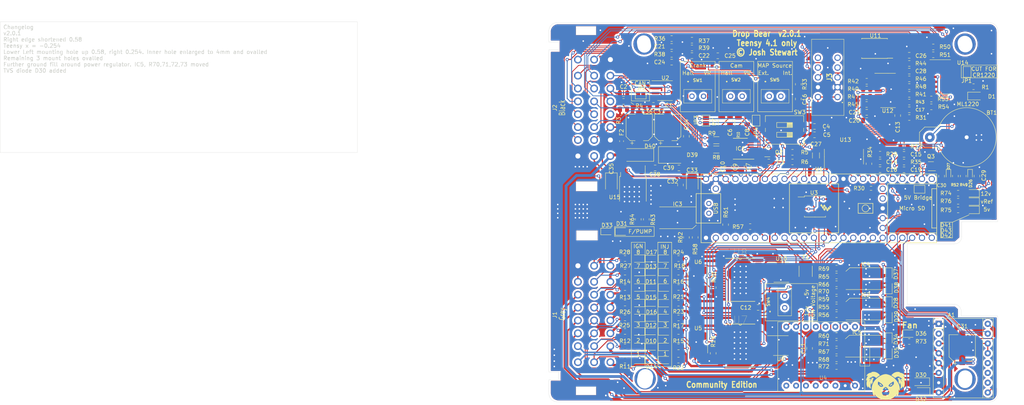
<source format=kicad_pcb>
(kicad_pcb (version 20221018) (generator pcbnew)
  (layers (0 "F.Cu" signal) (31 "B.Cu" signal) (34 "B.Paste" user) (35 "F.Paste" user) (36 "B.SilkS" user "B.Silkscreen") (37 "F.SilkS" user "F.Silkscreen") (38 "B.Mask" user) (39 "F.Mask" user) (44 "Edge.Cuts" user))
  (net 0 "")
  (net 1 "INJ2")
  (net 3 "INJ6")
  (net 4 "Net-(A1-VMOT)")
  (net 6 "INJ1")
  (net 8 "INJ5")
  (net 10 "INJ4")
  (net 11 "Net-(IC1-IN1+)")
  (net 12 "INJ8")
  (net 13 "INJ3")
  (net 14 "Net-(IC1-IN1-)")
  (net 15 "INJ7")
  (net 16 "Net-(IC1-IN2-)")
  (net 17 "Net-(IC1-IN2+)")
  (net 18 "12V-SW")
  (net 19 "OUTEN_1")
  (net 20 "GND")
  (net 21 "OUTEN_2")
  (net 22 "Net-(D1-K)")
  (net 23 "Net-(C4-Pad2)")
  (net 24 "Net-(C5-Pad1)")
  (net 25 "Net-(D2-A)")
  (net 26 "Net-(D23-A)")
  (net 27 "Net-(D3-A)")
  (net 28 "Net-(D24-A)")
  (net 29 "Net-(D4-A)")
  (net 30 "Net-(D25-A)")
  (net 31 "Net-(D5-A)")
  (net 32 "Net-(C14-Pad1)")
  (net 33 "Net-(D6-A)")
  (net 34 "Net-(SW5-NC_1)")
  (net 35 "Net-(D7-A)")
  (net 36 "Net-(D10-A)")
  (net 37 "Net-(D8-A)")
  (net 38 "Net-(D12-A)")
  (net 39 "Net-(D18-A)")
  (net 40 "Net-(D11-A)")
  (net 41 "Net-(D9-A)")
  (net 42 "Net-(D31-A)")
  (net 43 "Net-(D14-A)")
  (net 44 "Net-(D15-A)")
  (net 45 "Net-(D16-A)")
  (net 46 "Net-(D17-A)")
  (net 47 "Net-(D36-A)")
  (net 48 "Net-(D19-A)")
  (net 49 "Net-(D20-A)")
  (net 50 "Net-(SW5-NO_1)")
  (net 51 "IGN2")
  (net 52 "IGN_V+")
  (net 53 "IGN1")
  (net 57 "Net-(IC2-INPUT_1)")
  (net 58 "IGN6")
  (net 59 "IGN5")
  (net 60 "Net-(IC2-INPUT_2)")
  (net 61 "Net-(IC3-INPUT_1)")
  (net 62 "Net-(IC3-INPUT_2)")
  (net 63 "Net-(IC4-INPUT_1)")
  (net 64 "MC33810_1-CS")
  (net 65 "SCLK")
  (net 66 "MOSI")
  (net 67 "MISO")
  (net 68 "+3V3")
  (net 69 "Net-(IC4-INPUT_2)")
  (net 71 "Net-(D21-A)")
  (net 76 "Net-(D22-A)")
  (net 77 "Net-(D41-A)")
  (net 78 "Net-(D42-A)")
  (net 79 "Net-(D43-A)")
  (net 80 "Net-(SW4-NO_1)")
  (net 81 "Net-(JP1-A)")
  (net 82 "Net-(JP2-Pad2)")
  (net 83 "Net-(JP3-A)")
  (net 84 "Net-(JP4-B)")
  (net 85 "Net-(U2-STBY)")
  (net 86 "Net-(U12A-+)")
  (net 87 "Net-(U12C-+)")
  (net 88 "Net-(U12B-+)")
  (net 89 "Net-(U12D-+)")
  (net 90 "Net-(U14A-+)")
  (net 91 "Net-(U14B-+)")
  (net 104 "MC33810_2-CS")
  (net 106 "Net-(U5-IN_A)")
  (net 107 "IGN4")
  (net 108 "IGN3")
  (net 109 "Net-(U5-IN_B)")
  (net 111 "IGN8")
  (net 112 "IGN7")
  (net 114 "VDDA")
  (net 115 "O2_Sensor")
  (net 116 "Net-(U6-IN_A)")
  (net 117 "ADC-Clamp-10")
  (net 118 "ADC-Clamp-4")
  (net 119 "ADC-Clamp-5")
  (net 120 "TPS_Sensor")
  (net 121 "IAT_Sensor")
  (net 122 "CLT_Sensor")
  (net 123 "ADC-Clamp-3")
  (net 124 "ADC-Clamp-1")
  (net 125 "MCU-D34")
  (net 126 "ADC-Clamp-8")
  (net 127 "ADC-Clamp-9")
  (net 128 "ADC-Clamp-13")
  (net 129 "+5V")
  (net 130 "Net-(U6-IN_B)")
  (net 132 "ADC-Clamp-6")
  (net 133 "ADC-Clamp-7")
  (net 134 "ADC-Clamp-12")
  (net 135 "ADC-Clamp-14")
  (net 136 "MAP-5V")
  (net 137 "BARO-5V")
  (net 138 "IDLE-OUT")
  (net 139 "BOOST-OUT")
  (net 140 "FAN-OUT")
  (net 141 "FUELPUMP-OUT")
  (net 142 "CRANK-IN+")
  (net 143 "CRANK-IN-")
  (net 144 "CAM-IN+")
  (net 145 "CAM-IN-")
  (net 146 "MCU-D6")
  (net 147 "MCU-D0")
  (net 151 "MCU-D1")
  (net 152 "MCU-D35")
  (net 153 "MCU-A7")
  (net 154 "Net-(D13-A)")
  (net 155 "CAN_H")
  (net 156 "CAN_L")
  (net 161 "Net-(U7-GD3)")
  (net 162 "SPARE1-OUT")
  (net 163 "SPARE2-OUT")
  (net 164 "MAP_External")
  (net 165 "STEPPER-A1")
  (net 166 "MCU-D27")
  (net 167 "MCU-D26")
  (net 168 "MCU-D29")
  (net 169 "MCU-D28")
  (net 170 "MCU-D25")
  (net 171 "MCU-D24")
  (net 172 "MCU-D30")
  (net 173 "MCU-D31")
  (net 174 "MCU-D32")
  (net 176 "MCU-D8")
  (net 177 "MCU-D7")
  (net 180 "SPARE1_Sensor")
  (net 181 "O2-5V")
  (net 182 "TPS-5V")
  (net 183 "SPARE2_Sensor")
  (net 190 "Net-(U7-GD2)")
  (net 193 "MCU-D4")
  (net 194 "MCU-D3")
  (net 195 "MCU-A6")
  (net 196 "MCU-A4")
  (net 197 "MCU-A5")
  (net 203 "MCU-D5")
  (net 204 "VR1-IN+")
  (net 205 "VR2-IN+")
  (net 206 "MCU-A9")
  (net 207 "MCU-A8")
  (net 208 "SPARE1-Digital")
  (net 209 "SPARE2-Digital")
  (net 211 "Net-(U10-IN_B)")
  (net 217 "Net-(IC5-INPUT_1)")
  (net 218 "Net-(IC5-INPUT_2)")
  (net 219 "TACHO-OUT")
  (net 220 "12V-PROT")
  (net 222 "VBat")
  (net 225 "MCU-D33")
  (net 231 "MCU-A14")
  (net 234 "Net-(U10-IN_A)")
  (net 244 "Net-(U14C--)")
  (net 247 "Net-(U14D--)")
  (footprint "LED_SMD:LED_0805_2012Metric" (layer "F.Cu") (at 188.5 93.5)
    (fp_text reference "D7" hide)
    (fp_text value "LED")
  )
  (footprint "LED_SMD:LED_0805_2012Metric" (layer "F.Cu") (at 188.5 89.5)
    (fp_text reference "D9" hide)
    (fp_text value "LED")
  )
  (footprint "LED_SMD:LED_0805_2012Metric" (layer "F.Cu") (at 188.5 86)
    (fp_text reference "D21" hide)
    (fp_text value "LED")
  )
  (footprint "Package_SO:SOIC-8_3.9x4.9mm_P1.27mm" (layer "F.Cu") (at 197 91.5 -90)
    (fp_text reference "U6")
    (fp_text value "TC4424A")
  )
  (footprint "Package_SO:SOIC-8_3.9x4.9mm_P1.27mm" (layer "F.Cu") (at 218.632 89.535)
    (fp_text reference "U10")
    (fp_text value "TC4424A")
  )
  (footprint "Resistor_SMD:R_0805_2012Metric" (layer "F.Cu") (at 192 112.268)
    (fp_text reference "R22")
    (fp_text value "1k")
  )
  (footprint "Resistor_SMD:R_0805_2012Metric" (layer "F.Cu") (at 201 110.5 -90)
    (fp_text reference "R19")
    (fp_text value "10k")
  )
  (footprint "LED_SMD:LED_0805_2012Metric" (layer "F.Cu") (at 188.5 101.349)
    (fp_text reference "D20" hide)
    (fp_text value "LED")
  )
  (footprint "LED_SMD:LED_0805_2012Metric" (layer "F.Cu") (at 188.5 112.268)
    (fp_text reference "D19" hide)
    (fp_text value "LED")
  )
  (footprint "LED_SMD:LED_0805_2012Metric" (layer "F.Cu") (at 188.5 104.849)
    (fp_text reference "D8" hide)
    (fp_text value "LED")
  )
  (footprint "Package_SO:SOIC-8_3.9x4.9mm_P1.27mm" (layer "F.Cu") (at 197 108.5 -90)
    (fp_text reference "U5")
    (fp_text value "TC4424A")
  )
  (footprint "Package_SO:SOIC-8_3.9x4.9mm_P1.27mm" (layer "F.Cu") (at 218.5 108.5)
    (fp_text reference "U9")
    (fp_text value "TC4424A")
  )
  (footprint "IC_Automotive:SOIC32-P0.65-33N" (layer "F.Cu") (at 208 108.5)
    (fp_text reference "U7")
    (fp_text value "MC33810" hide)
  )
  (footprint "LED_SMD:LED_0805_2012Metric" (layer "F.Cu") (at 188.5 108.849)
    (fp_text reference "D6" hide)
    (fp_text value "LED")
  )
  (footprint "Resistor_SMD:R_0805_2012Metric" (layer "F.Cu") (at 201 93.5 -90)
    (fp_text reference "R20")
    (fp_text value "10k")
  )
  (footprint "LED_SMD:LED_0805_2012Metric" (layer "F.Cu") (at 188.5 97.536)
    (fp_text reference "D18" hide)
    (fp_text value "LED")
  )
  (footprint "Capacitor_SMD:C_0805_2012Metric" (layer "F.Cu") (at 248.729994 49 90)
    (fp_text reference "C13")
    (fp_text value "0.1uF")
  )
  (footprint "Capacitor_SMD:C_0805_2012Metric" (layer "F.Cu") (at 250.3655 59.023)
    (fp_text reference "C15")
    (fp_text value "270nF")
  )
  (footprint "Capacitor_SMD:C_0805_2012Metric" (layer "F.Cu") (at 251.729994 47.5)
    (fp_text reference "C17")
    (fp_text value "0.22uF")
  )
  (footprint "Capacitor_SMD:C_0805_2012Metric" (layer "F.Cu") (at 251.714 33.401)
    (fp_text reference "C26")
    (fp_text value "0.1uF")
  )
  (footprint "Capacitor_SMD:C_0805_2012Metric" (layer "F.Cu") (at 195.5 33.5)
    (fp_text reference "C22")
    (fp_text value "0.1uF")
  )
  (footprint "Capacitor_SMD:C_0805_2012Metric" (layer "F.Cu") (at 251.729994 37.5 180)
    (fp_text reference "C28")
    (fp_text value "0.22uF")
  )
  (footprint "Capacitor_SMD:C_0805_2012Metric" (layer "F.Cu") (at 202.184 33.528)
    (fp_text reference "C25")
    (fp_text value "0.22uF")
  )
  (footprint "Capacitor_SMD:C_0805_2012Metric" (layer "F.Cu") (at 240.726 48.155 180)
    (fp_text reference "C23")
    (fp_text value "1uF")
  )
  (footprint "Resistor_SMD:R_0805_2012Metric" (layer "F.Cu") (at 190.246 29.083)
    (fp_text reference "R36")
    (fp_text value "2.49k")
  )
  (footprint "Resistor_SMD:R_0805_2012Metric" (layer "F.Cu") (at 195.5 31.5 180)
    (fp_text reference "R39")
    (fp_text value "470R")
  )
  (footprint "Resistor_SMD:R_0805_2012Metric" (layer "F.Cu") (at 240.714 42.125 180)
    (fp_text reference "R40")
    (fp_text value "180k")
  )
  (footprint "Resistor_SMD:R_0805_2012Metric" (layer "F.Cu") (at 251.729994 43.5)
    (fp_text reference "R41")
    (fp_text value "180k")
  )
  (footprint "Resistor_SMD:R_0805_2012Metric" (layer "F.Cu") (at 240.6885 44.125)
    (fp_text reference "R47")
    (fp_text value "348k")
  )
  (footprint "Resistor_SMD:R_0805_2012Metric" (layer "F.Cu") (at 221.5 58.5)
    (fp_text reference "R5")
    (fp_text value "1k")
  )
  (footprint "Resistor_SMD:R_0805_2012Metric" (layer "F.Cu") (at 232.904 113.919)
    (fp_text reference "R72")
    (fp_text value "100k")
  )
  (footprint "Resistor_SMD:R_0805_2012Metric" (layer "F.Cu") (at 232.904 107.919 180)
    (fp_text reference "R71")
    (fp_text value "100k")
  )
  (footprint "Resistor_SMD:R_0805_2012Metric" (layer "F.Cu") (at 232.904 94.5)
    (fp_text reference "R70")
    (fp_text value "100k")
  )
  (footprint "Resistor_SMD:R_0805_2012Metric" (layer "F.Cu") (at 232.904 88.5)
    (fp_text reference "R69")
    (fp_text value "100k")
  )
  (footprint "Diode_SMD:D_SOD-323" (layer "F.Cu") (at 246.444 93.5 90)
    (fp_text reference "D38")
    (fp_text value "D")
  )
  (footprint "Diode_SMD:D_SOD-323" (layer "F.Cu") (at 246.444 106.841 -90)
    (fp_text reference "D34")
    (fp_text value "D")
  )
  (footprint "Diode_SMD:D_SOD-323" (layer "F.Cu") (at 246.444 101 90)
    (fp_text reference "D29")
    (fp_text value "D")
  )
  (footprint "Diode_SMD:D_SOD-323" (layer "F.Cu") (at 246.444 97.5 -90)
    (fp_text reference "D28")
    (fp_text value "D")
  )
  (footprint "Resistor_SMD:R_0805_2012Metric" (layer "F.Cu") (at 232.904 105.918)
    (fp_text reference "R60")
    (fp_text value "100k")
  )
  (footprint "Resistor_SMD:R_0805_2012Metric" (layer "F.Cu") (at 232.904 96.5 180)
    (fp_text reference "R59")
    (fp_text value "100k")
  )
  (footprint "Resistor_SMD:R_0805_2012Metric" (layer "F.Cu") (at 250.3655 61.023)
    (fp_text reference "R35")
    (fp_text value "1k")
  )
  (footprint "Capacitor_SMD:C_0805_2012Metric" (layer "F.Cu") (at 192.532 66.9544 -90)
    (fp_text reference "C32")
    (fp_text value "0.1uF")
  )
  (footprint "Capacitor_SMD:C_0805_2012Metric" (layer "F.Cu") (at 194.056 54.356 90)
    (fp_text reference "C34")
    (fp_text value "0.1uF")
  )
  (footprint "Capacitor_Tantalum_SMD:CP_EIA-3528-21_Kemet-B" (layer "F.Cu") (at 195.58 66.294 -90)
    (fp_text reference "C33")
    (fp_text value "47uF")
  )
  (footprint "Capacitor_Tantalum_SMD:CP_EIA-3528-21_Kemet-B" (layer "F.Cu") (at 174.6504 66.294 -90)
    (fp_text reference "C35")
    (fp_text value "47uF")
  )
  (footprint "Diode_SMD:D_SOD-323" (layer "F.Cu") (at 246.444 110.341 90)
    (fp_text reference "D35")
    (fp_text value "D")
  )
  (footprint "Diode_SMD:D_SOD-323" (layer "F.Cu") (at 246.444 90 -90)
    (fp_text reference "D37")
    (fp_text value "D")
  )
  (footprint "Package_SO:SOIC-8_3.9x4.9mm_P1.27mm" (layer "F.Cu") (at 188.533 42.545)
    (fp_text reference "U2")
    (fp_text value "MCP2562-E-SN")
  )
  (footprint "Capacitor_SMD:C_0805_2012Metric" (layer "F.Cu") (at 244.1725 60.992)
    (fp_text reference "C14")
    (fp_text value "0.1uF")
  )
  (footprint "Capacitor_SMD:C_0805_2012Metric" (layer "F.Cu") (at 244.1725 62.992)
    (fp_text reference "C18")
    (fp_text value "0.22uF")
  )
  (footprint "Capacitor_SMD:C_0805_2012Metric" (layer "F.Cu") (at 227.203 51.816 180)
    (fp_text reference "C4")
    (fp_text value "0.01uF")
  )
  (footprint "Capacitor_SMD:C_0805_2012Metric" (layer "F.Cu") (at 215.392 61)
    (fp_text reference "C3")
    (fp_text value "0.1uF")
  )
  (footprint "Resistor_SMD:R_0805_2012Metric" (layer "F.Cu") (at 241.3 61.468 90)
    (fp_text reference "R34")
    (fp_text value "470R")
  )
  (footprint "Resistor_SMD:R_0805_2012Metric" (layer "F.Cu") (at 250.3655 57.023 180)
    (fp_text reference "R32")
    (fp_text value "2.4k")
  )
  (footprint "Resistor_SMD:R_0805_2012Metric" (layer "F.Cu") (at 195.5 29.5)
    (fp_text reference "R37")
    (fp_text value "2.49k")
  )
  (footprint "Resistor_SMD:R_0805_2012Metric" (layer "F.Cu") (at 251.729994 39.5)
    (fp_text reference "R46")
    (fp_text value "180k")
  )
  (footprint "Resistor_SMD:R_0805_2012Metric" (layer "F.Cu") (at 221.5 61 180)
    (fp_text reference "R6")
    (fp_text value "1k")
  )
  (footprint "Package_SO:SOIC-16_3.9x9.9mm_P1.27mm" (layer "F.Cu") (at 234.823 59.625 90)
    (fp_text reference "U13")
    (fp_text value "SP720")
  )
  (footprint "Misc:AYZ0202AGRLC" (layer "F.Cu") (at 197 44)
    (fp_text reference "SW1")
    (fp_text value "SW_DPDT_x2" hide)
  )
  (footprint "Capacitor_SMD:C_0805_2012Metric" (layer "F.Cu") (at 250.3655 63.023)
    (fp_text reference "C19")
    (fp_text value "270nF")
  )
  (footprint "Capacitor_SMD:C_0805_2012Metric" (layer "F.Cu") (at 240.726 50.282 180)
    (fp_text reference "C20")
    (fp_text value "0.01uF")
  )
  (footprint "Resistor_SMD:R_0805_2012Metric" (layer "F.Cu") (at 244.1725 58.992 180)
    (fp_text reference "R29")
    (fp_text value "604R")
  )
  (footprint "Resistor_SMD:R_0805_2012Metric" (layer "F.Cu") (at 251.729994 49.5)
    (fp_text reference "R31")
    (fp_text value "470R")
  )
  (footprint "Resistor_SMD:R_0805_2012Metric" (layer "F.Cu") (at 251.729994 35.5 180)
    (fp_text reference "R44")
    (fp_text value "470R")
  )
  (footprint "Resistor_SMD:R_0805_2012Metric" (layer "F.Cu") (at 190.246 33.147 180)
    (fp_text reference "R38")
    (fp_text value "470R")
  )
  (footprint "Resistor_SMD:R_0805_2012Metric" (layer "F.Cu") (at 240.714 40.125)
    (fp_text reference "R42")
    (fp_text value "348k")
  )
  (footprint "Resistor_SMD:R_0805_2012Metric" (layer "F.Cu") (at 251.729994 45.5 180)
    (fp_text reference "R43")
    (fp_text value "348k")
  )
  (footprint "Resistor_SMD:R_0805_2012Metric" (layer "F.Cu") (at 251.729994 41.5 180)
    (fp_text reference "R48")
    (fp_text value "348k")
  )
  (footprint "Resistor_SMD:R_0805_2012Metric" (layer "F.Cu") (at 257.937 31.242 180)
    (fp_text reference "R50")
    (fp_text value "180k")
  )
  (footprint "Resistor_SMD:R_0805_2012Metric" (layer "F.Cu") (at 257.937 33.274 180)
    (fp_text reference "R51")
    (fp_text value "348k")
  )
  (footprint "Resistor_SMD:R_0805_2012Metric" (layer "F.Cu") (at 257.429 44.704 180)
    (fp_text reference "R53")
    (fp_text value "180k")
  )
  (footprint "Resistor_SMD:R_0805_2012Metric" (layer "F.Cu") (at 257.429 46.736)
    (fp_text reference "R54")
    (fp_text value "348k")
  )
  (footprint "Package_SO:SOIC-14_3.9x8.7mm_P1.27mm" (layer "F.Cu") (at 246.229994 42.5)
    (fp_text reference "U12")
    (fp_text value "LMV324LIDT")
  )
  (footprint "Package_SO:SOIC-14_3.9x8.7mm_P1.27mm" (layer "F.Cu") (at 260.477 38.989)
    (fp_text reference "U14")
    (fp_text value "LMV324LIDT")
  )
  (footprint "Fuse:Fuse_1812_4532Metric" (layer "F.Cu") (at 224.917 89.281 90)
    (fp_text reference "F1")
    (fp_text value "Polyfuse")
  )
  (footprint "Capacitor_SMD:C_0805_2012Metric" (layer "F.Cu") (at 227.203 53.975)
    (fp_text reference "C5")
    (fp_text value "4700pF")
  )
  (footprint "Package_TO_SOT_SMD:SOT-363_SC-70-6" (layer "F.Cu") (at 215 58.5)
    (fp_text reference "Q2")
    (fp_text value "Q_DUAL_NMOS_S1G1D2S2G2D1")
  )
  (footprint "Resistor_SMD:R_0805_2012Metric" (layer "F.Cu") (at 177.8 47.394)
    (fp_text reference "R3")
    (fp_text value "0R")
  )
  (footprint "Capacitor_SMD:C_0805_2012Metric" (layer "F.Cu") (at 177.8 43.307)
    (fp_text reference "C2")
    (fp_text value "0.1uF")
  )
  (footprint "Capacitor_SMD:C_0805_2012Metric" (layer "F.Cu") (at 185.547 46.355 180)
    (fp_text reference "C1")
    (fp_text value "0.1uF")
  )
  (footprint "Resistor_SMD:R_0805_2012Metric" (layer "F.Cu") (at 240.6885 46.125 180)
    (fp_text reference "R45")
    (fp_text value "180k")
  )
  (footprint "Capacitor_SMD:C_1206_3216Metric" (layer "F.Cu") (at 227.584 59.309 90)
    (fp_text reference "C27")
    (fp_text value "100uF")
  )
  (footprint "Capacitor_SMD:C_0805_2012Metric" (layer "F.Cu") (at 190.246 31.115)
    (fp_text reference "C21")
    (fp_text value "0.1uF")
  )
  (footprint "Capacitor_SMD:C_0805_2012Metric" (layer "F.Cu") (at 185.9788 62.5348)
    (fp_text reference "C38")
    (fp_text value "0.1uF")
  )
  (footprint "Resistor_SMD:R_0603_1608Metric_Pad0.98x0.95mm_HandSolder" (layer "F.Cu") (at 241.832 67.818)
    (fp_text reference "R30")
    (fp_text value "3.88k")
  )
  (footprint "Resistor_SMD:R_0805_2012Metric" (layer "F.Cu") (at 181.61 75.8444 -90)
    (fp_text reference "R64")
    (fp_text value "10k")
  )
  (footprint "Diode_SMD:D_SOD-323" (layer "F.Cu") (at 185.039 108.849)
    (fp_text reference "D10")
    (fp_text value "D")
  )
  (footprint "Diode_SMD:D_SOD-323" (layer "F.Cu") (at 185.039 93.5)
    (fp_text reference "D11")
    (fp_text value "D")
  )
  (footprint "Diode_SMD:D_SOD-323" (layer "F.Cu") (at 185.039 104.849)
    (fp_text reference "D12")
    (fp_text value "D")
  )
  (footprint "Diode_SMD:D_SOD-323" (layer "F.Cu") (at 185.039 89.5)
    (fp_text reference "D13")
    (fp_text value "D")
  )
  (footprint "Capacitor_SMD:C_0805_2012Metric" (layer "F.Cu") (at 190.246 35.179 180)
    (fp_text reference "C24")
    (fp_text value "0.22uF")
  )
  (footprint "Misc:dropbear_tiny" (layer "F.Cu") (at 246.121783 119.507)
    (fp_text reference "G***" hide)
    (fp_text value "LOGO" hide)
  )
  (footprint "Capacitor_SMD:C_0805_2012Metric" (layer "F.Cu") (at 205.359 50.292 -90)
    (fp_text reference "C6")
    (fp_text value "1nF")
  )
  (footprint "Capacitor_SMD:C_0805_2012Metric" (layer "F.Cu") (at 209.804 50.292 90)
    (fp_text reference "C8")
    (fp_text value "1nF")
  )
  (footprint "Capacitor_SMD:C_0805_2012Metric" (layer "F.Cu") (at 208.28 62.23 -90)
    (fp_text reference "C9")
    (fp_text value "0.1uF")
  )
  (footprint "Capacitor_SMD:C_0805_2012Metric" (layer "F.Cu") (at 204.978 62.23 -90)
    (fp_text reference "C10")
    (fp_text value "1uF")
  )
  (footprint "Capacitor_SMD:C_0805_2012Metric" (layer "F.Cu") (at 211.582 62.23 -90)
    (fp_text reference "C7")
    (fp_text value "0.01uF")
  )
  (footprint "Package_SO:QSOP-16_3.9x4.9mm_P0.635mm" (layer "F.Cu") (at 208.026 57.5437 180)
    (fp_text reference "IC1")
    (fp_text value "MAX9926UAEE_V+")
  )
  (footprint "Capacitor_SMD:C_0805_2012Metric" (layer "F.Cu") (at 269.24 64.643 90)
    (fp_text reference "C29")
    (fp_text value "0.01uF")
  )
  (footprint "Capacitor_SMD:C_0805_2012Metric" (layer "F.Cu") (at 260.096 64.6665 90)
    (fp_text reference "C30")
    (fp_text value "0.01uF")
  )
  (footprint "Resistor_SMD:R_0805_2012Metric" (layer "F.Cu") (at 265.684 64.643 -90)
    (fp_text reference "R49")
    (fp_text value "1k")
  )
  (footprint "Resistor_SMD:R_0805_2012Metric" (layer "F.Cu") (at 263.652 64.643 -90)
    (fp_text reference "R52")
    (fp_text value "1k")
  )
  (footprint "Package_TO_SOT_SMD:SOT-363_SC-70-6" (layer "F.Cu") (at 257.323062 62.103 180)
    (fp_text reference "Q3")
    (fp_text value "Q_DUAL_NMOS_S1G1D2S2G2D1")
  )
  (footprint "Fuse:Fuse_0603_1608Metric" (layer "F.Cu") (at 177.292 55.626 90)
    (fp_text reference "F2")
    (fp_text value "Polyfuse")
  )
  (footprint "Resistor_SMD:R_0805_2012Metric" (layer "F.Cu") (at 192.024 108.839 180)
    (fp_text reference "R15")
    (fp_text value "1k")
  )
  (footprint "Resistor_SMD:R_0805_2012Metric" (layer "F.Cu") (at 192.024 93.472 180)
    (fp_text reference "R16")
    (fp_text value "1k")
  )
  (footprint "Resistor_SMD:R_0805_2012Metric" (layer "F.Cu") (at 192.024 104.849 180)
    (fp_text reference "R17")
    (fp_text value "1k")
  )
  (footprint "Resistor_SMD:R_0805_2012Metric" (layer "F.Cu") (at 192.024 89.5 180)
    (fp_text reference "R18")
    (fp_text value "1k")
  )
  (footprint "Resistor_SMD:R_0805_2012Metric" (layer "F.Cu") (at 192.024 97.536)
    (fp_text reference "R21")
    (fp_text value "1k")
  )
  (footprint "Resistor_SMD:R_0805_2012Metric" (layer "F.Cu") (at 192.024 101.349)
    (fp_text reference "R23")
    (fp_text value "1k")
  )
  (footprint "Resistor_SMD:R_0805_2012Metric" (layer "F.Cu") (at 192.024 86)
    (fp_text reference "R24")
    (fp_text value "1k")
  )
  (footprint "Capacitor_SMD:CP_Elec_6.3x7.7" (layer "F.Cu") (at 265.43 109.093 90)
    (fp_text reference "C31")
    (fp_text value "100uF")
  )
  (footprint "Diode_SMD:D_PowerDI-123" (layer "F.Cu") (at 254.762 120.396 180)
    (fp_text reference "D32")
    (fp_text value "D_Schottky")
  )
  (footprint "Diode_SMD:D_SMB" (layer "F.Cu") (at 190.5 59.182)
    (fp_text reference "D39")
    (fp_text value "D_TVS")
  )
  (footprint "Misc:KP234" (layer "F.Cu") (at 243.988 31.623 180)
    (fp_text reference "U11")
    (fp_text value "KP234")
  )
  (footprint "Misc:EBC05DRXN" (layer "F.Cu") (at 233.172 44.196 90)
    (fp_text reference "J3")
    (fp_text value "EBC05DRXN" hide)
  )
  (footprint "LED_SMD:LED_0805_2012Metric" (layer "F.Cu") (at 268.18475 69.088 180)
    (fp_text reference "D41")
    (fp_text value "LED")
  )
  (footprint "LED_SMD:LED_0805_2012Metric" (layer "F.Cu") (at 268.18475 73.406 180)
    (fp_text reference "D42")
    (fp_text value "LED")
  )
  (footprint "LED_SMD:LED_0805_2012Metric" (layer "F.Cu") (at 268.18475 71.247 180)
    (fp_text reference "D43")
    (fp_text value "LED")
  )
  (footprint "Capacitor_SMD:CP_Elec_6.3x7.7" (layer "F.Cu") (at 189.23 52.07 90)
    (fp_text reference "C37")
    (fp_text value "33uF")
  )
  (footprint "Capacitor_SMD:CP_Elec_6.3x7.7" (layer "F.Cu") (at 181.864 52.07 90)
    (fp_text reference "C36")
    (fp_text value "33uF")
  )
  (footprint "Diode_SMD:D_SMA_Handsoldering" (layer "F.Cu") (at 181.102 59.182 180)
    (fp_text reference "D40")
    (fp_text value "D_Schottky")
  )
  (footprint "Resistor_SMD:R_0805_2012Metric" (layer "F.Cu") (at 232.904 98.5 180)
    (fp_text reference "R55")
    (fp_text value "1k")
  )
  (footprint "Resistor_SMD:R_0805_2012Metric" (layer "F.Cu") (at 232.904 100.5 180)
    (fp_text reference "R56")
    (fp_text value "1k")
  )
  (footprint "Resistor_SMD:R_0805_2012Metric" (layer "F.Cu") (at 232.904 90.5 180)
    (fp_text reference "R65")
    (fp_text value "1k")
  )
  (footprint "Resistor_SMD:R_0805_2012Metric" (layer "F.Cu") (at 232.904 92.5 180)
    (fp_text reference "R66")
    (fp_text value "1k")
  )
  (footprint "Resistor_SMD:R_0805_2012Metric" (layer "F.Cu") (at 232.904 109.919 180)
    (fp_text reference "R67")
    (fp_text value "1k")
  )
  (footprint "Resistor_SMD:R_0805_2012Metric" (layer "F.Cu") (at 232.904 111.919 180)
    (fp_text reference "R68")
    (fp_text value "1k")
  )
  (footprint "IC_Automotive:SOIC32-P0.65-33N" (layer "F.Cu") (at 208 91.5)
    (fp_text reference "U8")
    (fp_text value "MC33810" hide)
  )
  (footprint "Button_Switch_SMD:SW_DIP_SPSTx02_Slide_9.78x7.26mm_W8.61mm_P2.54mm" (layer "F.Cu") (at 219.456 52.705 180)
    (fp_text reference "SW3")
    (fp_text value "SW_DIP_x02")
  )
  (footprint "Capacitor_SMD:C_0805_2012Metric" (layer "F.Cu") (at 225.933 109.22 90)
    (fp_text reference "C11")
    (fp_text value "1uF")
  )
  (footprint "Capacitor_SMD:C_0805_2012Metric" (layer "F.Cu") (at 212.617001 98.638001)
    (fp_text reference "C12")
    (fp_text value "0.1uF")
  )
  (footprint "Connector_Automotive:Delphi_Sicma_24_Grey" (layer "F.Cu") (at 158.496 100.33 -90)
    (fp_text reference "J1")
    (fp_text value "Delphi_Sicma_24")
  )
  (footprint "Connector_Automotive:Delphi_Sicma_24_Black" (layer "F.Cu") (at 158.496 46.99 -90)
    (fp_text reference "J2")
    (fp_text value "Delphi_Sicma_24")
  )
  (footprint "Misc:AYZ0202AGRLC" (layer "F.Cu") (at 207 44)
    (fp_text reference "SW2")
    (fp_text value "SW_DPDT_x2" hide)
  )
  (footprint "Diode_SMD:D_SOD-323" (layer "F.Cu") (at 185.039 86)
    (fp_text reference "D17")
    (fp_text value "D")
  )
  (footprint "LED_SMD:LED_0805_2012Metric" (layer "F.Cu") (at 181.61 86 180)
    (fp_text reference "D25" hide)
    (fp_text value "LED")
  )
  (footprint "Resistor_SMD:R_0805_2012Metric" (layer "F.Cu") (at 178.181 85.979 180)
    (fp_text reference "R28")
    (fp_text value "1k")
  )
  (footprint "LED_SMD:LED_0805_2012Metric" (layer "F.Cu") (at 181.61 112.268 180)
    (fp_text reference "D2" hide)
    (fp_text value "LED")
  )
  (footprint "LED_SMD:LED_0805_2012Metric" (layer "F.Cu") (at 181.61 108.849 180)
    (fp_text reference "D3" hide)
    (fp_text value "LED")
  )
  (footprint "LED_SMD:LED_0805_2012Metric" (layer "F.Cu") (at 181.61 97.5 180)
    (fp_text reference "D4" hide)
    (fp_text value "LED")
  )
  (footprint "LED_SMD:LED_0805_2012Metric" (layer "F.Cu") (at 181.61 93.5 180)
    (fp_text reference "D5" hide)
    (fp_text value "LED")
  )
  (footprint "LED_SMD:LED_0805_2012Metric" (layer "F.Cu") (at 181.61 104.849 180)
    (fp_text reference "D22" hide)
    (fp_text value "LED")
  )
  (footprint "LED_SMD:LED_0805_2012Metric" (layer "F.Cu") (at 181.61 101.346 180)
    (fp_text reference "D23" hide)
    (fp_text value "LED")
  )
  (footprint "LED_SMD:LED_0805_2012Metric" (layer "F.Cu") (at 181.61 89.5 180)
    (fp_text reference "D24" hide)
    (fp_text value "LED")
  )
  (footprint "Resistor_SMD:R_0805_2012Metric" (layer "F.Cu") (at 178.181 112.268 180)
    (fp_text reference "R11")
    (fp_text value "1k")
  )
  (footprint "Resistor_SMD:R_0805_2012Metric" (layer "F.Cu") (at 178.181 108.849 180)
    (fp_text reference "R12")
    (fp_text value "1k")
  )
  (footprint "Resistor_SMD:R_0805_2012Metric" (layer "F.Cu") (at 178.181 93.5 180)
    (fp_text reference "R14")
    (fp_text value "1k")
  )
  (footprint "Resistor_SMD:R_0805_2012Metric" (layer "F.Cu") (at 178.181 104.849 180)
    (fp_text reference "R25")
    (fp_text value "1k")
  )
  (footprint "Resistor_SMD:R_0805_2012Metric" (layer "F.Cu") (at 178.181 101.349 180)
    (fp_text reference "R26")
    (fp_text value "1k")
  )
  (footprint "Resistor_SMD:R_0805_2012Metric" (layer "F.Cu") (at 178.181 89.5 180)
    (fp_text reference "R27")
    (fp_text value "1k")
  )
  (footprint "Diode_SMD:D_SOD-323" (layer "F.Cu") (at 185.039 97.5)
    (fp_text reference "D15")
    (fp_text value "D")
  )
  (footprint "Resistor_SMD:R_0805_2012Metric" (layer "F.Cu") (at 178.181 97.5 180)
    (fp_text reference "R13")
    (fp_text value "1k")
  )
  (footprint "Module:Pololu_Breakout-16_15.2x20.3mm" (layer "F.Cu") (at 259.334 102.87)
    (fp_text reference "A1")
    (fp_text value "Pololu_Breakout_DRV8825")
  )
  (footprint "Package_SO:SOIC-8_5.23x5.23mm_P1.27mm" (layer "F.Cu") (at 227.33 72.517)
    (fp_text reference "U3")
    (fp_text value "W25Q32JVSS")
  )
  (footprint "MountingHole:MountingHole_3.2mm_M3_ISO14580_Pad" (layer "F.Cu") (at 266.16 117.5)
    (fp_text reference "REF**" hide)
    (fp_text value "MountingHole_3.2mm_M3_ISO14580_Pad")
  )
  (footprint "MountingHole:MountingHole_3.2mm_M3_ISO14580_Pad" (layer "F.Cu") (at 266.16 30.5)
    (fp_text reference "REF**" hide)
    (fp_text value "MountingHole_3.2mm_M3_ISO14580_Pad")
  )
  (footprint "MountingHole:MountingHole_3.2mm_M3_ISO14580_Pad" (layer "F.Cu") (at 183.102 30.48)
    (fp_text reference "REF**" hide)
    (fp_text value "MountingHole_3.2mm_M3_ISO14580_Pad")
  )
  (footprint "Diode_SMD:D_SOD-323" (layer "F.Cu") (at 185.039 112.268)
    (fp_text reference "D14")
    (fp_text value "D")
  )
  (footprint "Diode_SMD:D_SOD-323" (layer "F.Cu") (at 185.039 101.349)
    (fp_text reference "D16")
    (fp_text value "D")
  )
  (footprint "Battery:BatteryHolder_Keystone_500" (layer "F.Cu") (at 257.040395 54.61)
    (fp_text reference "BT1")
    (fp_text value "Battery_Cell")
  )
  (footprint "Diode_SMD:D_PowerDI-123" (layer "F.Cu") (at 269.1384 43.942)
    (fp_text reference "D1")
    (fp_text value "D_Schottky")
  )
  (footprint "Resistor_SMD:R_1206_3216Metric" (layer "F.Cu") (at 203.2 50.8 -90)
    (fp_text reference "R7")
    (fp_text value "10k")
  )
  (footprint "Resistor_SMD:R_1206_3216Metric" (layer "F.Cu") (at 201.803 57.785)
    (fp_text reference "R8")
    (fp_text value "10k")
  )
  (footprint "Resistor_SMD:R_1206_3216Metric" (layer "F.Cu") (at 201.803 55.372)
    (fp_text reference "R9")
    (fp_text value "10k")
  )
  (footprint "Resistor_SMD:R_1206_3216Metric" (layer "F.Cu") (at 207.518 50.927 -90)
    (fp_text reference "R10")
    (fp_text value "10k")
  )
  (footprint "Jumper:SolderJumper-2_P1.3mm_Open_Pad1.0x1.5mm" (layer "F.Cu") (at 182.248 43.688)
    (fp_text reference "JP2")
    (fp_text value "Jumper_NO_Small")
  )
  (footprint "Resistor_SMD:R_0805_2012Metric" (layer "F.Cu") (at 177.8 45.339)
    (fp_text reference "R4")
    (fp_text value "120R")
  )
  (footprint "Jumper:SolderJumper-2_P1.3mm_Open_Pad1.0x1.5mm" (layer "F.Cu") (at 199.136 50.292 -90)
    (fp_text reference "JP3")
    (fp_text value "Jumper_2_Open")
  )
  (footprint "Jumper:SolderJumper-2_P1.3mm_Open_Pad1.0x1.5mm" (layer "F.Cu") (at 212.09 50.292 90)
    (fp_text reference "JP4")
    (fp_text value "Jumper_2_Open")
  )
  (footprint "Misc:AYZ0202AGRLC" (layer "F.Cu") (at 217 44)
    (fp_text reference "SW5")
    (fp_text value "SW_DPDT_x2" hide)
  )
  (footprint "Misc:AYZ0202AGRLC" (layer "F.Cu") (at 219.5 97.206 90)
    (fp_text reference "SW4")
    (fp_text value "SW_DPDT_x2" hide)
  )
  (footprint "IC_Automotive:Diodes_SM8" (layer "F.Cu") (at 239.268 90.932)
    (fp_text reference "IC4")
    (fp_text value "ZXMS6006DT8")
  )
  (footprint "IC_Automotive:Diodes_SM8" (layer "F.Cu") (at 239.268 98.806)
    (fp_text reference "IC2")
    (fp_text value "ZXMS6006DT8")
  )
  (footprint "IC_Automotive:Diodes_SM8" (layer "F.Cu") (at 239.141 108.402)
    (fp_text reference "IC5")
    (fp_text value "ZXMS6006DT8")
  )
  (footprint "Jumper:SolderJumper-2_P1.3mm_Open_Pad1.0x1.5mm" (layer "F.Cu") (at 254.381 68.072)
    (fp_text reference "JP5" hide)
    (fp_text value "Jumper_2_Open")
  )
  (footprint "Resistor_SMD:R_0805_2012Metric" (layer "F.Cu") (at 268.351 41.529)
    (fp_text reference "R1")
    (fp_text value "470R")
  )
  (footprint "IC_Automotive:Diodes_SM8" (layer "F.Cu") (at 192.6844 75.692 180)
    (fp_text reference "IC3")
    (fp_text value "ZXMS6006DT8")
  )
  (footprint "Capacitor_SMD:C_0805_2012Metric" (layer "F.Cu") (at 223.012 44.704 90)
    (fp_text reference "C16")
    (fp_text value "4700pF")
  )
  (footprint "Diode_SMD:D_SOD-123F" (layer "F.Cu") (at 254.762 117.856 180)
    (fp_text reference "D30")
    (fp_text value "D_TVS")
  )
  (footprint "Resistor_SMD:R_0805_2012Metric" (layer "F.Cu") (at 194.056 80.518 90)
    (fp_text reference "R62")
    (fp_text value "100k")
  )
  (footprint "Resistor_SMD:R_0805_2012Metric" (layer "F.Cu") (at 264.3632 69.088 180)
    (fp_text reference "R74")
    (fp_text value "2.49k")
  )
  (footprint "LED_SMD:LED_0805_2012Metric" (layer "F.Cu") (at 177.3428 78.994)
    (fp_text reference "D31")
    (fp_text value "LED")
  )
  (footprint "Jumper:SolderJumper-2_P1.3mm_Bridged_Pad1.0x1.5mm" (layer "F.Cu") (at 266.7 37.704 90)
    (fp_text reference "JP1")
    (fp_text value "SolderJumper_2_Bridged")
  )
  (footprint "Diode_SMD:D_SOD-523" (layer "F.Cu") (at 261.874 64.197 -90)
    (fp_text reference "D27")
    (fp_text value "D_TVS")
  )
  (footprint "Diode_SMD:D_SOD-323" (layer "F.Cu") (at 173.5328 78.994)
    (fp_text reference "D33")
    (fp_text value "D")
  )
  (footprint "LED_SMD:LED_0805_2012Metric" (layer "F.Cu") (at 251.714 105.41)
    (fp_text reference "D36")
    (fp_text value "LED")
  )
  (footprint "Resistor_SMD:R_0805_2012Metric" (layer "F.Cu") (at 196.342 80.518 -90)
    (fp_text reference "R58")
    (fp_text value "1k")
  )
  (footprint "Resistor_SMD:R_0805_2012Metric" (layer "F.Cu") (at 183.6928 75.8444 -90)
    (fp_text reference "R63")
    (fp_text value "1k")
  )
  (footprint "Resistor_SMD:R_0805_2012Metric" (layer "F.Cu") (at 264.3632 71.1708)
    (fp_text reference "R76")
    (fp_text value "1k")
  )
  (footprint "Diode_SMD:D_SOD-523" (layer "F.Cu") (at 267.462 64.2 -90)
    (fp_text reference "D26")
    (fp_text value "D_TVS")
  )
  (footprint "Misc:ESP32-C3 SUPERMINI" (layer "F.Cu") (at 240.2332 102.362 -90)
    (fp_text reference "U4")
    (fp_text value "~")
  )
  (footprint "Resistor_SMD:R_0805_2012Metric" (layer "F.Cu") (at 264.3632 73.406)
    (fp_text reference "R75")
    (fp_text value "1k")
  )
  (footprint "Shields:Teensy41" (layer "F.Cu") (at 228.346 73)
    (fp_text reference "U1")
    (fp_text value "Teensy4.1")
  )
  (footprint "MountingHole:MountingHole_3.2mm_M3_ISO14580_Pad" (layer "F.Cu") (at 183.388 117.094)
    (fp_text reference "REF**" hide)
    (fp_text value "MountingHole_3.2mm_M3_ISO14580_Pad")
  )
  (footprint "Resistor_SMD:R_0805_2012Metric" (layer "F.Cu") (at 251.714 107.442)
    (fp_text reference "R73")
    (fp_text value "1k")
  )
  (footprint "Package_TO_SOT_SMD:TO-252-2" (layer "F.Cu") (at 180.219 68.072 -90)
    (fp_text reference "U15")
    (fp_text value "MC78M05_TO252")
  )
  (footprint "Resistor_SMD:R_0805_2012Metric" (layer "F.Cu") (at 204.216 77.216 90)
    (fp_text reference "R61")
    (fp_text value "100k")
  )
  (footprint "Capacitor_SMD:C_0805_2012Metric" (layer "F.Cu") (at 192.1256 62.5348)
    (fp_text reference "C39")
    (fp_text value "0.33uF")
  )
  (footprint "Resistor_SMD:R_0805_2012Metric" (layer "F.Cu") (at 210.566 77.724)
    (fp_text reference "R57")
    (fp_text value "1k")
  )
  (footprint "Resistor_SMD:R_0805_2012Metric" (layer "F.Cu") (at 223.012 40.894 -90)
    (fp_text reference "R33")
    (fp_text value "470R")
  )
  (gr_line (start 212.5 48) (end 212.5 35) (stroke (width 0.12)) (layer "F.SilkS"))
  (gr_line (start 202.5 35) (end 211.5 35) (stroke (width 0.12)) (layer "F.SilkS"))
  (gr_line (start 192.5 35) (end 201.5 35) (stroke (width 0.12)) (layer "F.SilkS"))
  (gr_line (start 259.842 80.645) (end 259.842 76.581) (stroke (width 0.12)) (layer "F.SilkS"))
  (gr_line (start 190.246 81.788) (end 190.246 113.919) (stroke (width 0.12)) (layer "F.SilkS"))
  (gr_line (start 186.69 113.919) (end 186.69 81.788) (stroke (width 0.12)) (layer "F.SilkS"))
  (gr_line (start 190.246 113.919) (end 186.69 113.919) (stroke (width 0.12)) (layer "F.SilkS"))
  (gr_line (start 186.69 81.788) (end 190.246 81.788) (stroke (width 0.12)) (layer "F.SilkS"))
  (gr_line (start 183.388 81.788) (end 183.388 113.919) (stroke (width 0.12)) (layer "F.SilkS"))
  (gr_line (start 179.832 81.788) (end 183.388 81.788) (stroke (width 0.12)) (layer "F.SilkS"))
  (gr_line (start 183.388 113.919) (end 179.832 113.919) (stroke (width 0.12)) (layer "F.SilkS"))
  (gr_line (start 179.832 113.919) (end 179.832 81.788) (stroke (width 0.12)) (layer "F.SilkS"))
  (gr_line (start 184.534 39.878) (end 179.835 39.878) (stroke (width 0.12)) (layer "F.SilkS"))
  (gr_line (start 214.503 102.108) (end 214.503 92.456) (stroke (width 0.12)) (layer "F.SilkS"))
  (gr_line (start 259.842 76.581) (end 262.89 76.581) (stroke (width 0.12)) (layer "F.SilkS"))
  (gr_line (start 221.5 48) (end 212.5 48) (stroke (width 0.12)) (layer "F.SilkS"))
  (gr_line (start 221.5 35) (end 221.5 48) (stroke (width 0.12)) (layer "F.SilkS"))
  (gr_line (start 211.5 35) (end 211.5 48) (stroke (width 0.12)) (layer "F.SilkS"))
  (gr_line (start 211.5 48) (end 202.5 48) (stroke (width 0.12)) (layer "F.SilkS"))
  (gr_line (start 184.534 45.212) (end 184.534 39.878) (stroke (width 0.12)) (layer "F.SilkS"))
  (gr_line (start 179.835 39.878) (end 179.835 45.212) (stroke (width 0.12)) (layer "F.SilkS"))
  (gr_line (start 177.5714 48.4886) (end 177.0126 49.0474) (stroke (width 0.12)) (layer "F.SilkS"))
  (gr_line (start 214.503 92.456) (end 227.965 92.456) (stroke (width 0.12)) (layer "F.SilkS"))
  (gr_line (start 212.5 35) (end 221.5 35) (stroke (width 0.12)) (layer "F.SilkS"))
  (gr_line (start 274.447 39.243) (end 265.176 39.243) (stroke (width 0.12)) (layer "F.SilkS"))
  (gr_line (start 227.965 102.108) (end 214.503 102.108) (stroke (width 0.12)) (layer "F.SilkS"))
  (gr_line (start 265.176 39.243) (end 265.176 35.941) (stroke (width 0.12)) (layer "F.SilkS"))
  (gr_line (start 192.5 48) (end 192.5 35) (stroke (width 0.12)) (layer "F.SilkS"))
  (gr_line (start 180.4416 46.1264) (end 179.7304 45.6184) (stroke (width 0.12)) (layer "F.SilkS"))
  (gr_line (start 262.89 80.645) (end 259.842 80.645) (stroke (width 0.12)) (layer "F.SilkS"))
  (gr_line (start 262.89 76.581) (end 262.89 80.645) (stroke (width 0.12)) (layer "F.SilkS"))
  (gr_line (start 201.5 35) (end 201.5 48) (stroke (width 0.12)) (layer "F.SilkS"))
  (gr_line (start 179.835 45.212) (end 184.534 45.212) (stroke (width 0.12)) (layer "F.SilkS"))
  (gr_line (start 227.965 92.456) (end 227.965 102.108) (stroke (width 0.12)) (layer "F.SilkS"))
  (gr_line (start 202.5 48) (end 202.5 35) (stroke (width 0.12)) (layer "F.SilkS"))
  (gr_line (start 274.447 35.941) (end 274.447 39.243) (stroke (width 0.12)) (layer "F.SilkS"))
  (gr_rect (start 175.4828 77.724) (end 185.7248 80.264) (stroke (width 0.12)) (fill none) (layer "F.SilkS"))
  (gr_line (start 186.69 81.788) (end 190.246 81.788) (stroke (width 0.12)) (layer "F.SilkS"))
  (gr_line (start 201.5 48) (end 192.5 48) (stroke (width 0.12)) (layer "F.SilkS"))
  (gr_line (start 262.89 76.581) (end 267.208 74.676) (stroke (width 0.12)) (layer "F.SilkS"))
  (gr_line (start 265.176 35.941) (end 274.447 35.941) (stroke (width 0.12)) (layer "F.SilkS"))
  (gr_line (start 274.574 76.454) (end 274.574 27) (stroke (width 0.05)) (layer "Edge.Cuts"))
  (gr_line (start 160.5 123) (end 272.796 123) (stroke (width 0.05)) (layer "Edge.Cuts"))
  (gr_line (start 158.5 29.972) (end 158.5 27) (stroke (width 0.05)) (layer "Edge.Cuts"))
  (gr_line (start 171 66.04) (end 165.5 66.04) (stroke (width 0.05)) (layer "Edge.Cuts"))
  (gr_line (start 165.608 81.28) (end 165.608 78.74) (stroke (width 0.05)) (layer "Edge.Cuts"))
  (gr_line (start 170.688 119.126) (end 165.5 119.126) (stroke (width 0.05)) (layer "Edge.Cuts"))
  (gr_circle (center 183.102 117.5) (end 184.902 117.5) (stroke (width 0.05)) (fill none) (layer "Edge.Cuts"))
  (gr_circle (center 183.102 30.48) (end 184.902 30.48) (stroke (width 0.05)) (fill none) (layer "Edge.Cuts"))
  (gr_circle (center 266.16 30.5) (end 267.96 30.5) (stroke (width 0.05)) (fill none) (layer "Edge.Cuts"))
  (gr_circle (center 266.16 117.5) (end 267.96 117.5) (stroke (width 0.05)) (fill none) (layer "Edge.Cuts"))
  (gr_arc (start 274.574 121) (mid 274.100765 122.369615) (end 272.796 123) (stroke (width 0.05)) (layer "Edge.Cuts"))
  (gr_arc (start 160.5 123) (mid 159.085786 122.414214) (end 158.5 121) (stroke (width 0.05)) (layer "Edge.Cuts"))
  (gr_line (start 170.688 25.908) (end 165.5 25.908) (stroke (width 0.05)) (layer "Edge.Cuts"))
  (gr_line (start 170.688 28.154) (end 165.5 28.154) (stroke (width 0.05)) (layer "Edge.Cuts"))
  (gr_line (start 265.303 76.454) (end 274.574 76.454) (stroke (width 0.05)) (layer "Edge.Cuts"))
  (gr_line (start 265.303 80.313962) (end 265.303 76.454) (stroke (width 0.05)) (layer "Edge.Cuts"))
  (gr_line (start 251.206 82.218962) (end 263.398 82.218962) (stroke (width 0.05)) (layer "Edge.Cuts"))
  (gr_line (start 251.206 97.79) (end 263.271 97.79) (stroke (width 0.05)) (layer "Edge.Cuts"))
  (gr_line (start 251.206 97.79) (end 251.206 82.218962) (stroke (width 0.05)) (layer "Edge.Cuts"))
  (gr_line (start 274.574 121) (end 274.574 100.838) (stroke (width 0.05)) (layer "Edge.Cuts"))
  (gr_arc (start 265.302962 80.313962) (mid 264.745025 81.660998) (end 263.398 82.218962) (stroke (width 0.05)) (layer "Edge.Cuts"))
  (gr_line (start 265.176 100.838) (end 265.176 99.695) (stroke (width 0.05)) (layer "Edge.Cuts"))
  (gr_line (start 170.688 28.154) (end 170.688 25.908) (stroke (width 0.05)) (layer "Edge.Cuts"))
  (gr_line (start 165.5 66.04) (end 165.5 68.54) (stroke (width 0.05)) (layer "Edge.Cuts"))
  (gr_line (start 171.108 81.28) (end 165.608 81.28) (stroke (width 0.05)) (layer "Edge.Cuts"))
  (gr_line (start 158.496 117.348) (end 161 117.348) (stroke (width 0.05)) (layer "Edge.Cuts"))
  (gr_line (start 165.5 119.126) (end 165.5 121.285) (stroke (width 0.05)) (layer "Edge.Cuts"))
  (gr_line (start 158.496 32.004) (end 161 32.004) (stroke (width 0.05)) (layer "Edge.Cuts"))
  (gr_line (start 161 117.348) (end 161 115.348) (stroke (width 0.05)) (layer "Edge.Cuts"))
  (gr_line (start 161 29.972) (end 158.5 29.972) (stroke (width 0.05)) (layer "Edge.Cuts"))
  (gr_arc (start 263.271 97.79) (mid 264.618038 98.347962) (end 265.176 99.695) (stroke (width 0.05)) (layer "Edge.Cuts"))
  (gr_line (start 274.574 100.838) (end 265.176 100.838) (stroke (width 0.05)) (layer "Edge.Cuts"))
  (gr_line (start 161 115.348) (end 158.5 115.348) (stroke (width 0.05)) (layer "Edge.Cuts"))
  (gr_line (start 158.5 115.348) (end 158.496 32.004) (stroke (width 0.05)) (layer "Edge.Cuts"))
  (gr_line (start 165.608 78.74) (end 171.108 78.74) (stroke (width 0.05)) (layer "Edge.Cuts"))
  (gr_line (start 165.5 121.285) (end 170.688 121.285) (stroke (width 0.05)) (layer "Edge.Cuts"))
  (gr_line (start 165.5 25.908) (end 165.5 28.154) (stroke (width 0.05)) (layer "Edge.Cuts"))
  (gr_line (start 165.5 68.54) (end 171 68.54) (stroke (width 0.05)) (layer "Edge.Cuts"))
  (gr_line (start 171.108 78.74) (end 171.108 81.28) (stroke (width 0.05)) (layer "Edge.Cuts"))
  (gr_line (start 171 68.54) (end 171 66.04) (stroke (width 0.05)) (layer "Edge.Cuts"))
  (gr_line (start 170.688 121.285) (end 170.688 119.126) (stroke (width 0.05)) (layer "Edge.Cuts"))
  (gr_line (start 272.651786 25) (end 160.5 25) (stroke (width 0.05)) (layer "Edge.Cuts"))
  (gr_line (start 158.496 117.348) (end 158.5 121) (stroke (width 0.05)) (layer "Edge.Cuts"))
  (gr_arc (start 158.5 27) (mid 159.085786 25.585786) (end 160.5 25) (stroke (width 0.05)) (layer "Edge.Cuts"))
  (gr_arc (start 272.651786 25) (mid 274.027109 25.601894) (end 274.573999 27) (stroke (width 0.05)) (layer "Edge.Cuts"))
  (gr_line (start 161 32.004) (end 161 29.972) (stroke (width 0.05)) (layer "Edge.Cuts"))
  (gr_text "5v" (at 271.78 73.279) (layer "F.SilkS") (effects (font (size 1 1))))
  (gr_text "Black" (at 161.925 46.99 90) (layer "F.SilkS") (effects (font (size 1.5 1))))
  (gr_text "Drop Bear  v2.0.1\nTeensy 4.1 only\n© Josh Stewart" (at 214.884 30.226) (layer "F.SilkS") (effects (font (size 1.5 1.3) (thickness 0.3))))
  (gr_text "Grey" (at 161.925 100.33 90) (layer "F.SilkS") (effects (font (size 1.5 1))))
  (gr_text "CUT FOR\nCR1220" (at 271.018 39.116) (layer "F.SilkS") (effects (font (size 1 1)) (justify bottom)))
  (gr_text "vRef" (at 271.78 71.247) (layer "F.SilkS") (effects (font (size 1 1))))
  (gr_text "CAN" (at 182.121 40.64) (layer "F.SilkS") (effects (font (size 1 1))))
  (gr_text "Community Edition" (at 203.2 118.618) (layer "F.SilkS") (effects (font (size 1.5 1.3) (thickness 0.3))))
  (gr_text "12v" (at 271.526 69.215) (layer "F.SilkS") (effects (font (size 1 1))))
  (gr_text "ML1220" (at 263.906 46.609) (layer "F.SilkS") (effects (font (size 1 1)) (justify left bottom)))
  (gr_text "Fan" (at 249.682 104.14) (layer "F.SilkS") (effects (font (size 1.5 1.5) (thickness 0.3) bold) (justify left bottom)))
  (gr_text_box "Changelog\nv2.0.1 \nRight edge shortened 0.58\nTeensy x = -0.254\nLower Left mounting hole up 0.58, right 0.254. Inner hole enlarged to 4mm and ovalled\nRemaining 3 mount holes ovalled\nFurther ground fill around power regulator. IC5, R70,71,72,73 moved\nTVS diode D30 added" (start 16.51 24.765) (end 108.966 58.547) (layer "Edge.Cuts") (effects (font (size 1 1)) (justify left top)) (stroke (width 0.05)))
  (segment (start 183.769 110.49) (end 183.989 110.27) (width 0.25) (layer "F.Cu") (net 1))
  (segment (start 203.301 113.3768) (end 202.5992 113.3768) (width 0.4) (layer "F.Cu") (net 1))
  (segment (start 175.133 110.49) (end 183.769 110.49) (width 0.6) (layer "F.Cu") (net 1))
  (segment (start 194.056 110.871) (end 194.056 112.522) (width 0.6) (layer "F.Cu") (net 1))
  (segment (start 202.5992 113.3768) (end 202.184 113.792) (width 0.4) (layer "F.Cu") (net 1))
  (segment (start 174.396 109.753) (end 175.133 110.49) (width 0.6) (layer "F.Cu") (net 1))
  (segment (start 203.2 113.792) (end 202.184 113.792) (width 0.4) (layer "F.Cu") (net 1))
  (segment (start 195.326 113.792) (end 202.184 113.792) (width 0.6) (layer "F.Cu") (net 1))
  (segment (start 183.989 110.27) (end 183.989 108.849) (width 0.25) (layer "F.Cu") (net 1))
  (segment (start 183.769 110.49) (end 193.675 110.49) (width 0.6) (layer "F.Cu") (net 1))
  (segment (start 203.301 113.691) (end 203.2 113.792) (width 0.4) (layer "F.Cu") (net 1))
  (segment (start 203.301 113.3768) (end 203.301 113.691) (width 0.4) (layer "F.Cu") (net 1))
  (segment (start 194.056 112.522) (end 195.326 113.792) (width 0.6) (layer "F.Cu") (net 1))
  (segment (start 174.396 108.655) (end 174.396 109.753) (width 0.6) (layer "F.Cu") (net 1))
  (segment (start 193.675 110.49) (end 194.056 110.871) (width 0.6) (layer "F.Cu") (net 1))
  (segment (start 203.1778 96.5) (end 202.5 96.5) (width 0.4) (layer "F.Cu") (net 3))
  (segment (start 202.5 96.5) (end 202 97) (width 0.6) (layer "F.Cu") (net 3))
  (segment (start 183.989 94.835) (end 184.154 95) (width 0.25) (layer "F.Cu") (net 3))
  (segment (start 203.301 96.3768) (end 204.0728 96.3768) (width 0.4) (layer "F.Cu") (net 3))
  (segment (start 194.06 95) (end 184.154 95) (width 0.6) (layer "F.Cu") (net 3))
  (segment (start 204.0728 96.6632) (end 202.3368 96.6632) (width 0.4) (layer "F.Cu") (net 3))
  (segment (start 196.06 97) (end 194.06 95) (width 0.6) (layer "F.Cu") (net 3))
  (segment (start 183.989 93.5) (end 183.989 94.835) (width 0.25) (layer "F.Cu") (net 3))
  (segment (start 203.301 96.3768) (end 203.1778 96.5) (width 0.4) (layer "F.Cu") (net 3))
  (segment (start 180.59 95) (end 174.731 95) (width 0.6) (layer "F.Cu") (net 3))
  (segment (start 174.731 95) (end 174.396 95.335) (width 0.4) (layer "F.Cu") (net 3))
  (segment (start 202.3368 96.6632) (end 202 97) (width 0.4) (layer "F.Cu") (net 3))
  (segment (start 204.0728 96.3768) (end 204.0728 96.6632) (width 0.4) (layer "F.Cu") (net 3))
  (segment (start 184.154 95) (end 180.59 95) (width 0.6) (layer "F.Cu") (net 3))
  (segment (start 202 97) (end 196.06 97) (width 0.6) (layer "F.Cu") (net 3))
  (segment (start 256.162 117.856) (end 256.162 119.846) (width 0.25) (layer "F.Cu") (net 4))
  (segment (start 256.162 119.846) (end 255.612 120.396) (width 0.25) (layer "F.Cu") (net 4))
  (segment (start 259.08 120.396) (end 259.334 120.65) (width 0.7) (layer "F.Cu") (net 4))
  (segment (start 268.224 113.03) (end 266.667 113.03) (width 0.8) (layer "F.Cu") (net 4))
  (segment (start 268.351 112.141) (end 265.778 112.141) (width 0.6) (layer "F.Cu") (net 4))
  (segment (start 255.612 120.396) (end 259.08 120.396) (width 0.7) (layer "F.Cu") (net 4))
  (segment (start 265.778 112.141) (end 265.43 111.793) (width 0.6) (layer "F.Cu") (net 4))
  (segment (start 266.667 113.03) (end 265.43 111.793) (width 0.8) (layer "F.Cu") (net 4))
  (via (at 268.351 112.141) (size 0.8) (drill 0.4) (layers "F.Cu" "B.Cu") (net 4))
  (via (at 268.224 113.03) (size 0.8) (drill 0.4) (layers "F.Cu" "B.Cu") (net 4))
  (segment (start 262.128 118.872) (end 260.35 120.65) (width 0.8) (layer "B.Cu") (net 4))
  (segment (start 260.35 120.65) (end 259.334 120.65) (width 0.8) (layer "B.Cu") (net 4))
  (segment (start 265.43 113.03) (end 263.906 113.03) (width 0.8) (layer "B.Cu") (net 4))
  (segment (start 265.557 111.887) (end 265.43 111.76) (width 0.6) (layer "B.Cu") (net 4))
  (segment (start 262.128 114.808) (end 262.128 118.872) (width 0.8) (layer "B.Cu") (net 4))
  (segment (start 265.43 113.03) (end 266.319 112.141) (width 0.6) (layer "B.Cu") (net 4))
  (segment (start 265.557 112.903) (end 265.557 111.887) (width 0.6) (layer "B.Cu") (net 4))
  (segment (start 265.43 113.03) (end 265.557 112.903) (width 0.6) (layer "B.Cu") (net 4))
  (segment (start 265.43 113.03) (end 268.224 113.03) (width 0.6) (layer "B.Cu") (net 4))
  (segment (start 267.785315 112.141) (end 268.351 112.141) (width 0.6) (layer "B.Cu") (net 4))
  (segment (start 263.906 113.03) (end 262.128 114.808) (width 0.8) (layer "B.Cu") (net 4))
  (segment (start 266.319 112.141) (end 267.785315 112.141) (width 0.6) (layer "B.Cu") (net 4))
  (segment (start 183.989 113.504) (end 183.989 112.268) (width 0.25) (layer "F.Cu") (net 6))
  (segment (start 210.185 115.189) (end 210.17399 115.20001) (width 0.6) (layer "F.Cu") (net 6))
  (segment (start 210.693 115.189) (end 210.566 115.189) (width 0.4) (layer "F.Cu") (net 6))
  (segment (start 210.312 115.189) (end 210.947 115.189) (width 0.4) (layer "F.Cu") (net 6))
  (segment (start 184.023 113.538) (end 183.989 113.504) (width 0.25) (layer "F.Cu") (net 6))
  (segment (start 212.699 113.3768) (end 212.1148 113.3768) (width 0.4) (layer "F.Cu") (net 6))
  (segment (start 212.699 113.437) (end 212.699 113.3768) (width 0.4) (layer "F.Cu") (net 6))
  (segment (start 210.3026 115.189) (end 210.185 115.189) (width 0.4) (layer "F.Cu") (net 6))
  (segment (start 210.947 115.189) (end 210.185 115.189) (width 0.6) (layer "F.Cu") (net 6))
  (segment (start 189.67281 115.20001) (end 188.0108 113.538) (width 0.6) (layer "F.Cu") (net 6))
  (segment (start 212.1148 113.3768) (end 210.3026 115.189) (width 0.4) (layer "F.Cu") (net 6))
  (segment (start 188.0108 113.538) (end 184.023 113.538) (width 0.6) (layer "F.Cu") (net 6))
  (segment (start 175.129 113.538) (end 174.396 112.805) (width 0.6) (layer "F.Cu") (net 6))
  (segment (start 184.023 113.538) (end 175.129 113.538) (width 0.6) (layer "F.Cu") (net 6))
  (segment (start 210.947 115.189) (end 212.699 113.437) (width 0.4) (layer "F.Cu") (net 6))
  (segment (start 210.17399 115.20001) (end 189.67281 115.20001) (width 0.6) (layer "F.Cu") (net 6))
  (segment (start 184.277 96.266) (end 176.149 96.266) (width 0.6) (layer "F.Cu") (net 8))
  (segment (start 212.699 96.3768) (end 213.4708 96.3768) (width 0.4) (layer "F.Cu") (net 8))
  (segment (start 212.699 96.3768) (end 211.4989 96.3768) (width 0.4) (layer "F.Cu") (net 8))
  (segment (start 174.396 98.019) (end 174.396 98.665) (width 0.6) (layer "F.Cu") (net 8))
  (segment (start 176.149 96.266) (end 174.396 98.019) (width 0.6) (layer "F.Cu") (net 8))
  (segment (start 183.989 97.5) (end 183.989 96.554) (width 0.25) (layer "F.Cu") (net 8))
  (segment (start 196.353916 98.806) (end 193.813916 96.266) (width 0.6) (layer "F.Cu") (net 8))
  (segment (start 211.3557 96.52) (end 209.0697 98.806) (width 0.6) (layer "F.Cu") (net 8))
  (segment (start 193.813916 96.266) (end 184.277 96.266) (width 0.6) (layer "F.Cu") (net 8))
  (segment (start 213.4708 96.3768) (end 213.3276 96.52) (width 0.4) (layer "F.Cu") (net 8))
  (segment (start 209.0697 98.806) (end 196.353916 98.806) (width 0.6) (layer "F.Cu") (net 8))
  (segment (start 183.989 96.554) (end 184.277 96.266) (width 0.25) (layer "F.Cu") (net 8))
  (segment (start 213.3276 96.52) (end 211.3557 96.52) (width 0.4) (layer "F.Cu") (net 8))
  (segment (start 210.90985 103.03415) (end 209.2107 101.335) (width 0.6) (layer "F.Cu") (net 10))
  (segment (start 183.989 100.874) (end 184.085001 100.777999) (width 0.25) (layer "F.Cu") (net 10))
  (segment (start 204.986207 101.335) (end 204.975207 101.346) (width 0.6) (layer "F.Cu") (net 10))
  (segment (start 210.9997 103.124) (end 210.90985 103.03415) (width 0.25) (layer "F.Cu") (net 10))
  (segment (start 212.699 103.6232) (end 212.3268 103.251) (width 0.4) (layer "F.Cu") (net 10))
  (segment (start 184.085001 99.568) (end 176.823 99.568) (width 0.6) (layer "F.Cu") (net 10))
  (segment (start 211.4989 103.6232) (end 210.90985 103.03415) (width 0.6) (layer "F.Cu") (net 10))
  (segment (start 183.989 101.349) (end 183.989 100.874) (width 0.25) (layer "F.Cu") (net 10))
  (segment (start 212.3268 103.251) (end 211.1267 103.251) (width 0.4) (layer "F.Cu") (net 10))
  (segment (start 212.699 103.6232) (end 211.4989 103.6232) (width 0.4) (layer "F.Cu") (net 10))
  (segment (start 209.2107 101.335) (end 204.986207 101.335) (width 0.6) (layer "F.Cu") (net 10))
  (segment (start 194.183 99.568) (end 184.085001 99.568) (width 0.6) (layer "F.Cu") (net 10))
  (segment (start 195.961 101.346) (end 194.183 99.568) (width 0.6) (layer "F.Cu") (net 10))
  (segment (start 204.975207 101.346) (end 195.961 101.346) (width 0.6) (layer "F.Cu") (net 10))
  (segment (start 176.823 99.568) (end 174.396 101.995) (width 0.6) (layer "F.Cu") (net 10))
  (segment (start 184.085001 100.777999) (end 184.085001 99.568) (width 0.25) (layer "F.Cu") (net 10))
  (segment (start 211.1267 103.251) (end 210.9997 103.124) (width 0.4) (layer "F.Cu") (net 10))
  (segment (start 203.2 52.2) (end 203.2 51.5135) (width 0.25) (layer "F.Cu") (net 11))
  (segment (start 199.591789 59.7662) (end 205.3717 59.7662) (width 0.25) (layer "F.Cu") (net 11))
  (segment (start 202.822 52.578) (end 198.501 52.578) (width 0.25) (layer "F.Cu") (net 11))
  (segment (start 197.622002 57.796413) (end 199.591789 59.7662) (width 0.25) (layer "F.Cu") (net 11))
  (segment (start 203.2 51.5135) (end 205.359 49.3545) (width 0.25) (layer "F.Cu") (net 11))
  (segment (start 198.501 52.578) (end 197.622002 53.456998) (width 0.25) (layer "F.Cu") (net 11))
  (segment (start 203.2 52.2) (end 202.822 52.578) (width 0.25) (layer "F.Cu") (net 11))
  (segment (start 197.622002 53.456998) (end 197.622002 57.796413) (width 0.25) (layer "F.Cu") (net 11))
  (segment (start 213.6486 86.36) (end 211.2357 86.36) (width 0.4) (layer "F.Cu") (net 12))
  (segment (start 209.2037 84.328) (end 184.15 84.328) (width 0.6) (layer "F.Cu") (net 12))
  (segment (start 213.7491 86.6232) (end 213.7583 86.614) (width 0.25) (layer "F.Cu") (net 12))
  (segment (start 212.699 86.6232) (end 213.7491 86.6232) (width 0.4) (layer "F.Cu") (net 12))
  (segment (start 213.7583 86.614) (end 213.7583 86.4697) (width 0.4) (layer "F.Cu") (net 12))
  (segment (start 210.90085 86.02515) (end 209.2037 84.328) (width 0.6) (layer "F.Cu") (net 12))
  (segment (start 211.2357 86.36) (end 210.90085 86.02515) (width 0.4) (layer "F.Cu") (net 12))
  (segment (start 174.396 86.529) (end 174.396 87.855) (width 0.6) (layer "F.Cu") (net 12))
  (segment (start 176.597 84.328) (end 176.399989 84.525011) (width 0.6) (layer "F.Cu") (net 12))
  (segment (start 211.4989 86.6232) (end 210.90085 86.02515) (width 0.6) (layer "F.Cu") (net 12))
  (segment (start 183.989 86) (end 183.989 84.489) (width 0.25) (layer "F.Cu") (net 12))
  (segment (start 212.699 86.6232) (end 211.4989 86.6232) (width 0.4) (layer "F.Cu") (net 12))
  (segment (start 176.399989 84.525011) (end 174.4 86.525) (width 0.6) (layer "F.Cu") (net 12))
  (segment (start 184.15 84.328) (end 176.597 84.328) (width 0.6) (layer "F.Cu") (net 12))
  (segment (start 213.7583 86.4697) (end 213.6486 86.36) (width 0.4) (layer "F.Cu") (net 12))
  (segment (start 183.989 84.489) (end 184.15 84.328) (width 0.25) (layer "F.Cu") (net 12))
  (segment (start 174.726001 104.994999) (end 174.396 105.325) (width 0.4) (layer "F.Cu") (net 13))
  (segment (start 203.2922 103.632) (end 202.184 103.632) (width 0.4) (layer "F.Cu") (net 13))
  (segment (start 183.989 104.849) (end 183.989 103.666) (width 0.25) (layer "F.Cu") (net 13))
  (segment (start 203.708 103.378) (end 201.676 103.378) (width 0.6) (layer "F.Cu") (net 13))
  (segment (start 176.343 103.378) (end 174.726001 104.994999) (width 0.6) (layer "F.Cu") (net 13))
  (segment (start 183.989 103.666) (end 184.277 103.378) (width 0.25) (layer "F.Cu") (net 13))
  (segment (start 201.676 103.378) (end 184.277 103.378) (width 0.6) (layer "F.Cu") (net 13))
  (segment (start 203.301 103.6232) (end 204.2072 103.6232) (width 0.4) (layer "F.Cu") (net 13))
  (segment (start 203.962 103.378) (end 201.676 103.378) (width 0.4) (layer "F.Cu") (net 13))
  (segment (start 203.301 103.6232) (end 203.2922 103.632) (width 0.4) (layer "F.Cu") (net 13))
  (segment (start 184.277 103.378) (end 176.343 103.378) (width 0.6) (layer "F.Cu") (net 13))
  (segment (start 203.3016 59.1312) (end 205.3717 59.1312) (width 0.25) (layer "F.Cu") (net 14))
  (segment (start 199.5932 59.1312) (end 203.3016 59.1312) (width 0.25) (layer "F.Cu") (net 14))
  (segment (start 203.203 59.0326) (end 203.3016 59.1312) (width 0.25) (layer "F.Cu") (net 14))
  (segment (start 203.203 57.785) (end 203.203 59.0326) (width 0.25) (layer "F.Cu") (net 14))
  (segment (start 198.071503 53.769497) (end 198.071503 57.609503) (width 0.25) (layer "F.Cu") (net 14))
  (segment (start 198.501 53.34) (end 198.071503 53.769497) (width 0.25) (layer "F.Cu") (net 14))
  (segment (start 198.071503 57.609503) (end 199.5932 59.1312) (width 0.25) (layer "F.Cu") (net 14))
  (segment (start 204.47 53.34) (end 198.501 53.34) (width 0.25) (layer "F.Cu") (net 14))
  (segment (start 205.359 52.451) (end 204.47 53.34) (width 0.25) (layer "F.Cu") (net 14))
  (segment (start 205.359 51.2295) (end 205.359 52.451) (width 0.25) (layer "F.Cu") (net 14))
  (segment (start 201.168 86.36) (end 200.914 86.614) (width 0.4) (layer "F.Cu") (net 15))
  (segment (start 203.256501 86.667699) (end 203.301 86.6232) (width 0.4) (layer "F.Cu") (net 15))
  (segment (start 202.295399 86.667699) (end 203.256501 86.667699) (width 0.4) (layer "F.Cu") (net 15))
  (segment (start 184.023 87.884) (end 194.056 87.884) (width 0.6) (layer "F.Cu") (net 15))
  (segment (start 176.657 87.884) (end 180.594 87.884) (width 0.6) (layer "F.Cu") (net 15))
  (segment (start 180.594 87.884) (end 184.023 87.884) (width 0.6) (layer "F.Cu") (net 15))
  (segment (start 194.056 87.884) (end 195.326 86.614) (width 0.6) (layer "F.Cu") (net 15))
  (segment (start 174.396 92.005) (end 174.396 90.145) (width 0.6) (layer "F.Cu") (net 15))
  (segment (start 202.2509 86.6232) (end 202.295399 86.667699) (width 0.4) (layer "F.Cu") (net 15))
  (segment (start 174.396 90.145) (end 176.657 87.884) (width 0.6) (layer "F.Cu") (net 15))
  (segment (start 200.914 86.614) (end 202.2417 86.614) (width 0.6) (layer "F.Cu") (net 15))
  (segment (start 204.216 86.36) (end 201.168 86.36) (width 0.4) (layer "F.Cu") (net 15))
  (segment (start 183.989 87.918) (end 184.023 87.884) (width 0.25) (layer "F.Cu") (net 15))
  (segment (start 203.301 86.6232) (end 203.345499 86.667699) (width 0.4) (layer "F.Cu") (net 15))
  (segment (start 183.989 89.5) (end 183.989 87.918) (width 0.25) (layer "F.Cu") (net 15))
  (segment (start 203.345499 86.667699) (end 203.908301 86.667699) (width 0.4) (layer "F.Cu") (net 15))
  (segment (start 202.2417 86.614) (end 202.2509 86.6232) (width 0.6) (layer "F.Cu") (net 15))
  (segment (start 203.908301 86.667699) (end 204.216 86.36) (width 0.4) (layer "F.Cu") (net 15))
  (segment (start 195.326 86.614) (end 200.914 86.614) (width 0.6) (layer "F.Cu") (net 15))
  (segment (start 203.7872 55.9562) (end 205.3717 55.9562) (width 0.25) (layer "F.Cu") (net 16))
  (segment (start 209.804 52.6796) (end 206.5274 55.9562) (width 0.25) (layer "F.Cu") (net 16))
  (segment (start 203.203 55.372) (end 203.7872 55.9562) (width 0.25) (layer "F.Cu") (net 16))
  (segment (start 209.804 51.2295) (end 209.804 52.6796) (width 0.25) (layer "F.Cu") (net 16))
  (segment (start 206.5274 55.9562) (end 205.3717 55.9562) (width 0.25) (layer "F.Cu") (net 16))
  (segment (start 207.518 52.327) (end 207.518 53.219) (width 0.25) (layer "F.Cu") (net 17))
  (segment (start 207.518 51.6405) (end 207.518 52.327) (width 0.25) (layer "F.Cu") (net 17))
  (segment (start 209.804 49.3545) (end 207.518 51.6405) (width 0.25) (layer "F.Cu") (net 17))
  (segment (start 205.4158 55.3212) (end 205.3717 55.3212) (width 0.25) (layer "F.Cu") (net 17))
  (segment (start 207.518 53.219) (end 205.4158 55.3212) (width 0.25) (layer "F.Cu") (net 17))
  (segment (start 249.093 74.563) (end 248.793 74.263) (width 0.2) (layer "F.Cu") (net 18))
  (segment (start 172.4828 78.994) (end 172.4828 76.742) (width 0.25) (layer "F.Cu") (net 18))
  (segment (start 204.727323 100.71) (end 204.716335 100.720989) (width 0.25) (layer "F.Cu") (net 18))
  (segment (start 250.8015 107.5925) (end 249.682 108.712) (width 0.25) (layer "F.Cu") (net 18))
  (segment (start 194.31 109.220004) (end 193.342504 109.220004) (width 0.25) (layer "F.Cu") (net 18))
  (segment (start 247.396 68.4784) (end 247.396 67.9196) (width 0.2) (layer "F.Cu") (net 18))
  (segment (start 216.675 99.706) (end 215.671 100.71) (width 0.25) (layer "F.Cu") (net 18))
  (segment (start 194 101.346004) (end 192.964496 101.346004) (width 0.25) (layer "F.Cu") (net 18))
  (segment (start 194 104.394) (end 193.4165 104.394) (width 0.25) (layer "F.Cu") (net 18))
  (segment (start 245.494 95.5) (end 246.444 96.45) (width 0.25) (layer "F.Cu") (net 18))
  (segment (start 246.444 111.391) (end 246.456 111.379) (width 0.25) (layer "F.Cu") (net 18))
  (segment (start 222.325 99.706) (end 221.701 100.33) (width 0.5) (layer "F.Cu") (net 18))
  (segment (start 192.964496 101.346004) (end 192.9615 101.349) (width 0.25) (layer "F.Cu") (net 18))
  (segment (start 251.079 109.347) (end 250.444 108.712) (width 0.25) (layer "F.Cu") (net 18))
  (segment (start 174.396 59.465) (end 174.679 59.182) (width 0.6) (layer "F.Cu") (net 18))
  (segment (start 246.444 111.391) (end 245.894 111.391) (width 0.25) (layer "F.Cu") (net 18))
  (segment (start 246.1768 66.7004) (end 243.8246 66.7004) (width 0.2) (layer "F.Cu") (net 18))
  (segment (start 251.079 114.173) (end 251.079 111.125) (width 0.25) (layer "F.Cu") (net 18))
  (segment (start 174.679 59.182) (end 177.546 59.182) (width 0.75) (layer "F.Cu") (net 18))
  (segment (start 193.28401 89.5) (end 193.600001 89.184009) (width 0.25) (layer "F.Cu") (net 18))
  (segment (start 181.61 76.7569) (end 181.5103 76.6572) (width 0.25) (layer "F.Cu") (net 18))
  (segment (start 252.729 119.888) (end 251.206 119.888) (width 0.7) (layer "F.Cu") (net 18))
  (segment (start 181.8678 76.7569) (end 183.6928 74.9319) (width 0.25) (layer "F.Cu") (net 18))
  (segment (start 264.37475 74.0918) (end 263.90355 74.563) (width 0.2) (layer "F.Cu") (net 18))
  (segment (start 194 94) (end 193.4375 94) (width 0.25) (layer "F.Cu") (net 18))
  (segment (start 193.4165 104.394) (end 192.9615 104.849) (width 0.25) (layer "F.Cu") (net 18))
  (segment (start 181.5103 76.6572) (end 172.5676 76.6572) (width 0.25) (layer "F.Cu") (net 18))
  (segment (start 251.079 111.125) (end 251.079 109.347) (width 0.25) (layer "F.Cu") (net 18))
  (segment (start 246.444 105.791) (end 244.944 104.291) (width 0.25) (layer "F.Cu") (net 18))
  (segment (start 181.61 76.7569) (end 181.8678 76.7569) (width 0.25) (layer "F.Cu") (net 18))
  (segment (start 263.90355 74.563) (end 249.093 74.563) (width 0.2) (layer "F.Cu") (net 18))
  (segment (start 196.720989 100.720989) (end 194 98) (width 0.25) (layer "F.Cu") (net 18))
  (segment (start 172.4152 76.6572) (end 171.6532 75.8952) (width 0.25) (layer "F.Cu") (net 18))
  (segment (start 193.499647 112.830147) (end 192.9375 112.268) (width 0.25) (layer "F.Cu") (net 18))
  (segment (start 246.444 88.875) (end 245.072 87.503) (width 0.25) (layer "F.Cu") (net 18))
  (segment (start 250.825 111.379) (end 251.079 111.125) (width 0.25) (layer "F.Cu") (net 18))
  (segment (start 222.325 99.706) (end 223.763 99.706) (width 0.4) (layer "F.Cu") (net 18))
  (segment (start 245.494 95.5) (end 246.444 94.55) (width 0.25) (layer "F.Cu") (net 18))
  (segment (start 193.600001 89.184009) (end 194 88.78401) (width 0.25) (layer "F.Cu") (net 18))
  (segment (start 172.4828 76.742) (end 172.5676 76.6572) (width 0.25) (layer "F.Cu") (net 18))
  (segment (start 193.4375 94) (end 192.9375 93.5) (width 0.25) (layer "F.Cu") (net 18))
  (segment (start 194 98) (end 193.4255 98) (width 0.25) (layer "F.Cu") (net 18))
  (segment (start 264.37475 70.0005) (end 264.37475 74.0918) (width 0.2) (layer "F.Cu") (net 18))
  (segment (start 215.671 100.71) (end 204.727323 100.71) (width 0.25) (layer "F.Cu") (net 18))
  (segment (start 172.5676 76.6572) (end 172.4152 76.6572) (width 0.25) (layer "F.Cu") (net 18))
  (segment (start 223.763 99.706) (end 223.774 99.695) (width 0.4) (layer "F.Cu") (net 18))
  (segment (start 246.444 102) (end 244.944 103.5) (width 0.25) (layer "F.Cu") (net 18))
  (segment (start 193.4255 98) (end 192.9615 97.536) (width 0.25) (layer "F.Cu") (net 18))
  (segment (start 192.9375 86) (end 194 86) (width 0.25) (layer "F.Cu") (net 18))
  (segment (start 217.337 100.33) (end 216.702 99.695) (width 0.5) (layer "F.Cu") (net 18))
  (segment (start 245.072 87.503) (end 244.944 87.503) (width 0.25) (layer "F.Cu") (net 18))
  (segment (start 253.237 120.396) (end 252.729 119.888) (width 0.7) (layer "F.Cu") (net 18))
  (segment (start 246.456 111.379) (end 250.825 111.379) (width 0.25) (layer "F.Cu") (net 18))
  (segment (start 247.396 67.9196) (end 246.1768 66.7004) (width 0.2) (layer "F.Cu") (net 18))
  (segment (start 244.944 104.291) (end 244.944 103.5) (width 0.25) (layer "F.Cu") (net 18))
  (segment (start 250.8015 107.442) (end 250.8015 107.5925) (width 0.25) (layer "F.Cu") (net 18))
  (segment (start 263.46225 69.088) (end 264.37475 70.0005) (width 0.2) (layer "F.Cu") (net 18))
  (segment (start 171.6532 75.8952) (end 171.6532 64.9224) (width 0.25) (layer "F.Cu") (net 18))
  (segment (start 221.701 100.33) (end 217.337 100.33) (width 0.5) (layer "F.Cu") (net 18))
  (segment (start 244.944 95.5) (end 245.494 95.5) (width 0.25) (layer "F.Cu") (net 18))
  (segment (start 192.9375 89.5) (end 193.28401 89.5) (width 0.25) (layer "F.Cu") (net 18))
  (segment (start 193.342504 109.220004) (end 192.9615 108.839) (width 0.25) (layer "F.Cu") (net 18))
  (segment (start 248.793 70.485) (end 248.793 74.263) (width 0.25) (layer "F.Cu") (net 18))
  (segment (start 250.444 108.712) (end 249.682 108.712) (width 0.25) (layer "F.Cu") (net 18))
  (segment (start 171.6532 64.9224) (end 171.3484 64.6176) (width 0.25) (layer "F.Cu") (net 18))
  (segment (start 204.716335 100.720989) (end 196.720989 100.720989) (width 0.25) (layer "F.Cu") (net 18))
  (segment (start 243.8246 66.7004) (end 242.707 67.818) (width 0.2) (layer "F.Cu") (net 18))
  (segment (start 246.444 88.95) (end 246.444 88.875) (width 0.25) (layer "F.Cu") (net 18))
  (segment (start 245.894 111.391) (end 244.944 112.341) (width 0.25) (layer "F.Cu") (net 18))
  (segment (start 193.499647 113.859033) (end 193.499647 112.830147) (width 0.25) (layer "F.Cu") (net 18))
  (via (at 194 86) (size 0.8) (drill 0.4) (layers "F.Cu" "B.Cu") (net 18))
  (via (at 248.793 74.263) (size 0.8) (drill 0.4) (layers "F.Cu" "B.Cu") (net 18))
  (via (at 194 104.394) (size 0.8) (drill 0.4) (layers "F.Cu" "B.Cu") (net 18))
  (via (at 244.983 87.503) (size 0.8) (drill 0.4) (layers "F.Cu" "B.Cu") (net 18))
  (via (at 244.944 103.5) (size 0.8) (drill 0.4) (layers "F.Cu" "B.Cu") (net 18))
  (via (at 244.944 112.341) (size 0.8) (drill 0.4) (layers "F.Cu" "B.Cu") (net 18))
  (via (at 223.774 99.695) (size 0.8) (drill 0.4) (layers "F.Cu" "B.Cu") (net 18))
  (via (at 171.3484 64.6176) (size 0.8) (drill 0.4) (layers "F.Cu" "B.Cu") (net 18))
  (via (at 193.499647 113.859033) (size 0.8) (drill 0.4) (layers "F.Cu" "B.Cu") (net 18))
  (via (at 247.396 68.4784) (size 0.8) (drill 0.4) (layers "F.Cu" "B.Cu") (net 18))
  (via (at 194 94) (size 0.8) (drill 0.4) (layers "F.Cu" "B.Cu") (net 18))
  (via (at 194 101.346004) (size 0.8) (drill 0.4) (layers "F.Cu" "B.Cu") (net 18))
  (via (at 251.079 114.173) (size 0.8) (drill 0.4) (layers "F.Cu" "B.Cu") (net 18))
  (via (at 194 88.78401) (size 0.8) (drill 0.4) (layers "F.Cu" "B.Cu") (net 18))
  (via (at 194 98) (size 0.8) (drill 0.4) (layers "F.Cu" "B.Cu") (net 18))
  (via (at 251.206 119.888) (size 0.8) (drill 0.4) (layers "F.Cu" "B.Cu") (net 18))
  (via (at 249.682 108.712) (size 0.8) (drill 0.4) (layers "F.Cu" "B.Cu") (net 18))
  (via (at 194.31 109.220004) (size 0.8) (drill 0.4) (layers "F.Cu" "B.Cu") (net 18))
  (via (at 244.944 95.5) (size 0.8) (drill 0.4) (layers "F.Cu" "B.Cu") (net 18))
  (via (at 248.793 70.485) (size 0.8) (drill 0.4) (layers "F.Cu" "B.Cu") (net 18))
  (segment (start 248.793 69.8754) (end 247.396 68.4784) (width 0.25) (layer "B.Cu") (net 18))
  (segment (start 244.944 95.5) (end 244.944 87.503) (width 0.25) (layer "B.Cu") (net 18))
  (segment (start 165.522 116.5) (end 177.739122 116.5) (width 0.7) (layer "B.Cu") (net 18))
  (segment (start 177.739122 116.5) (end 182.339122 121.1) (width 0.7) (layer "B.Cu") (net 18))
  (segment (start 245.981 77.075) (end 248.793 74.263) (width 0.25) (layer "B.Cu") (net 18))
  (segment (start 194 98) (end 194 101.346004) (width 0.25) (layer "B.Cu") (net 18))
  (segment (start 251.206 119.888) (end 251.079 119.761) (width 0.25) (layer "B.Cu") (net 18))
  (segment (start 249.365 85.535) (end 245.981 82.151) (width 0.25) (layer "B.Cu") (net 18))
  (segment (start 165.624 64.5) (end 162.941 67.183) (width 0.7) (layer "B.Cu") (net 18))
  (segment (start 162.941 113.919) (end 165.522 116.5) (width 0.7) (layer "B.Cu") (net 18))
  (segment (start 249.682 108.712) (end 249.365 108.395) (width 0.25) (layer "B.Cu") (net 18))
  (segment (start 223.7232 99.7458) (end 223.7232 120.4468) (width 0.4) (layer "B.Cu") (net 18))
  (segment (start 194 94) (end 194 98) (width 0.25) (layer "B.Cu") (net 18))
  (segment (start 194.31 113.04868) (end 194.31 109.785689) (width 0.25) (layer "B.Cu") (net 18))
  (segment (start 223.7232 120.4468) (end 223.8502 120.5738) (width 0.4) (layer "B.Cu") (net 18))
  (segment (start 194 108.910004) (end 194.31 109.220004) (width 0.25) (layer "B.Cu") (net 18))
  (segment (start 250.19 120.904) (end 224.1804 120.904) (width 0.7) (layer "B.Cu") (net 18))
  (segment (start 169.434 64.5) (end 165.624 64.5) (width 0.7) (layer "B.Cu") (net 18))
  (segment (start 244.944 112.341) (end 244.944 103.5) (width 0.25) (layer "B.Cu") (net 18))
  (segment (start 194 101.346004) (end 194 104.394) (width 0.25) (layer "B.Cu") (net 18))
  (segment (start 174.396 59.465) (end 174.396 59.538) (width 0.7) (layer "B.Cu") (net 18))
  (segment (start 193.499647 113.859033) (end 194.31 113.04868) (width 0.25) (layer "B.Cu") (net 18))
  (segment (start 251.079 119.761) (end 251.079 114.173) (width 0.25) (layer "B.Cu") (net 18))
  (segment (start 194 86) (end 194 88.78401) (width 0.25) (layer "B.Cu") (net 18))
  (segment (start 194 94) (end 194 88.78401) (width 0.25) (layer "B.Cu") (net 18))
  (segment (start 251.206 119.888) (end 250.19 120.904) (width 0.7) (layer "B.Cu") (net 18))
  (segment (start 223.774 99.695) (end 223.7232 99.7458) (width 0.4) (layer "B.Cu") (net 18))
  (segment (start 194 104.394) (end 194 108.910004) (width 0.25) (layer "B.Cu") (net 18))
  (segment (start 244.944 103.5) (end 244.944 95.5) (width 0.25) (layer "B.Cu") (net 18))
  (segment (start 245.981 82.151) (end 245.981 77.075) (width 0.25) (layer "B.Cu") (net 18))
  (segment (start 174.396 59.538) (end 169.434 64.5) (width 0.7) (layer "B.Cu") (net 18))
  (segment (start 223.324 121.1) (end 223.8502 120.5738) (width 0.7) (layer "B.Cu") (net 18))
  (segment (start 248.793 70.485) (end 248.793 69.8754) (width 0.25) (layer "B.Cu") (net 18))
  (segment (start 249.365 108.395) (end 249.365 85.535) (width 0.25) (layer "B.Cu") (net 18))
  (segment (start 194.31 109.785689) (end 194.31 109.220004) (width 0.25) (layer "B.Cu") (net 18))
  (segment (start 171.3484 64.6176) (end 169.5516 64.6176) (width 0.25) (layer "B.Cu") (net 18))
  (segment (start 162.941 67.183) (end 162.941 113.919) (width 0.7) (layer "B.Cu") (net 18))
  (segment (start 182.339122 121.1) (end 223.324 121.1) (width 0.7) (layer "B.Cu") (net 18))
  (segment (start 224.1804 120.904) (end 223.8502 120.5738) (width 0.7) (layer "B.Cu") (net 18))
  (segment (start 169.5516 64.6176) (end 169.434 64.5) (width 0.25) (layer "B.Cu") (net 18))
  (segment (start 201 108.9375) (end 201.1073 108.8302) (width 0.25) (layer "F.Cu") (net 19))
  (segment (start 201.1073 108.8302) (end 203.301 108.8302) (width 0.25) (layer "F.Cu") (net 19))
  (segment (start 201 109.5625) (end 201 108.9375) (width 0.25) (layer "F.Cu") (net 19))
  (segment (start 234.6865 87.63) (end 233.8165 88.5) (width 0.25) (layer "F.Cu") (net 20))
  (segment (start 181.876235 98.056237) (end 181.864 98.044002) (width 0.25) (layer "F.Cu") (net 20))
  (segment (start 176.53 25.654) (end 262.382 25.654) (width 0.25) (layer "F.Cu") (net 20))
  (segment (start 214.4545 61) (end 213.0948 61) (width 0.25) (layer "F.Cu") (net 20))
  (segment (start 259.742996 32.380504) (end 259.742996 29.872996) (width 0.25) (layer "F.Cu") (net 20))
  (segment (start 185.039 86.868) (end 183.4155 86.868) (width 0.25) (layer "F.Cu") (net 20))
  (segment (start 213.567001 98.638001) (end 213.567001 98.251001) (width 0.25) (layer "F.Cu") (net 20))
  (segment (start 200 112.5) (end 200 112.4375) (width 0.25) (layer "F.Cu") (net 20))
  (segment (start 210.6803 56.5912) (end 209.2452 56.5912) (width 0.25) (layer "F.Cu") (net 20))
  (segment (start 253.746 46.482) (end 253.624494 46.482) (width 0.25) (layer "F.Cu") (net 20))
  (segment (start 210.6803 55.3212) (end 209.22912 55.3212) (width 0.25) (layer "F.Cu") (net 20))
  (segment (start 182.5475 108.849) (end 182.5475 107.998498) (width 0.25) (layer "F.Cu") (net 20))
  (segment (start 207.184826 57.8612) (end 208.51867 59.195044) (width 0.25) (layer "F.Cu") (net 20))
  (segment (start 211.7003 58.4962) (end 211.8053 58.6012) (width 0.25) (layer "F.Cu") (net 20))
  (segment (start 209.099127 59.775501) (end 208.918669 59.595043) (width 0.25) (layer "F.Cu") (net 20))
  (segment (start 205.3717 57.8612) (end 207.184826 57.8612) (width 0.25) (layer "F.Cu") (net 20))
  (segment (start 269.24 65.593) (end 268.155 65.593) (width 0.25) (layer "F.Cu") (net 20))
  (segment (start 210.7184 64.1096) (end 210.7184 64.0436) (width 0.25) (layer "F.Cu") (net 20))
  (segment (start 268.155 65.593) (end 267.462 64.9) (width 0.25) (layer "F.Cu") (net 20))
  (segment (start 258.6228 28.7528) (end 256.286 28.7528) (width 0.25) (layer "F.Cu") (net 20))
  (segment (start 182.0395 111.76) (end 182.5475 112.268) (width 0.25) (layer "F.Cu") (net 20))
  (segment (start 182.5475 93.5) (end 181.963 93.5) (width 0.25) (layer "F.Cu") (net 20))
  (segment (start 253.752997 40.5) (end 253.642494 40.5) (width 0.25) (layer "F.Cu") (net 20))
  (segment (start 213.567001 98.251001) (end 212.9028 97.5868) (width 0.25) (layer "F.Cu") (net 20))
  (segment (start 181.899 89.5) (end 181.864 89.535) (width 0.25) (layer "F.Cu") (net 20))
  (segment (start 174.462 122.646) (end 262.672 122.646) (width 0.25) (layer "F.Cu") (net 20))
  (segment (start 258.8495 33.274) (end 259.742996 32.380504) (width 0.25) (layer "F.Cu") (net 20))
  (segment (start 209.2452 56.5912) (end 208.60216 55.94816) (width 0.25) (layer "F.Cu") (net 20))
  (segment (start 253.746 46.482) (end 253.697994 46.482) (width 0.25) (layer "F.Cu") (net 20))
  (segment (start 181.991 100.7895) (end 182.5475 101.346) (width 0.25) (layer "F.Cu") (net 20))
  (segment (start 175.26 26.924) (end 176.53 25.654) (width 0.25) (layer "F.Cu") (net 20))
  (segment (start 173.228 121.412) (end 174.462 122.646) (width 0.25) (layer "F.Cu") (net 20))
  (segment (start 209.22912 55.3212) (end 208.60216 55.94816) (width 0.25) (layer "F.Cu") (net 20))
  (segment (start 200 112.4375) (end 201 111.4375) (width 0.25) (layer "F.Cu") (net 20))
  (segment (start 236.22 87.63) (end 234.6865 87.63) (width 0.25) (layer "F.Cu") (net 20))
  (segment (start 182.5475 97.5) (end 181.991263 98.056237) (width 0.25) (layer "F.Cu") (net 20))
  (segment (start 253.697994 46.482) (end 252.679994 47.5) (width 0.25) (layer "F.Cu") (net 20))
  (segment (start 195.58 67.8315) (end 192.6049 67.8315) (width 0.25) (layer "F.Cu") (net 20))
  (segment (start 211.8053 58.6012) (end 211.805301 59.710501) (width 0.25) (layer "F.Cu") (net 20))
  (segment (start 181.991 111.76) (end 182.0395 111.76) (width 0.25) (layer "F.Cu") (net 20))
  (segment (start 183.4155 86.868) (end 182.5475 86) (width 0.25) (layer "F.Cu") (net 20))
  (segment (start 181.737 105.6595) (end 182.5475 104.849) (width 0.25) (layer "F.Cu") (net 20))
  (segment (start 194.056 53.406) (end 193.266 53.406) (width 0.25) (layer "F.Cu") (net 20))
  (segment (start 210.7184 64.0436) (end 211.582 63.18) (width 0.25) (layer "F.Cu") (net 20))
  (segment (start 211.805301 59.710501) (end 211.740301 59.775501) (width 0.25) (layer "F.Cu") (net 20))
  (segment (start 192.6049 67.8315) (end 192.532 67.9044) (width 0.25) (layer "F.Cu") (net 20))
  (segment (start 210.6803 58.4962) (end 211.7003 58.4962) (width 0.25) (layer "F.Cu") (net 20))
  (segment (start 262.382 25.654) (end 263.144 26.416) (width 0.25) (layer "F.Cu") (net 20))
  (segment (start 259.742996 29.872996) (end 258.6228 28.7528) (width 0.25) (layer "F.Cu") (net 20))
  (segment (start 226.2904 62.0776) (end 227.584 60.784) (width 0.25) (layer "F.Cu") (net 20))
  (segment (start 181.963 93.5) (end 181.864 93.599) (width 0.25) (layer "F.Cu") (net 20))
  (segment (start 181.991 100.711) (end 181.991 100.7895) (width 0.25) (layer "F.Cu") (net 20))
  (segment (start 226.1616 62.0776) (end 226.2904 62.0776) (width 0.25) (layer "F.Cu") (net 20))
  (segment (start 182.5475 89.5) (end 181.899 89.5) (width 0.25) (layer "F.Cu") (net 20))
  (segment (start 171.8056 26.924) (end 175.26 26.924) (width 0.25) (layer "F.Cu") (net 20))
  (segment (start 211.740301 59.775501) (end 209.099127 59.775501) (width 0.25) (layer "F.Cu") (net 20))
  (segment (start 181.737 105.664) (end 181.737 105.6595) (width 0.25) (layer "F.Cu") (net 20))
  (segment (start 253.642494 40.5) (end 252.642494 41.5) (width 0.25) (layer "F.Cu") (net 20))
  (segment (start 208.918669 59.595043) (end 208.51867 59.195044) (width 0.25) (layer "F.Cu") (net 20))
  (segment (start 253.624494 46.482) (end 252.642494 45.5) (width 0.25) (layer "F.Cu") (net 20))
  (segment (start 207.95912 56.5912) (end 208.60216 55.94816) (width 0.25) (layer "F.Cu") (net 20))
  (segment (start 242.0625 48.125) (end 241.806 48.125) (width 0.25) (layer "F.Cu") (net 20))
  (segment (start 181.991263 98.056237) (end 181.876235 98.056237) (width 0.25) (layer "F.Cu") (net 20))
  (segment (start 193.266 53.406) (end 189.23 49.37) (width 0.25) (layer "F.Cu") (net 20))
  (segment (start 262.672 122.646) (end 263.398 121.92) (width 0.25) (layer "F.Cu") (net 20))
  (segment (start 205.3717 56.5912) (end 207.95912 56.5912) (width 0.25) (layer "F.Cu") (net 20))
  (segment (start 213.0948 61) (end 211.805301 59.710501) (width 0.25) (layer "F.Cu") (net 20))
  (via (at 201.803 95.885) (size 0.8) (drill 0.4) (layers "F.Cu" "B.Cu") (net 20))
  (via (at 206.5 93.603) (size 0.8) (drill 0.4) (layers "F.Cu" "B.Cu") (net 20))
  (via (at 209.5 93.603) (size 0.8) (drill 0.4) (layers "F.Cu" "B.Cu") (net 20))
  (via (at 208.026 93.599) (size 0.8) (drill 0.4) (layers "F.Cu" "B.Cu") (net 20))
  (via (at 208.026 92.202) (size 0.8) (drill 0.4) (layers "F.Cu" "B.Cu") (net 20))
  (via (at 206.5 92.206) (size 0.8) (drill 0.4) (layers "F.Cu" "B.Cu") (net 20))
  (via (at 209.5 92.206) (size 0.8) (drill 0.4) (layers "F.Cu" "B.Cu") (net 20))
  (via (at 208.026 90.805) (size 0.8) (drill 0.4) (layers "F.Cu" "B.Cu") (net 20))
  (via (at 209.5 90.809) (size 0.8) (drill 0.4) (layers "F.Cu" "B.Cu") (net 20))
  (via (at 206.5 90.809) (size 0.8) (drill 0.4) (layers "F.Cu" "B.Cu") (net 20))
  (via (at 206.5 89.412) (size 0.8) (drill 0.4) (layers "F.Cu" "B.Cu") (net 20))
  (via (at 208.026 89.408) (size 0.8) (drill 0.4) (layers "F.Cu" "B.Cu") (net 20))
  (via (at 209.5 89.412) (size 0.8) (drill 0.4) (layers "F.Cu" "B.Cu") (net 20))
  (via (at 206.5 112.018) (size 0.8) (drill 0.4) (layers "F.Cu" "B.Cu") (net 20))
  (via (at 209.5 112.018) (size 0.8) (drill 0.4) (layers "F.Cu" "B.Cu") (net 20))
  (via (at 209.5 105.018) (size 0.8) (drill 0.4) (layers "F.Cu" "B.Cu") (net 20))
  (via (at 206.502 105.029) (size 0.8) (drill 0.4) (layers "F.Cu" "B.Cu") (net 20))
  (via (at 208.026 105.029) (size 0.8) (drill 0.4) (layers "F.Cu" "B.Cu") (net 20))
  (via (at 208.026 112.014) (size 0.8) (drill 0.4) (layers "F.Cu" "B.Cu") (net 20))
  (via (at 208.026 110.617) (size 0.8) (drill 0.4) (layers "F.Cu" "B.Cu") (net 20))
  (via (at 206.5 110.621) (size 0.8) (drill 0.4) (layers "F.Cu" "B.Cu") (net 20))
  (via (at 209.5 110.621) (size 0.8) (drill 0.4) (layers "F.Cu" "B.Cu") (net 20))
  (via (at 209.5 106.43) (size 0.8) (drill 0.4) (layers "F.Cu" "B.Cu") (net 20))
  (via (at 206.5 106.43) (size 0.8) (drill 0.4) (layers "F.Cu" "B.Cu") (net 20))
  (via (at 208.026 106.426) (size 0.8) (drill 0.4) (layers "F.Cu" "B.Cu") (net 20))
  (via (at 208.026 109.22) (size 0.8) (drill 0.4) (layers "F.Cu" "B.Cu") (net 20))
  (via (at 209.5 109.224) (size 0.8) (drill 0.4) (layers "F.Cu" "B.Cu") (net 20))
  (via (at 206.5 107.827) (size 0.8) (drill 0.4) (layers "F.Cu" "B.Cu") (net 20))
  (via (at 208.026 107.823) (size 0.8) (drill 0.4) (layers "F.Cu" "B.Cu") (net 20))
  (via (at 206.5 109.224) (size 0.8) (drill 0.4) (layers "F.Cu" "B.Cu") (net 20))
  (via (at 209.5 107.827) (size 0.8) (drill 0.4) (layers "F.Cu" "B.Cu") (net 20))
  (via (at 168.402 74.295) (size 0.8) (drill 0.4) (layers "F.Cu" "B.Cu") (net 20))
  (via (at 167.386 74.295) (size 0.8) (drill 0.4) (layers "F.Cu" "B.Cu") (net 20))
  (via (at 166.37 74.295) (size 0.8) (drill 0.4) (layers "F.Cu" "B.Cu") (net 20))
  (via (at 165.354 74.295) (size 0.8) (drill 0.4) (layers "F.Cu" "B.Cu") (net 20))
  (via (at 167.386 73.152) (size 0.8) (drill 0.4) (layers "F.Cu" "B.Cu") (net 20))
  (via (at 168.402 73.152) (size 0.8) (drill 0.4) (layers "F.Cu" "B.Cu") (net 20))
  (via (at 165.354 73.152) (size 0.8) (drill 0.4) (layers "F.Cu" "B.Cu") (net 20))
  (via (at 166.37 73.152) (size 0.8) (drill 0.4) (layers "F.Cu" "B.Cu") (net 20))
  (via (at 166.37 72.009) (size 0.8) (drill 0.4) (layers "F.Cu" "B.Cu") (net 20))
  (via (at 165.354 72.009) (size 0.8) (drill 0.4) (layers "F.Cu" "B.Cu") (net 20))
  (via (at 167.386 72.009) (size 0.8) (drill 0.4) (layers "F.Cu" "B.Cu") (net 20))
  (via (at 168.402 72.009) (size 0.8) (drill 0.4) (layers "F.Cu" "B.Cu") (net 20))
  (via (at 160.782 74.295) (size 0.8) (drill 0.4) (layers "F.Cu" "B.Cu") (net 20))
  (via (at 160.782 73.152) (size 0.8) (drill 0.4) (layers "F.Cu" "B.Cu") (net 20))
  (via (at 160.782 72.009) (size 0.8) (drill 0.4) (layers "F.Cu" "B.Cu") (net 20))
  (via (at 167.386 29.718) (size 0.8) (drill 0.4) (layers "F.Cu" "B.Cu") (net 20))
  (via (at 239.6744 117.2464) (size 0.8) (drill 0.4) (layers "F.Cu" "B.Cu") (net 20))
  (via (at 239.6744 119.5324) (size 0.8) (drill 0.4) (layers "F.Cu" "B.Cu") (net 20))
  (via (at 230.421 95.51075) (size 0.8) (drill 0.4) (layers "F.Cu" "B.Cu") (net 20))
  (via (at 235.966 95.25) (size 0.8) (drill 0.4) (layers "F.Cu" "B.Cu") (net 20))
  (via (at 237.49 95.25) (size 0.8) (drill 0.4) (layers "F.Cu" "B.Cu") (net 20))
  (via (at 242.9764 104.0384) (size 0.8) (drill 0.4) (layers "F.Cu" "B.Cu") (net 20))
  (via (at 237.744 112.72) (size 0.8) (drill 0.4) (layers "F.Cu" "B.Cu") (net 20))
  (via (at 245.872 114.046) (size 0.8) (drill 0.4) (layers "F.Cu" "B.Cu") (net 20))
  (via (at 202.184 76.2) (size 0.8) (drill 0.4) (layers "F.Cu" "B.Cu") (net 20))
  (via (at 219.075 70.485) (size 0.8) (drill 0.4) (layers "F.Cu" "B.Cu") (net 20))
  (via (at 166.37 62.23) (size 0.8) (drill 0.4) (layers "F.Cu" "B.Cu") (net 20))
  (via (at 263.144 61.214) (size 0.8) (drill 0.4) (layers "F.Cu" "B.Cu") (net 20))
  (via (at 181.864 93.599) (size 0.8) (drill 0.4) (layers "F.Cu" "B.Cu") (net 20))
  (via (at 168.402 62.23) (size 0.8) (drill 0.4) (layers "F.Cu" "B.Cu") (net 20))
  (via (at 238.633 87.63) (size 0.8) (drill 0.4) (layers "F.Cu" "B.Cu") (net 20))
  (via (at 184 35.5) (size 0.8) (drill 0.4) (layers "F.Cu" "B.Cu") (net 20))
  (via (at 258.064 72.136) (size 0.8) (drill 0.4) (layers "F.Cu" "B.Cu") (net 20))
  (via (at 238.887 95.25) (size 0.8) (drill 0.4) (layers "F.Cu" "B.Cu") (net 20))
  (via (at 184.912 68.453) (size 0.8) (drill 0.4) (layers "F.Cu" "B.Cu") (net 20))
  (via (at 180.594 71.247) (size 0.8) (drill 0.4) (layers "F.Cu" "B.Cu") (net 20))
  (via (at 236.22 87.63) (size 0.8) (drill 0.4) (layers "F.Cu" "B.Cu") (net 20))
  (via (at 165.354 62.23) (size 0.8) (drill 0.4) (layers "F.Cu" "B.Cu") (net 20))
  (via (at 191.77 54.864) (size 0.8) (drill 0.4) (layers "F.Cu" "B.Cu") (net 20))
  (via (at 187.4012 67.1576) (size 0.8) (drill 0.4) (layers "F.Cu" "B.Cu") (net 20))
  (via (at 247.65 104.394) (size 0.8) (drill 0.4) (layers "F.Cu" "B.Cu") (net 20))
  (via (at 181.864 69.977) (size 0.8) (drill 0.4) (layers "F.Cu" "B.Cu") (net 20))
  (via (at 269.0876 54.0512) (size 0.8) (drill 0.4) (layers "F.Cu" "B.Cu") (net 20))
  (via (at 229.87 52.832) (size 0.8) (drill 0.4) (layers "F.Cu" "B.Cu") (net 20))
  (via (at 209.5 88) (size 0.8) (drill 0.4) (layers "F.Cu" "B.Cu") (net 20))
  (via (at 217.932 117.094) (size 0.8) (drill 0.4) (layers "F.Cu" "B.Cu") (net 20))
  (via (at 247.030994 42.164) (size 0.8) (drill 0.4) (layers "F.Cu" "B.Cu") (net 20))
  (via (at 218.567 52.832) (size 0.8) (drill 0.4) (layers "F.Cu" "B.Cu") (net 20))
  (via (at 235.839 112.72) (size 0.8) (drill 0.4) (layers "F.Cu" "B.Cu") (net 20))
  (via (at 246.634 51.308) (size 0.8) (drill 0.4) (layers "F.Cu" "B.Cu") (net 20))
  (via (at 179.324 67.437) (size 0.8) (drill 0.4) (layers "F.Cu" "B.Cu") (net 20))
  (via (at 208.51867 59.195044) (size 0.8) (drill 0.4) (layers "F.Cu" "B.Cu") (net 20))
  (via (at 248.031 88.265) (size 0.8) (drill 0.4) (layers "F.Cu" "B.Cu") (net 20))
  (via (at 183.3372 45.5676) (size 0.8) (drill 0.4) (layers "F.Cu" "B.Cu") (net 20))
  (via (at 239.141 36.83) (size 0.8) (drill 0.4) (layers "F.Cu" "B.Cu") (net 20))
  (via (at 173.228 121.412) (size 0.8) (drill 0.4) (layers "F.Cu" "B.Cu") (net 20))
  (via (at 253.752997 40.5) (size 0.8) (drill 0.4) (layers "F.Cu" "B.Cu") (net 20))
  (via (at 184.912 69.596) (size 0.8) (drill 0.4) (layers "F.Cu" "B.Cu") (net 20))
  (via (at 268.8336 103.124) (size 0.8) (drill 0.4) (layers "F.Cu" "B.Cu") (net 20))
  (via (at 270.8148 40.0304) (size 0.8) (drill 0.4) (layers "F.Cu" "B.Cu") (net 20))
  (via (at 177.287701 40.381701) (size 0.8) (drill 0.4) (layers "F.Cu" "B.Cu") (net 20))
  (via (at 212.5 102) (size 0.8) (drill 0.4) (layers "F.Cu" "B.Cu") (net 20))
  (via (at 168.402 75.438) (size 0.8) (drill 0.4) (layers "F.Cu" "B.Cu") (net 20))
  (via (at 184.912 71.882) (size 0.8) (drill 0.4) (layers "F.Cu" "B.Cu") (net 20))
  (via (at 178.054 69.977) (size 0.8) (drill 0.4) (layers "F.Cu" "B.Cu") (net 20))
  (via (at 263.144 26.416) (size 0.8) (drill 0.4) (layers "F.Cu" "B.Cu") (net 20))
  (via (at 219.964 113.538) (size 0.8) (drill 0.4) (layers "F.Cu" "B.Cu") (net 20))
  (via (at 226.7204 112.9284) (size 0.8) (drill 0.4) (layers "F.Cu" "B.Cu") (net 20))
  (via (at 221.361 31.75) (size 0.8) (drill 0.4) (layers "F.Cu" "B.Cu") (net 20))
  (via (at 247.990992 85.257008) (size 0.8) (drill 0.4) (layers "F.Cu" "B.Cu") (net 20))
  (via (at 224.917 77.978) (size 0.8) (drill 0.4) (layers "F.Cu" "B.Cu") (net 20))
  (via (at 180.594 67.437) (size 0.8) (drill 0.4) (layers "F.Cu" "B.Cu") (net 20))
  (via (at 191.008 80.264) (size 0.8) (drill 0.4) (layers "F.Cu" "B.Cu") (net 20))
  (via (at 216.789 70.485) (size 0.8) (drill 0.4) (layers "F.Cu" "B.Cu") (net 20))
  (via (at 269.0876 55.3212) (size 0.8) (drill 0.4) (layers "F.Cu" "B.Cu") (net 20))
  (via (at 185.674 53.848) (size 0.8) (drill 0.4) (layers "F.Cu" "B.Cu") (net 20))
  (via (at 191.77 76.708) (size 0.8) (drill 0.4) (layers "F.Cu" "B.Cu") (net 20))
  (via (at 246.903994 45.466) (size 0.8) (drill 0.4) (layers "F.Cu" "B.Cu") (net 20))
  (via (at 177 81.492) (size 0.8) (drill 0.4) (layers "F.Cu" "B.Cu") (net 20))
  (via (at 247.65 55.372) (size 0.8) (drill 0.4) (layers "F.Cu" "B.Cu") (net 20))
  (via (at 193.04 33.02) (size 0.8) (drill 0.4) (layers "F.Cu" "B.Cu") (net 20))
  (via (at 230.632 31.496) (size 0.8) (drill 0.4) (layers "F.Cu" "B.Cu") (net 20))
  (via (at 181.864 68.707) (size 0.8) (drill 0.4) (layers "F.Cu" "B.Cu") (net 20))
  (via (at 273 27) (size 0.8) (drill 0.4) (layers "F.Cu" "B.Cu") (net 20))
  (via (at 247.65 103.124) (size 0.8) (drill 0.4) (layers "F.Cu" "B.Cu") (net 20))
  (via (at 184.912 70.739) (size 0.8) (drill 0.4) (layers "F.Cu" "B.Cu") (net 20))
  (via (at 227.838 112.9284) (size 0.8) (drill 0.4) (layers "F.Cu" "B.Cu") (net 20))
  (via (at 206.6544 73.4568) (size 0.8) (drill 0.4) (layers "F.Cu" "B.Cu") (net 20))
  (via (at 159.893 109.474) (size 0.8) (drill 0.4) (layers "F.Cu" "B.Cu") (net 20))
  (via (at 179.07 49.53) (size 0.8) (drill 0.4) (layers "F.Cu" "B.Cu") (net 20))
  (via (at 178.054 68.707) (size 0.8) (drill 0.4) (layers "F.Cu" "B.Cu") (net 20))
  (via (at 181.864 89.535) (size 0.8) (drill 0.4) (layers "F.Cu" "B.Cu") (net 20))
  (via (at 167.386 75.438) (size 0.8) (drill 0.4) (layers "F.Cu" "B.Cu") (net 20))
  (via (at 181.737 105.664) (size 0.8) (drill 0.4) (layers "F.Cu" "B.Cu") (net 20))
  (via (at 176.276 117.983) (size 0.8) (drill 0.4) (layers "F.Cu" "B.Cu") (net 20))
  (via (at 206.5 95) (size 0.8) (drill 0.4) (layers "F.Cu" "B.Cu") (net 20))
  (via (at 216.4588 84.7344) (size 0.8) (drill 0.4) (layers "F.Cu" "B.Cu") (net 20))
  (via (at 218 107) (size 0.8) (drill 0.4) (layers "F.Cu" "B.Cu") (net 20))
  (via (at 269.875 62.357) (size 0.8) (drill 0.4) (layers "F.Cu" "B.Cu") (net 20))
  (via (at 181.991 100.711) (size 0.8) (drill 0.4) (layers "F.Cu" "B.Cu") (net 20))
  (via (at 250.698 67.945) (size 0.8) (drill 0.4) (layers "F.Cu" "B.Cu") (net 20))
  (via (at 198.12 85.471) (size 0.8) (drill 0.4) (layers "F.Cu" "B.Cu") (net 20))
  (via (at 270.4084 55.3212) (size 0.8) (drill 0.4) (layers "F.Cu" "B.Cu") (net 20))
  (via (at 251.079 31.115) (size 0.8) (drill 0.4) (layers "F.Cu" "B.Cu") (net 20))
  (via (at 160.782 75.438) (size 0.8) (drill 0.4) (layers "F.Cu" "B.Cu") (net 20))
  (via (at 224.663 28.575) (size 0.8) (drill 0.4) (layers "F.Cu" "B.Cu") (net 20))
  (via (at 206.6544 72.0344) (size 0.8) (drill 0.4) (layers "F.Cu" "B.Cu") (net 20))
  (via (at 212.09 34.29) (size 0.8) (drill 0.4) (layers "F.Cu" "B.Cu") (net 20))
  (via (at 212.3948 84.7344) (size 0.8) (drill 0.4) (layers "F.Cu" "B.Cu") (net 20))
  (via (at 257.048 113.792) (size 0.8) (drill 0.4) (layers "F.Cu" "B.Cu") (net 20))
  (via (at 185.039 86.868) (size 0.8) (drill 0.4) (layers "F.Cu" "B.Cu") (net 20))
  (via (at 165.354 75.438) (size 0.8) (drill 0.4) (layers "F.Cu" "B.Cu") (net 20))
  (via (at 191.77 56.388) (size 0.8) (drill 0.4) (layers "F.Cu" "B.Cu") (net 20))
  (via (at 220.472 117.094) (size 0.8) (drill 0.4) (layers "F.Cu" "B.Cu") (net 20))
  (via (at 208.026 88.011) (size 0.8) (drill 0.4) (layers "F.Cu" "B.Cu") (net 20))
  (via (at 184.15 40.513) (size 0.8) (drill 0.4) (layers "F.Cu" "B.Cu") (net 20))
  (via (at 204.978 31.496) (size 0.8) (drill 0.4) (layers "F.Cu" "B.Cu") (net 20))
  (via (at 263.398 121.92) (size 0.8) (drill 0.4) (layers "F.Cu" "B.Cu") (net 20))
  (via (at 263.398 46.101) (size 0.8) (drill 0.4) (layers "F.Cu" "B.Cu") (net 20))
  (via (at 166.37 75.438) (size 0.8) (drill 0.4) (layers "F.Cu" "B.Cu") (net 20))
  (via (at 236.728 112.776) (size 0.8) (drill 0.4) (layers "F.Cu" "B.Cu") (net 20))
  (via (at 256.286 28.7528) (size 0.8) (drill 0.4) (layers "F.Cu" "B.Cu") (net 20))
  (via (at 252.984 62.041728) (size 0.8) (drill 0.4) (layers "F.Cu" "B.Cu") (net 20))
  (via (at 268.224 109.728) (size 0.8) (drill 0.4) (layers "F.Cu" "B.Cu") (net 20))
  (via (at 263.398 49.149) (size 0.8) (drill 0.4) (layers "F.Cu" "B.Cu") (net 20))
  (via (at 208.026 94.996) (size 0.8) (drill 0.4) (layers "F.Cu" "B.Cu") (net 20))
  (via (at 201 31.5) (size 0.8) (drill 0.4) (layers "F.Cu" "B.Cu") (net 20))
  (via (at 222.25 77.978) (size 0.8) (drill 0.4) (layers "F.Cu" "B.Cu") (net 20))
  (via (at 200 112.5) (size 0.8) (drill 0.4) (layers "F.Cu" "B.Cu") (net 20))
  (via (at 226.1616 62.0776) (size 0.8) (drill 0.4) (layers "F.Cu" "B.Cu") (net 20))
  (via (at 203.708 85.344) (size 0.8) (drill 0.4) (layers "F.Cu" "B.Cu") (net 20))
  (via (at 196 90.5) (size 0.8) (drill 0.4) (layers "F.Cu" "B.Cu") (net 20))
  (via (at 221.5 43.5) (size 0.8) (drill 0.4) (layers "F.Cu" "B.Cu") (net 20))
  (via (at 212.9028 97.5868) (size 0.8) (drill 0.4) (layers "F.Cu" "B.Cu") (net 20))
  (via (at 208.60216 55.94816) (size 0.8) (drill 0.4) (layers "F.Cu" "B.Cu") (net 20))
  (via (at 218.5 91.5) (size 0.8) (drill 0.4) (layers "F.Cu" "B.Cu") (net 20))
  (via (at 253.238 99.06) (size 0.8) (drill 0.4) (layers "F.Cu" "B.Cu") (net 20))
  (via (at 175 81.492) (size 0.8) (drill 0.4) (layers "F.Cu" "B.Cu") (net 20))
  (via (at 225.6028 112.9284) (size 0.8) (drill 0.4) (layers "F.Cu" "B.Cu") (net 20))
  (via (at 261.112 103.632) (size 0.8) (drill 0.4) (layers "F.Cu" "B.Cu") (net 20))
  (via (at 187.452 80.264) (size 0.8) (drill 0.4) (layers "F.Cu" "B.Cu") (net 20))
  (via (at 265.684 61.214) (size 0.8) (drill 0.4) (layers "F.Cu" "B.Cu") (net 20))
  (via (at 195.326 69.85) (size 0.8) (drill 0.4) (layers "F.Cu" "B.Cu") (net 20))
  (via (at 159.893 112.522) (size 0.8) (drill 0.4) (layers "F.Cu" "B.Cu") (net 20))
  (via (at 241.554 70.6628) (size 0.8) (drill 0.4) (layers "F.Cu" "B.Cu") (net 20))
  (via (at 219.075 72.771) (size 0.8) (drill 0.4) (layers "F.Cu" "B.Cu") (net 20))
  (via (at 181.864 71.247) (size 0.8) (drill 0.4) (layers "F.Cu" "B.Cu") (net 20))
  (via (at 210.7184 64.1096) (size 0.8) (drill 0.4) (layers "F.Cu" "B.Cu") (net 20))
  (via (at 179.255508 116.527492) (size 0.8) (drill 0.4) (layers "F.Cu" "B.Cu") (net 20))
  (via (at 195.326 71.374) (size 0.8) (drill 0.4) (layers "F.Cu" "B.Cu") (net 20))
  (via (at 253.492 111.506) (size 0.8) (drill 0.4) (layers "F.Cu" "B.Cu") (net 20))
  (via (at 254.762 118.11) (size 0.8) (drill 0.4) (layers "F.Cu" "B.Cu") (net 20))
  (via (at 180.594 69.977) (size 0.8) (drill 0.4) (layers "F.Cu" "B.Cu") (net 20))
  (via (at 159.893 113.919) (size 0.8) (drill 0.4) (layers "F.Cu" "B.Cu") (net 20))
  (via (at 270.764 72.263) (size 0.8) (drill 0.4) (layers "F.Cu" "B.Cu") (net 20))
  (via (at 177.1396 73.8632) (size 0.8) (drill 0.4) (layers "F.Cu" "B.Cu") (net 20))
  (via (at 239.16633 60.281001) (size 0.8) (drill 0.4) (layers "F.Cu" "B.Cu") (net 20))
  (via (at 177.927 119.507) (size 0.8) (drill 0.4) (layers "F.Cu" "B.Cu") (net 20))
  (via (at 241.554 78.0288) (size 0.8) (drill 0.4) (layers "F.Cu" "B.Cu") (net 20))
  (via (at 200.039608 68.184392) (size 0.8) (drill 0.4) (layers "F.Cu" "B.Cu") (net 20))
  (via (at 209.5 95) (size 0.8) (drill 0.4) (layers "F.Cu" "B.Cu") (net 20))
  (via (at 181.864 67.437) (size 0.8) (drill 0.4) (layers "F.Cu" "B.Cu") (net 20))
  (via (at 267.901149 107.637851) (size 0.8) (drill 0.4) (layers "F.Cu" "B.Cu") (net 20))
  (via (at 178.054 67.437) (size 0.8) (drill 0.4) (layers "F.Cu" "B.Cu") (net 20))
  (via (at 187.6044 30.0736) (size 0.8) (drill 0.4) (layers "F.Cu" "B.Cu") (net 20))
  (via (at 252.349 72.009) (size 0.8) (drill 0.4) (layers "F.Cu" "B.Cu") (net 20))
  (via (at 182.5475 107.998498) (size 0.8) (drill 0.4) (layers "F.Cu" "B.Cu") (net 20))
  (via (at 181.991 111.76) (size 0.8) (drill 0.4) (layers "F.Cu" "B.Cu") (net 20))
  (via (at 256.794 103.378) (size 0.8) (drill 0.4) (layers "F.Cu" "B.Cu") (net 20))
  (via (at 193.294 43.942) (size 0.8) (drill 0.4) (layers "F.Cu" "B.Cu") (net 20))
  (via (at 256.54 48.514) (size 0.8) (drill 0.4) (layers "F.Cu" "B.Cu") (net 20))
  (via (at 179.324 68.707) (size 0.8) (drill 0.4) (layers "F.Cu" "B.Cu") (net 20))
  (via (at 252.984 59.944) (size 0.8) (drill 0.4) (layers "F.Cu" "B.Cu") (net 20))
  (via (at 231.648 49.53) (size 0.8) (drill 0.4) (layers "F.Cu" "B.Cu") (net 20))
  (via (at 179.324 71.247) (size 0.8) (drill 0.4) (layers "F.Cu" "B.Cu") (net 20))
  (via (at 235.458 49.53) (size 0.8) (drill 0.4) (layers "F.Cu" "B.Cu") (net 20))
  (via (at 186.69 119.42) (size 0.8) (drill 0.4) (layers "F.Cu" "B.Cu") (net 20))
  (via (at 242.951 33.02) (size 0.8) (drill 0.4) (layers "F.Cu" "B.Cu") (net 20))
  (via (at 173.228 121.412) (size 0.8) (drill 0.4) (layers "F.Cu" "B.Cu") (net 20))
  (via (at 247.65 108.783) (size 0.8) (drill 0.4) (layers "F.Cu" "B.Cu") (net 20))
  (via (at 195.6308 60.96) (size 0.8) (drill 0.4) (layers "F.Cu" "B.Cu") (net 20))
  (via (at 255.651 77.089) (size 0.8) (drill 0.4) (layers "F.Cu" "B.Cu") (net 20))
  (via (at 236.22 73.025) (size 0.8) (drill 0.4) (layers "F.Cu" "B.Cu") (net 20))
  (via (at 230.632 106.934) (size 0.8) (drill 0.4) (layers "F.Cu" "B.Cu") (net 20))
  (via (at 253.746 46.482) (size 0.8) (drill 0.4) (layers "F.Cu" "B.Cu") (net 20))
  (via (at 225.335 96.0628) (size 0.8) (drill 0.4) (layers "F.Cu" "B.Cu") (net 20))
  (via (at 247.65 113.665) (size 0.8) (drill 0.4) (layers "F.Cu" "B.Cu") (net 20))
  (via (at 225.044 68.834) (size 0.8) (drill 0.4) (layers "F.Cu" "B.Cu") (net 20))
  (via (at 178.054 71.247) (size 0.8) (drill 0.4) (layers "F.Cu" "B.Cu") (net 20))
  (via (at 246.6848 59.9948) (size 0.8) (drill 0.4) (layers "F.Cu" "B.Cu") (net 20))
  (via (at 167.386 62.23) (size 0.8) (drill 0.4) (layers "F.Cu" "B.Cu") (net 20))
  (via (at 186.2836 56.388) (size 0.8) (drill 0.4) (layers "F.Cu" "B.Cu") (net 20))
  (via (at 189.23 80.264) (size 0.8) (drill 0.4) (layers "F.Cu" "B.Cu") (net 20))
  (via (at 244.094 56.134) (size 0.8) (drill 0.4) (layers "F.Cu" "B.Cu") (net 20))
  (via (at 241.554 73.025) (size 0.8) (drill 0.4) (layers "F.Cu" "B.Cu") (net 20))
  (via (at 202.057 44.196) (size 0.8) (drill 0.4) (layers "F.Cu" "B.Cu") (net 20))
  (via (at 216.3064 103.7336) (size 0.8) (drill 0.4) (layers "F.Cu" "B.Cu") (net 20))
  (via (at 179.324 69.977) (size 0.8) (drill 0.4) (layers "F.Cu" "B.Cu") (net 20))
  (via (at 230.632 36.576) (size 0.8) (drill 0.4) (layers "F.Cu" "B.Cu") (net 20))
  (via (at 191.77 73.66) (size 0.8) (drill 0.4) (layers "F.Cu" "B.Cu") (net 20))
  (via (at 177.546 51.054) (size 0.8) (drill 0.4) (layers "F.Cu" "B.Cu") (net 20))
  (via (at 180.594 68.707) (size 0.8) (drill 0.4) (layers "F.Cu" "B.Cu") (net 20))
  (via (at 270.4084 54.0004) (size 0.8) (drill 0.4) (layers "F.Cu" "B.Cu") (net 20))
  (via (at 181.864 98.044002) (size 0.8) (drill 0.4) (layers "F.Cu" "B.Cu") (net 20))
  (via (at 255.778 58.42) (size 0.8) (drill 0.4) (layers "F.Cu" "B.Cu") (net 20))
  (via (at 234.95 71.247) (size 0.8) (drill 0.4) (layers "F.Cu" "B.Cu") (net 20))
  (via (at 188.722 118.872) (size 0.8) (drill 0.4) (layers "F.Cu" "B.Cu") (net 20))
  (via (at 242.839994 49.139) (size 0.8) (drill 0.4) (layers "F.Cu" "B.Cu") (net 20))
  (via (at 196.596 107.5944) (size 0.8) (drill 0.4) (layers "F.Cu" "B.Cu") (net 20))
  (via (at 221.488 113.538) (size 0.8) (drill 0.4) (layers "F.Cu" "B.Cu") (net 20))
  (via (at 185.674 50.038) (size 0.8) (drill 0.4) (layers "F.Cu" "B.Cu") (net 20))
  (via (at 256.794 102.108) (size 0.8) (drill 0.4) (layers "F.Cu" "B.Cu") (net 20))
  (via (at 193.04 29.972) (size 0.8) (drill 0.4) (layers "F.Cu" "B.Cu") (net 20))
  (via (at 184.912 67.1576) (size 0.8) (drill 0.4) (layers "F.Cu" "B.Cu") (net 20))
  (via (at 232.664 77.724) (size 0.8) (drill 0.4) (layers "F.Cu" "B.Cu") (net 20))
  (via (at 199.9996 76.0984) (size 0.8) (drill 0.4) (layers "F.Cu" "B.Cu") (net 20))
  (via (at 198 34.5) (size 0.8) (drill 0.4) (layers "F.Cu" "B.Cu") (net 20))
  (via (at 273 33) (size 0.8) (drill 0.4) (layers "F.Cu" "B.Cu") (net 20))
  (via (at 236.474 67.056) (size 0.8) (drill 0.4) (layers "F.Cu" "B.Cu") (net 20))
  (via (at 159.893 110.998) (size 0.8) (drill 0.4) (layers "F.Cu" "B.Cu") (net 20))
  (via (at 206.5 88) (size 0.8) (drill 0.4) (layers "F.Cu" "B.Cu") (net 20))
  (via (at 206.6544 70.612) (size 0.8) (drill 0.4) (layers "F.Cu" "B.Cu") (net 20))
  (via (at 189.23 61.468) (size 0.8) (drill 0.4) (layers "F.Cu" "B.Cu") (net 20))
  (via (at 171.8056 26.924) (size 0.8) (drill 0.4) (layers "F.Cu" "B.Cu") (net 20))
  (via (at 208.1784 64.3636) (size 0.8) (drill 0.4) (layers "F.Cu" "B.Cu") (net 20))
  (via (at 216.789 72.771) (size 0.8) (drill 0.4) (layers "F.Cu" "B.Cu") (net 20))
  (via (at 240.284 104.0384) (size 0.8) (drill 0.4) (layers "F.Cu" "B.Cu") (net 20))
  (via (at 256.794 67.056) (size 0.8) (drill 0.4) (layers "F.Cu" "B.Cu") (net 20))
  (via (at 179.197 30.988) (size 0.8) (drill 0.4) (layers "F.Cu" "B.Cu") (net 20))
  (via (at 240.792 55.118) (size 0.8) (drill 0.4) (layers "F.Cu" "B.Cu") (net 20))
  (via (at 246.229994 35.5) (size 0.8) (drill 0.4) (layers "F.Cu" "B.Cu") (net 20))
  (segment (start 241.046 78.5368) (end 241.554 78.0288) (width 0.25) (layer "B.Cu") (net 20))
  (segment (start 236.22 87.63) (end 241.046 82.804) (width 0.25) (layer "B.Cu") (net 20))
  (segment (start 201 91.9375) (end 201.1073 91.8302) (width 0.25) (layer "F.Cu") (net 21))
  (segment (start 201 92.5625) (end 201 91.9375) (width 0.25) (layer "F.Cu") (net 21))
  (segment (start 201.1073 91.8302) (end 203.301 91.8302) (width 0.25) (layer "F.Cu") (net 21))
  (segment (start 269.287 41.529) (end 269.152 41.529) (width 0.25) (layer "F.Cu") (net 22))
  (segment (start 268.2884 42.3926) (end 268.2884 43.942) (width 0.25) (layer "F.Cu") (net 22))
  (segment (start 269.152 41.529) (end 268.2884 42.3926) (width 0.25) (layer "F.Cu") (net 22))
  (segment (start 226.2655 51.816) (end 224.142 51.816) (width 0.25) (layer "F.Cu") (net 23))
  (segment (start 224.142 51.816) (end 223.761 51.435) (width 0.25) (layer "F.Cu") (net 23))
  (segment (start 223.761 53.975) (end 226.2655 53.975) (width 0.25) (layer "F.Cu") (net 24))
  (segment (start 179.1185 112.268) (end 180.6725 112.268) (width 0.25) (layer "F.Cu") (net 25))
  (segment (start 180.6695 101.349) (end 180.6725 101.346) (width 0.25) (layer "F.Cu") (net 26))
  (segment (start 179.1185 101.349) (end 180.6695 101.349) (width 0.25) (layer "F.Cu") (net 26))
  (segment (start 180.6725 108.849) (end 179.1185 108.849) (width 0.25) (layer "F.Cu") (net 27))
  (segment (start 179.1185 89.5) (end 180.6725 89.5) (width 0.25) (layer "F.Cu") (net 28))
  (segment (start 179.1185 97.5) (end 180.6725 97.5) (width 0.25) (layer "F.Cu") (net 29))
  (segment (start 179.1185 85.979) (end 180.6515 85.979) (width 0.25) (layer "F.Cu") (net 30))
  (segment (start 180.6515 85.979) (end 180.6725 86) (width 0.25) (layer "F.Cu") (net 30))
  (segment (start 179.1185 93.5) (end 180.6725 93.5) (width 0.25) (layer "F.Cu") (net 31))
  (segment (start 241.3 60.5305) (end 242.7735 60.5305) (width 0.25) (layer "F.Cu") (net 32))
  (segment (start 243.205 66.675) (end 242.1 66.675) (width 0.25) (layer "F.Cu") (net 32))
  (segment (start 244.094 64.008) (end 243.713 64.389) (width 0.25) (layer "F.Cu") (net 32))
  (segment (start 244.094 61.851) (end 244.094 64.008) (width 0.25) (layer "F.Cu") (net 32))
  (segment (start 242.7735 60.5305) (end 243.235 60.992) (width 0.25) (layer "F.Cu") (net 32))
  (segment (start 243.713 66.167) (end 243.205 66.675) (width 0.25) (layer "F.Cu") (net 32))
  (segment (start 242.1 66.675) (end 240.957 67.818) (width 0.25) (layer "F.Cu") (net 32))
  (segment (start 243.235 60.992) (end 244.094 61.851) (width 0.25) (layer "F.Cu") (net 32))
  (segment (start 243.235 58.992) (end 243.235 60.992) (width 0.25) (layer "F.Cu") (net 32))
  (segment (start 243.713 64.389) (end 243.713 66.167) (width 0.25) (layer "F.Cu") (net 32))
  (segment (start 189.4375 108.849) (end 191.0625 108.849) (width 0.25) (layer "F.Cu") (net 33))
  (segment (start 222.5275 41.8065) (end 220.599 39.878) (width 0.25) (layer "F.Cu") (net 34))
  (segment (start 214.5 40.516) (end 214.5 41.175) (width 0.25) (layer "F.Cu") (net 34))
  (segment (start 213.75 42) (end 213.75 46) (width 0.25) (layer "F.Cu") (net 34))
  (segment (start 223.012 41.8065) (end 222.5275 41.8065) (width 0.25) (layer "F.Cu") (net 34))
  (segment (start 214.5 41.175) (end 214.5 41.25) (width 0.25) (layer "F.Cu") (net 34))
  (segment (start 223.012 41.8065) (end 223.012 43.754) (width 0.25) (layer "F.Cu") (net 34))
  (segment (start 213.75 46) (end 214.5 46.75) (width 0.25) (layer "F.Cu") (net 34))
  (segment (start 220.599 39.878) (end 215.138 39.878) (width 0.25) (layer "F.Cu") (net 34))
  (segment (start 215.138 39.878) (end 214.5 40.516) (width 0.25) (layer "F.Cu") (net 34))
  (segment (start 214.5 41.25) (end 213.75 42) (width 0.25) (layer "F.Cu") (net 34))
  (segment (start 189.5 93.5) (end 191.125 93.5) (width 0.25) (layer "F.Cu") (net 35))
  (segment (start 186.089 108.849) (end 187.5625 108.849) (width 0.25) (layer "F.Cu") (net 36))
  (segment (start 189.4375 104.849) (end 191.0865 104.849) (width 0.25) (layer "F.Cu") (net 37))
  (segment (start 186.089 104.849) (end 187.5625 104.849) (width 0.25) (layer "F.Cu") (net 38))
  (segment (start 189.484 97.536) (end 191.109 97.536) (width 0.25) (layer "F.Cu") (net 39))
  (segment (start 187.5625 93.5) (end 186.089 93.5) (width 0.25) (layer "F.Cu") (net 40))
  (segment (start 189.4375 89.5) (end 191.0625 89.5) (width 0.25) (layer "F.Cu") (net 41))
  (segment (start 182.0672 78.8924) (end 178.4694 78.8924) (width 0.25) (layer "F.Cu") (net 42))
  (segment (start 183.6928 76.7569) (end 183.6928 77.2668) (width 0.25) (layer "F.Cu") (net 42))
  (segment (start 183.6928 77.2668) (end 182.0672 78.8924) (width 0.25) (layer "F.Cu") (net 42))
  (segment (start 178.4694 78.8924) (end 178.3678 78.994) (width 0.25) (layer "F.Cu") (net 42))
  (segment (start 186.089 112.268) (end 187.5625 112.268) (width 0.25) (layer "F.Cu") (net 43))
  (segment (start 186.089 97.5) (end 187.5265 97.5) (width 0.25) (layer "F.Cu") (net 44))
  (segment (start 187.5265 97.5) (end 187.5625 97.536) (width 0.25) (layer "F.Cu") (net 44))
  (segment (start 186.089 101.349) (end 187.5625 101.349) (width 0.25) (layer "F.Cu") (net 45))
  (segment (start 186.089 86) (end 187.5625 86) (width 0.25) (layer "F.Cu") (net 46))
  (segment (start 252.6265 107.442) (end 252.6265 105.435) (width 0.25) (layer "F.Cu") (net 47))
  (segment (start 252.6265 105.435) (end 252.6515 105.41) (width 0.25) (layer "F.Cu") (net 47))
  (segment (start 191.0625 112.268) (end 189.4375 112.268) (width 0.25) (layer "F.Cu") (net 48))
  (segment (start 189.4375 101.349) (end 191.0865 101.349) (width 0.25) (layer "F.Cu") (net 49))
  (segment (start 220.25 46) (end 219.5 46.75) (width 0.25) (layer "F.Cu") (net 50))
  (segment (start 227.241 46.825) (end 219.5 46.825) (width 0.25) (layer "F.Cu") (net 50))
  (segment (start 228.092 44.196) (end 233.172 44.196) (width 0.25) (layer "F.Cu") (net 50))
  (segment (start 228.092 44.196) (end 228.092 45.974) (width 0.25) (layer "F.Cu") (net 50))
  (segment (start 220.25 42) (end 220.25 46) (width 0.25) (layer "F.Cu") (net 50))
  (segment (start 219.5 41.25) (end 220.25 42) (width 0.25) (layer "F.Cu") (net 50))
  (segment (start 228.092 45.974) (end 227.241 46.825) (width 0.25) (layer "F.Cu") (net 50))
  (segment (start 172.044 106.807) (end 170.196 108.655) (width 0.25) (layer "F.Cu") (net 51))
  (segment (start 197.635 110.4114) (end 193.612601 106.389001) (width 0.25) (layer "F.Cu") (net 51))
  (segment (start 177.117118 108.722618) (end 177.2435 108.849) (width 0.25) (layer "F.Cu") (net 51))
  (segment (start 176.148957 108.722618) (end 177.117118 108.722618) (width 0.25) (layer "F.Cu") (net 51))
  (segment (start 174.875002 106.807) (end 172.044 106.807) (width 0.25) (layer "F.Cu") (net 51))
  (segment (start 197.635 111.2) (end 197.635 110.4114) (width 0.25) (layer "F.Cu") (net 51))
  (segment (start 175.293001 106.389001) (end 174.875002 106.807) (width 0.25) (layer "F.Cu") (net 51))
  (segment (start 193.612601 106.389001) (end 175.293001 106.389001) (width 0.25) (layer "F.Cu") (net 51))
  (via (at 176.148957 108.722618) (size 0.8) (drill 0.4) (layers "F.Cu" "B.Cu") (net 51))
  (segment (start 174.926024 106.934) (end 176.148957 108.156933) (width 0.25) (layer "B.Cu") (net 51))
  (segment (start 171.917 106.934) (end 174.926024 106.934) (width 0.25) (layer "B.Cu") (net 51))
  (segment (start 170.196 108.655) (end 171.917 106.934) (width 0.25) (layer "B.Cu") (net 51))
  (segment (start 176.148957 108.156933) (end 176.148957 108.722618) (width 0.25) (layer "B.Cu") (net 51))
  (segment (start 211.121523 99.995979) (end 210.866979 99.995979) (width 0.35) (layer "F.Cu") (net 52))
  (segment (start 215.951 97.206) (end 216.675 97.206) (width 0.35) (layer "F.Cu") (net 52))
  (segment (start 222 112) (end 221.134998 112) (width 0.35) (layer "F.Cu") (net 52))
  (segment (start 220.975 109.135) (end 221 109.16) (width 0.35) (layer "F.Cu") (net 52))
  (segment (start 211.679501 98.638001) (end 211.679501 99.438001) (width 0.35) (layer "F.Cu") (net 52))
  (segment (start 218.5924 101.854) (end 218.5924 105.2322) (width 0.35) (layer "F.Cu") (net 52))
  (segment (start 224.5 106.589) (end 224.5 109) (width 0.35) (layer "F.Cu") (net 52))
  (segment (start 215.519 96.774) (end 215.951 97.206) (width 0.35) (layer "F.Cu") (net 52))
  (segment (start 210.866979 99.995979) (end 198.581021 99.995979) (width 0.35) (layer "F.Cu") (net 52))
  (segment (start 223.321 105.41) (end 224.5 106.589) (width 0.35) (layer "F.Cu") (net 52))
  (segment (start 218.5924 105.2322) (end 218.7702 105.41) (width 0.35) (layer "F.Cu") (net 52))
  (segment (start 224.663 97.8662) (end 224.663 100.078697) (width 0.35) (layer "F.Cu") (net 52))
  (segment (start 218.948 92.837) (end 216.408 92.837) (width 0.35) (layer "F.Cu") (net 52))
  (segment (start 224.5 109) (end 224.5 110.5) (width 0.35) (layer "F.Cu") (net 52))
  (segment (start 223.395698 101.346) (end 219.1004 101.346) (width 0.35) (layer "F.Cu") (net 52))
  (segment (start 211.679501 99.438001) (end 211.121523 99.995979) (width 0.35) (layer "F.Cu") (net 52))
  (segment (start 218.7702 105.41) (end 223.321 105.41) (width 0.35) (layer "F.Cu") (net 52))
  (segment (start 221 112) (end 222 112) (width 0.35) (layer "F.Cu") (net 52))
  (segment (start 219.583 92.202) (end 218.948 92.837) (width 0.35) (layer "F.Cu") (net 52))
  (segment (start 224.663 100.078697) (end 223.395698 101.346) (width 0.35) (layer "F.Cu") (net 52))
  (segment (start 196.365 111.2) (end 196.365 112.135) (width 0.35) (layer "F.Cu") (net 52))
  (segment (start 196.365 94.2) (end 196.365 94.675) (width 0.35) (layer "F.Cu") (net 52))
  (segment (start 224.0028 97.206) (end 224.663 97.8662) (width 0.35) (layer "F.Cu") (net 52))
  (segment (start 210.913958 99.949) (end 210.866979 99.995979) (width 0.35) (layer "F.Cu") (net 52))
  (segment (start 219.964 90.17) (end 219.583 90.551) (width 0.35) (layer "F.Cu") (net 52))
  (segment (start 216.675 97.65) (end 214.376 99.949) (width 0.35) (layer "F.Cu") (net 52))
  (segment (start 219.1004 101.346) (end 218.5924 101.854) (width 0.35) (layer "F.Cu") (net 52))
  (segment (start 221.107 90.17) (end 219.964 90.17) (width 0.35) (layer "F.Cu") (net 52))
  (segment (start 224.34 109.16) (end 224.5 109) (width 0.35) (layer "F.Cu") (net 52))
  (segment (start 196.365 94.675) (end 197.575 95.885) (width 0.35) (layer "F.Cu") (net 52))
  (segment (start 221 109.16) (end 224.34 109.16) (width 0.35) (layer "F.Cu") (net 52))
  (segment (start 219.5 112) (end 221 112) (width 0.35) (layer "F.Cu") (net 52))
  (segment (start 198.062315 95.885) (end 198.628 95.885) (width 0.35) (layer "F.Cu") (net 52))
  (segment (start 215.519 93.726) (end 215.519 96.774) (width 0.35) (layer "F.Cu") (net 52))
  (segment (start 219.583 90.551) (end 219.583 92.202) (width 0.35) (layer "F.Cu") (net 52))
  (segment (start 214.376 99.949) (end 210.913958 99.949) (width 0.35) (layer "F.Cu") (net 52))
  (segment (start 216.408 92.837) (end 215.519 93.726) (width 0.35) (layer "F.Cu") (net 52))
  (segment (start 222.325 97.206) (end 216.675 97.206) (width 0.35) (layer "F.Cu") (net 52))
  (segment (start 223 112) (end 222 112) (width 0.35) (layer "F.Cu") (net 52))
  (segment (start 222.325 97.206) (end 224.0028 97.206) (width 0.35) (layer "F.Cu") (net 52))
  (segment (start 225.933 110.1575) (end 224.8425 110.1575) (width 0.25) (layer "F.Cu") (net 52))
  (segment (start 196.365 112.135) (end 196 112.5) (width 0.35) (layer "F.Cu") (net 52))
  (segment (start 197.575 95.885) (end 198.062315 95.885) (width 0.35) (layer "F.Cu") (net 52))
  (segment (start 224.8425 110.1575) (end 224.5 110.5) (width 0.25) (layer "F.Cu") (net 52))
  (segment (start 216.675 97.206) (end 216.675 97.65) (width 0.35) (layer "F.Cu") (net 52))
  (segment (start 224.5 110.5) (end 223 112) (width 0.35) (layer "F.Cu") (net 52))
  (via (at 198.628 95.885) (size 0.8) (drill 0.4) (layers "F.Cu" "B.Cu") (net 52))
  (via (at 196 112.5) (size 0.8) (drill 0.4) (layers "F.Cu" "B.Cu") (net 52))
  (via (at 219.5 112) (size 0.8) (drill 0.4) (layers "F.Cu" "B.Cu") (net 52))
  (via (at 198.581021 99.995979) (size 0.8) (drill 0.4) (layers "F.Cu" "B.Cu") (net 52))
  (segment (start 197.546 114.046) (end 217.454 114.046) (width 0.35) (layer "B.Cu") (net 52))
  (segment (start 196 112.5) (end 197.546 114.046) (width 0.35) (layer "B.Cu") (net 52))
  (segment (start 217.454 114.046) (end 219.5 112) (width 0.35) (layer "B.Cu") (net 52))
  (segment (start 198.628 99.949) (end 198.581021 99.995979) (width 0.35) (layer "B.Cu") (net 52))
  (segment (start 198.628 95.885) (end 198.628 99.949) (width 0.35) (layer "B.Cu") (net 52))
  (segment (start 195.095 111.2) (end 195.095 108.804996) (width 0.25) (layer "F.Cu") (net 53))
  (segment (start 175.061402 107.257011) (end 173.666989 107.257011) (width 0.25) (layer "F.Cu") (net 53))
  (segment (start 175.384413 106.934) (end 175.061402 107.257011) (width 0.25) (layer "F.Cu") (net 53))
  (segment (start 171.622 111.379) (end 176.3545 111.379) (width 0.25) (layer "F.Cu") (net 53))
  (segment (start 193.224004 106.934) (end 175.384413 106.934) (width 0.25) (layer "F.Cu") (net 53))
  (segment (start 173.666989 107.257011) (end 170.196 110.728) (width 0.25) (layer "F.Cu") (net 53))
  (segment (start 170.196 112.805) (end 171.622 111.379) (width 0.25) (layer "F.Cu") (net 53))
  (segment (start 170.196 111.390787) (end 170.196 112.805) (width 0.25) (layer "F.Cu") (net 53))
  (segment (start 195.095 108.804996) (end 193.224004 106.934) (width 0.25) (layer "F.Cu") (net 53))
  (segment (start 176.3545 111.379) (end 177.2435 112.268) (width 0.25) (layer "F.Cu") (net 53))
  (segment (start 170.196 110.728) (end 170.196 111.390787) (width 0.25) (layer "F.Cu") (net 53))
  (segment (start 233.8165 98.5) (end 233.8165 96.5) (width 0.25) (layer "F.Cu") (net 57))
  (segment (start 234.2175 96.901) (end 233.8165 96.5) (width 0.25) (layer "F.Cu") (net 57))
  (segment (start 236.693 96.901) (end 234.2175 96.901) (width 0.25) (layer "F.Cu") (net 57))
  (segment (start 176.84959 91.5) (end 195.9956 91.5) (width 0.25) (layer "F.Cu") (net 58))
  (segment (start 177.2435 93.5) (end 176.749 93.5) (width 0.25) (layer "F.Cu") (net 58))
  (segment (start 195.9956 91.5) (end 197.635 93.1394) (width 0.25) (layer "F.Cu") (net 58))
  (segment (start 174.87759 93.472) (end 176.84959 91.5) (width 0.25) (layer "F.Cu") (net 58))
  (segment (start 176.749 93.5) (end 176.149 94.1) (width 0.25) (layer "F.Cu") (net 58))
  (segment (start 197.635 93.1394) (end 197.635 94.2) (width 0.25) (layer "F.Cu") (net 58))
  (segment (start 172.059 93.472) (end 174.87759 93.472) (width 0.25) (layer "F.Cu") (net 58))
  (segment (start 170.196 95.335) (end 172.059 93.472) (width 0.25) (layer "F.Cu") (net 58))
  (via (at 176.149 94.1) (size 0.8) (drill 0.4) (layers "F.Cu" "B.Cu") (net 58))
  (segment (start 176.149 94.1) (end 175.749001 93.700001) (width 0.25) (layer "B.Cu") (net 58))
  (segment (start 175.749001 93.700001) (end 171.830999 93.700001) (width 0.25) (layer "B.Cu") (net 58))
  (segment (start 171.830999 93.700001) (end 171.195999 94.335001) (width 0.25) (layer "B.Cu") (net 58))
  (segment (start 171.195999 94.335001) (end 170.196 95.335) (width 0.25) (layer "B.Cu") (net 58))
  (segment (start 172.204999 96.656001) (end 172.204999 95.148612) (width 0.25) (layer "F.Cu") (net 59))
  (segment (start 170.196 98.665) (end 172.204999 96.656001) (width 0.25) (layer "F.Cu") (net 59))
  (segment (start 171.607 100.076) (end 170.196 98.665) (width 0.25) (layer "F.Cu") (net 59))
  (segment (start 177.2435 97.5) (end 176.687263 98.056237) (width 0.25) (layer "F.Cu") (net 59))
  (segment (start 193.549999 92.179999) (end 195.095 93.725) (width 0.25) (layer "F.Cu") (net 59))
  (segment (start 176.806001 92.179999) (end 193.549999 92.179999) (width 0.25) (layer "F.Cu") (net 59))
  (segment (start 173.373611 93.98) (end 175.006 93.98) (width 0.25) (layer "F.Cu") (net 59))
  (segment (start 176.687263 98.364738) (end 174.976001 100.076) (width 0.25) (layer "F.Cu") (net 59))
  (segment (start 176.687263 98.056237) (end 176.687263 98.364738) (width 0.25) (layer "F.Cu") (net 59))
  (segment (start 175.006 93.98) (end 176.806001 92.179999) (width 0.25) (layer "F.Cu") (net 59))
  (segment (start 195.095 93.725) (end 195.095 94.2) (width 0.25) (layer "F.Cu") (net 59))
  (segment (start 174.976001 100.076) (end 171.607 100.076) (width 0.25) (layer "F.Cu") (net 59))
  (segment (start 172.204999 95.148612) (end 173.373611 93.98) (width 0.25) (layer "F.Cu") (net 59))
  (segment (start 233.8165 100.5) (end 233.8832 100.5667) (width 0.25) (layer "F.Cu") (net 60))
  (segment (start 234.3675 99.949) (end 236.685 99.949) (width 0.25) (layer "F.Cu") (net 60))
  (segment (start 236.685 99.949) (end 236.693 99.941) (width 0.25) (layer "F.Cu") (net 60))
  (segment (start 233.8832 105.8513) (end 233.8165 105.918) (width 0.25) (layer "F.Cu") (net 60))
  (segment (start 233.8165 100.5) (end 234.3675 99.949) (width 0.25) (layer "F.Cu") (net 60))
  (segment (start 233.8832 100.5667) (end 233.8832 105.8513) (width 0.25) (layer "F.Cu") (net 60))
  (segment (start 209.6535 77.724) (end 209.296 77.724) (width 0.25) (layer "F.Cu") (net 61))
  (segment (start 208.8388 78.1812) (end 197.1002 78.1812) (width 0.25) (layer "F.Cu") (net 61))
  (segment (start 197.1002 78.1812) (end 196.516 77.597) (width 0.25) (layer "F.Cu") (net 61))
  (segment (start 209.296 77.724) (end 208.8388 78.1812) (width 0.25) (layer "F.Cu") (net 61))
  (segment (start 196.516 77.597) (end 195.2594 77.597) (width 0.25) (layer "F.Cu") (net 61))
  (segment (start 196.342 79.6055) (end 194.056 79.6055) (width 0.25) (layer "F.Cu") (net 62))
  (segment (start 193.294 78.8435) (end 193.294 75.184) (width 0.25) (layer "F.Cu") (net 62))
  (segment (start 193.921 74.557) (end 195.2594 74.557) (width 0.25) (layer "F.Cu") (net 62))
  (segment (start 193.294 75.184) (end 193.921 74.557) (width 0.25) (layer "F.Cu") (net 62))
  (segment (start 194.056 79.6055) (end 193.294 78.8435) (width 0.25) (layer "F.Cu") (net 62))
  (segment (start 233.879 90.5) (end 231.879 88.5) (width 0.25) (layer "F.Cu") (net 63))
  (segment (start 236.693 89.027) (end 235.402 89.027) (width 0.25) (layer "F.Cu") (net 63))
  (segment (start 233.929 90.5) (end 233.879 90.5) (width 0.25) (layer "F.Cu") (net 63))
  (segment (start 235.402 89.027) (end 233.929 90.5) (width 0.25) (layer "F.Cu") (net 63))
  (segment (start 204.978 104.9521) (end 204.978 103.251) (width 0.25) (layer "F.Cu") (net 64))
  (segment (start 204.216 102.489) (end 204.216 102.362) (width 0.25) (layer "F.Cu") (net 64))
  (segment (start 227.076 80.62) (end 227.504634 81.048634) (width 0.25) (layer "F.Cu") (net 64))
  (segment (start 204.978 103.251) (end 204.216 102.489) (width 0.25) (layer "F.Cu") (net 64))
  (segment (start 203.301 105.579) (end 204.3511 105.579) (width 0.25) (layer "F.Cu") (net 64))
  (segment (start 204.3511 105.579) (end 204.978 104.9521) (width 0.25) (layer "F.Cu") (net 64))
  (segment (start 227.504634 81.048634) (end 227.504634 84.215375) (width 0.25) (layer "F.Cu") (net 64))
  (via (at 227.504634 84.215375) (size 0.8) (drill 0.4) (layers "F.Cu" "B.Cu") (net 64))
  (via (at 204.216 102.362) (size 0.8) (drill 0.4) (layers "F.Cu" "B.Cu") (net 64))
  (segment (start 204.216 88.449004) (end 206.596002 86.069002) (width 0.25) (layer "B.Cu") (net 64))
  (segment (start 204.216 102.362) (end 204.216 88.449004) (width 0.25) (layer "B.Cu") (net 64))
  (segment (start 206.596002 86.069002) (end 225.651007 86.069002) (width 0.25) (layer "B.Cu") (net 64))
  (segment (start 225.651007 86.069002) (end 227.504634 84.215375) (width 0.25) (layer "B.Cu") (net 64))
  (segment (start 203.301 106.214) (end 202.2509 106.214) (width 0.25) (layer "F.Cu") (net 65))
  (segment (start 232.156 65.38) (end 232.156 65.534) (width 0.25) (layer "F.Cu") (net 65))
  (segment (start 228.346 83.427591) (end 228.351186 83.432777) (width 0.25) (layer "F.Cu") (net 65))
  (segment (start 202.2509 106.214) (end 201.7009 105.664) (width 0.25) (layer "F.Cu") (net 65))
  (segment (start 201.7009 105.664) (end 201.041 105.664) (width 0.25) (layer "F.Cu") (net 65))
  (segment (start 228.6 73.152) (end 228.473 73.279) (width 0.25) (layer "F.Cu") (net 65))
  (segment (start 228.473 73.279) (end 228.346 73.406) (width 0.25) (layer "F.Cu") (net 65))
  (segment (start 201.168 88.9) (end 201.482 89.214) (width 0.25) (layer "F.Cu") (net 65))
  (segment (start 201.482 89.214) (end 203.301 89.214) (width 0.25) (layer "F.Cu") (net 65))
  (segment (start 228.473 69.217) (end 228.473 73.279) (width 0.25) (layer "F.Cu") (net 65))
  (segment (start 228.346 73.406) (end 228.346 83.427591) (width 0.25) (layer "F.Cu") (net 65))
  (segment (start 232.156 65.534) (end 228.473 69.217) (width 0.25) (layer "F.Cu") (net 65))
  (segment (start 230.93 73.152) (end 228.6 73.152) (width 0.25) (layer "F.Cu") (net 65))
  (via (at 228.351186 83.432777) (size 0.8) (drill 0.4) (layers "F.Cu" "B.Cu") (net 65))
  (via (at 201.041 105.664) (size 0.8) (drill 0.4) (layers "F.Cu" "B.Cu") (net 65))
  (via (at 201.168 88.9) (size 0.8) (drill 0.4) (layers "F.Cu" "B.Cu") (net 65))
  (segment (start 200.914 88.646) (end 200.914 84.582) (width 0.25) (layer "B.Cu") (net 65))
  (segment (start 202.301806 83.194194) (end 228.112603 83.194194) (width 0.25) (layer "B.Cu") (net 65))
  (segment (start 228.112603 83.194194) (end 228.351186 83.432777) (width 0.25) (layer "B.Cu") (net 65))
  (segment (start 201.168 88.9) (end 200.914 88.646) (width 0.25) (layer "B.Cu") (net 65))
  (segment (start 201.168 90.678) (end 201.168 88.9) (width 0.25) (layer "B.Cu") (net 65))
  (segment (start 200.602 91.244) (end 201.168 90.678) (width 0.25) (layer "B.Cu") (net 65))
  (segment (start 200.602 105.225) (end 200.602 91.244) (width 0.25) (layer "B.Cu") (net 65))
  (segment (start 200.914 84.582) (end 202.301806 83.194194) (width 0.25) (layer "B.Cu") (net 65))
  (segment (start 201.041 105.664) (end 200.602 105.225) (width 0.25) (layer "B.Cu") (net 65))
  (segment (start 200.1936 89.8744) (end 200.152 89.916) (width 0.25) (layer "F.Cu") (net 66))
  (segment (start 229.77 75.03) (end 229.77 80.466) (width 0.25) (layer "F.Cu") (net 66))
  (segment (start 229.77 80.466) (end 229.616 80.62) (width 0.25) (layer "F.Cu") (net 66))
  (segment (start 229.616 80.62) (end 229.616 82.521179) (width 0.25) (layer "F.Cu") (net 66))
  (segment (start 229.616 82.521179) (end 229.497679 82.6395) (width 0.25) (layer "F.Cu") (net 66))
  (segment (start 203.301 106.8744) (end 200.533683 106.8744) (width 0.25) (layer "F.Cu") (net 66))
  (segment (start 230.93 74.422) (end 230.378 74.422) (width 0.25) (layer "F.Cu") (net 66))
  (segment (start 203.301 89.8744) (end 200.1936 89.8744) (width 0.25) (layer "F.Cu") (net 66))
  (segment (start 230.378 74.422) (end 229.77 75.03) (width 0.25) (layer "F.Cu") (net 66))
  (segment (start 200.533683 106.8744) (end 200.327277 106.667994) (width 0.25) (layer "F.Cu") (net 66))
  (via (at 200.327277 106.667994) (size 0.8) (drill 0.4) (layers "F.Cu" "B.Cu") (net 66))
  (via (at 229.497679 82.6395) (size 0.8) (drill 0.4) (layers "F.Cu" "B.Cu") (net 66))
  (via (at 200.152 89.916) (size 0.8) (drill 0.4) (layers "F.Cu" "B.Cu") (net 66))
  (segment (start 201.8605 82.6395) (end 229.497679 82.6395) (width 0.25) (layer "B.Cu") (net 66))
  (segment (start 200.152 89.916) (end 200.152 84.348) (width 0.25) (layer "B.Cu") (net 66))
  (segment (start 200.152 84.348) (end 201.8605 82.6395) (width 0.25) (layer "B.Cu") (net 66))
  (segment (start 200.152 89.916) (end 200.152 106.492717) (width 0.25) (layer "B.Cu") (net 66))
  (segment (start 200.152 106.492717) (end 200.327277 106.667994) (width 0.25) (layer "B.Cu") (net 66))
  (segment (start 227.076 72.517) (end 227.076 78.613) (width 0.25) (layer "F.Cu") (net 67))
  (segment (start 227.076 78.613) (end 227.33 78.867) (width 0.25) (layer "F.Cu") (net 67))
  (segment (start 226.441 71.882) (end 227.076 72.517) (width 0.25) (layer "F.Cu") (net 67))
  (segment (start 203.301 90.5348) (end 200.606204 90.5348) (width 0.25) (layer "F.Cu") (net 67))
  (segment (start 200.557895 107.5348) (end 200.549615 107.54308) (width 0.25) (layer "F.Cu") (net 67))
  (segment (start 200.606204 90.5348) (end 200.209004 90.932) (width 0.25) (layer "F.Cu") (net 67))
  (segment (start 200.209004 90.932) (end 199.39 90.932) (width 0.25) (layer "F.Cu") (net 67))
  (segment (start 203.301 107.5348) (end 200.557895 107.5348) (width 0.25) (layer "F.Cu") (net 67))
  (segment (start 200.549615 107.54308) (end 199.343085 107.54308) (width 0.25) (layer "F.Cu") (net 67))
  (segment (start 223.73 71.882) (end 226.441 71.882) (width 0.25) (layer "F.Cu") (net 67))
  (via (at 199.343085 107.54308) (size 0.8) (drill 0.4) (layers "F.Cu" "B.Cu") (net 67))
  (via (at 199.39 90.932) (size 0.8) (drill 0.4) (layers "F.Cu" "B.Cu") (net 67))
  (via (at 227.33 78.867) (size 0.8) (drill 0.4) (layers "F.Cu" "B.Cu") (net 67))
  (segment (start 230.861 81.915) (end 201.585 81.915) (width 0.25) (layer "B.Cu") (net 67))
  (segment (start 232.156 80.62) (end 230.403 78.867) (width 0.25) (layer "B.Cu") (net 67))
  (segment (start 199.39 107.496165) (end 199.343085 107.54308) (width 0.25) (layer "B.Cu") (net 67))
  (segment (start 199.39 84.11) (end 199.39 90.932) (width 0.25) (layer "B.Cu") (net 67))
  (segment (start 199.39 90.932) (end 199.39 107.496165) (width 0.25) (layer "B.Cu") (net 67))
  (segment (start 201.585 81.915) (end 199.39 84.11) (width 0.25) (layer "B.Cu") (net 67))
  (segment (start 232.156 80.62) (end 230.861 81.915) (width 0.25) (layer "B.Cu") (net 67))
  (segment (start 230.403 78.867) (end 227.33 78.867) (width 0.25) (layer "B.Cu") (net 67))
  (segment (start 271.595 74.988) (end 272.034 74.549) (width 0.25) (layer "F.Cu") (net 68))
  (segment (start 203.301 108.1698) (end 204.3511 108.1698) (width 0.25) (layer "F.Cu") (net 68))
  (segment (start 230.93 70.612) (end 229.489 70.612) (width 0.25) (layer "F.Cu") (net 68))
  (segment (start 253.429 61.023) (end 254.062 60.39) (width 0.25) (layer "F.Cu") (net 68))
  (segment (start 205.428 105.138496) (end 205.428 102.431004) (width 0.25) (layer "F.Cu") (net 68))
  (segment (start 234.85 80.466) (end 234.85 79.48863) (width 0.25) (layer "F.Cu") (net 68))
  (segment (start 202.966 64.13) (end 201.29 64.13) (width 0.25) (layer "F.Cu") (net 68))
  (segment (start 256.373062 62.103) (end 257.429 62.103) (width 0.25) (layer "F.Cu") (net 68))
  (segment (start 249.739989 87.941989) (end 249.739989 97.9764) (width 0.25) (layer "F.Cu") (net 68))
  (segment (start 205.428 102.431004) (end 205.359 102.362004) (width 0.25) (layer "F.Cu") (net 68))
  (segment (start 259.587978 57.912) (end 259.333978 57.658) (width 0.25) (layer "F.Cu") (net 68))
  (segment (start 271.526 61.976) (end 267.462 57.912) (width 0.25) (layer "F.Cu") (net 68))
  (segment (start 270.053087 107.95) (end 272.034 107.95) (width 0.25) (layer "F.Cu") (net 68))
  (segment (start 265.684 65.5555) (end 265.684 66.421) (width 0.25) (layer "F.Cu") (net 68))
  (segment (start 234.85 73.941) (end 232.791 71.882) (width 0.25) (layer "F.Cu") (net 68))
  (segment (start 226.822 67.056) (end 214.376 67.056) (width 0.25) (layer "F.Cu") (net 68))
  (segment (start 248.412 86.614) (end 249.739989 87.941989) (width 0.25) (layer "F.Cu") (net 68))
  (segment (start 225.679 73.152) (end 223.73 73.152) (width 0.25) (layer "F.Cu") (net 68))
  (segment (start 222.4125 59.96252) (end 222.4125 61) (width 0.25) (layer "F.Cu") (net 68))
  (segment (start 204.851 91.6697) (end 204.851 97.77899) (width 0.25) (layer "F.Cu") (net 68))
  (segment (start 229.619 57.909) (end 227.584 57.909) (width 0.25) (layer "F.Cu") (net 68))
  (segment (start 251.303 57.023) (end 253.427 57.023) (width 0.25) (layer "F.Cu") (net 68))
  (segment (start 254.062 57.658) (end 253.808 57.404) (width 0.25) (layer "F.Cu") (net 68))
  (segment (start 221.881263 59.431283) (end 222.22499 59.77501) (width 0.25) (layer "F.Cu") (net 68))
  (segment (start 216.154 62.357) (end 215.773 62.357) (width 0.25) (layer "F.Cu") (net 68))
  (segment (start 222.4375 58.5) (end 221.881263 59.056237) (width 0.25) (layer "F.Cu") (net 68))
  (segment (start 234.045 86.614) (end 248.412 86.614) (width 0.25) (layer "F.Cu") (net 68))
  (segment (start 238.79863 75.54) (end 244.856 75.54) (width 0.25) (layer "F.Cu") (net 68))
  (segment (start 201.29 64.13) (end 195.579002 58.419002) (width 0.25) (layer "F.Cu") (net 68))
  (segment (start 251.019604 100.272) (end 261.560604 100.272) (width 0.25) (layer "F.Cu") (net 68))
  (segment (start 213.106 66.802) (end 212.852 67.056) (width 0.25) (layer "F.Cu") (net 68))
  (segment (start 264.794302 103.505698) (end 265.608785 103.505698) (width 0.25) (layer "F.Cu") (net 68))
  (segment (start 223.5708 55.7276) (end 223.5708 56.7944) (width 0.25) (layer "F.Cu") (net 68))
  (segment (start 213.106 65.024) (end 213.106 66.802) (width 0.25) (layer "F.Cu") (net 68))
  (segment (start 195.579002 52.833794) (end 189.010208 46.265) (width 0.25) (layer "F.Cu") (net 68))
  (segment (start 189.010208 46.265) (end 187.833 46.265) (width 0.25) (layer "F.Cu") (net 68))
  (segment (start 227.584 57.909) (end 226.6666 57.909) (width 0.25) (layer "F.Cu") (net 68))
  (segment (start 272.981499 44.381499) (end 272.542 43.942) (width 0.25) (layer "F.Cu") (net 68))
  (segment (start 221.97499 59.52501) (end 222.22499 59.77501) (width 0.25) (layer "F.Cu") (net 68))
  (segment (start 265.684 66.421) (end 265.557 66.548) (width 0.25) (layer "F.Cu") (net 68))
  (segment (start 258.273062 62.103) (end 258.848062 62.103) (width 0.25) (layer "F.Cu") (net 68))
  (segment (start 204.3511 91.1698) (end 204.851 91.6697) (width 0.25) (layer "F.Cu") (net 68))
  (segment (start 226.6666 57.909) (end 225.9076 57.15) (width 0.25) (layer "F.Cu") (net 68))
  (segment (start 195.579002 58.419002) (end 195.579002 52.833794) (width 0.25) (layer "F.Cu") (net 68))
  (segment (start 249.74 98.992396) (end 251.019604 100.272) (width 0.25) (layer "F.Cu") (net 68))
  (segment (start 204.851 97.77899) (end 204.978 97.90599) (width 0.25) (layer "F.Cu") (net 68))
  (segment (start 272.034 110.49) (end 272.034 107.95) (width 0.25) (layer "F.Cu") (net 68))
  (segment (start 227.584 70.612) (end 227.584 67.818) (width 0.25) (layer "F.Cu") (net 68))
  (segment (start 234.696 80.62) (end 234.85 80.466) (width 0.25) (layer "F.Cu") (net 68))
  (segment (start 261.560604 100.272) (end 264.794302 103.505698) (width 0.25) (layer "F.Cu") (net 68))
  (segment (start 204.3511 108.1698) (end 204.724 107.7969) (width 0.25) (layer "F.Cu") (net 68))
  (segment (start 215.773 62.357) (end 213.106 65.024) (width 0.25) (layer "F.Cu") (net 68))
  (segment (start 257.429 62.103) (end 258.273062 62.103) (width 0.25) (layer "F.Cu") (net 68))
  (segment (start 271.272 67.437) (end 271.526 67.183) (width 0.25) (layer "F.Cu") (net 68))
  (segment (start 222.4375 57.9277) (end 222.4375 58.5) (width 0.25) (layer "F.Cu") (net 68))
  (segment (start 232.791 71.882) (end 230.93 71.882) (width 0.25) (layer "F.Cu") (net 68))
  (segment (start 258.848062 62.103) (end 259.333978 61.617084) (width 0.25) (layer "F.Cu") (net 68))
  (segment (start 272.034 74.549) (end 272.034 68.199) (width 0.25) (layer "F.Cu") (net 68))
  (segment (start 253.427 57.023) (end 253.808 57.404) (width 0.25) (layer "F.Cu") (net 68))
  (segment (start 216.525 58.5) (end 217.55001 59.52501) (width 0.25) (layer "F.Cu") (net 68))
  (segment (start 217.55001 59.52501) (end 218.02101 59.52501) (width 0.25) (layer "F.Cu") (net 68))
  (segment (start 251.303 61.023) (end 253.429 61.023) (width 0.25) (layer "F.Cu") (net 68))
  (segment (start 230.378 57.15) (end 229.619 57.909) (width 0.25) (layer "F.Cu") (net 68))
  (segment (start 233.934 86.725) (end 234.045 86.614) (width 0.25) (layer "F.Cu") (net 68))
  (segment (start 203.301 91.1698) (end 204.3511 91.1698) (width 0.25) (layer "F.Cu") (net 68))
  (segment (start 271.526 67.183) (end 271.526 61.976) (width 0.25) (layer "F.Cu") (net 68))
  (segment (start 267.462 57.912) (end 259.587978 57.912) (width 0.25) (layer "F.Cu") (net 68))
  (segment (start 247.465604 74.988) (end 271.595 74.988) (width 0.25) (layer "F.Cu") (net 68))
  (segment (start 191.9455 28.321) (end 191.1835 29.083) (width 0.25) (layer "F.Cu") (net 68))
  (segment (start 272.034 68.199) (end 272.981499 67.251501) (width 0.25) (layer "F.Cu") (net 68))
  (segment (start 204.724 107.7969) (end 204.724 105.842496) (width 0.25) (layer "F.Cu") (net 68))
  (segment (start 224.028 29.972) (end 224.028 31.242) (width 0.25) (layer "F.Cu") (net 68))
  (segment (start 205.892 67.056) (end 204.216 65.38) (width 0.25) (layer "F.Cu") (net 68))
  (segment (start 221.881263 59.056237) (end 221.881263 59.431283) (width 0.25) (layer "F.Cu") (net 68))
  (segment (start 254.062 60.39) (end 254.062 57.658) (width 0.25) (layer "F.Cu") (net 68))
  (segment (start 230.93 71.882) (end 230.93 70.612) (width 0.25) (layer "F.Cu") (net 68))
  (segment (start 227.584 67.818) (end 226.822 67.056) (width 0.25) (layer "F.Cu") (net 68))
  (segment (start 272.542 43.942) (end 270.6634 43.942) (width 0.25) (layer "F.Cu") (net 68))
  (segment (start 186.4845 46.355) (end 187.743 46.355) (width 0.25) (layer "F.Cu") (net 68))
  (segment (start 234.85 79.48863) (end 234.85 73.941) (width 0.25) (layer "F.Cu") (net 68))
  (segment (start 215.95 58.5) (end 216.525 58.5) (width 0.25) (layer "F.Cu") (net 68))
  (segment (start 225.298 36.195) (end 225.806 36.703) (width 0.25) (layer "F.Cu") (net 68))
  (segment (start 249.74 97.976411) (end 249.74 98.992396) (width 0.25) (layer "F.Cu") (net 68))
  (segment (start 223.5708 56.7944) (end 222.4375 57.9277) (width 0.25) (layer "F.Cu") (net 68))
  (segment (start 264.8985 66.548) (end 265.557 66.548) (width 0.25) (layer "F.Cu") (net 68))
  (segment (start 204.216 65.38) (end 202.966 64.13) (width 0.25) (layer "F.Cu") (net 68))
  (segment (start 244.856 75.54) (end 246.913604 75.54) (width 0.25) (layer "F.Cu") (net 68))
  (segment (start 264.16 65.579) (end 264.16 65.8095) (width 0.25) (layer "F.Cu") (net 68))
  (segment (start 196.321 28.321) (end 191.9455 28.321) (width 0.25) (layer "F.Cu") (net 68))
  (segment (start 196.448 28.448) (end 196.321 28.321) (width 0.25) (layer "F.Cu") (net 68))
  (segment (start 259.333978 61.617084) (end 259.333978 57.658) (width 0.25) (layer "F.Cu") (net 68))
  (segment (start 246.913604 75.54) (end 247.465604 74.988) (width 0.25) (layer "F.Cu") (net 68))
  (segment (start 265.608785 103.505698) (end 270.053087 107.95) (width 0.25) (layer "F.Cu") (net 68))
  (segment (start 270.383 66.548) (end 272.034 68.199) (width 0.25) (layer "F.Cu") (net 68))
  (segment (start 249.739989 97.9764) (end 249.74 97.976411) (width 0.25) (layer "F.Cu") (net 68))
  (segment (start 192.024 45.72) (end 192.024 45.466) (width 0.25) (layer "F.Cu") (net 68))
  (segment (start 265.557 66.548) (end 270.383 66.548) (width 0.25) (layer "F.Cu") (net 68))
  (segment (start 218.02101 59.52501) (end 221.97499 59.52501) (width 0.25) (layer "F.Cu") (net 68))
  (segment (start 196.4375 29.5) (end 196.4375 28.4375) (width 0.25) (layer "F.Cu") (net 68))
  (segment (start 264.16 65.8095) (end 264.8985 66.548) (width 0.25) (layer "F.Cu") (net 68))
  (segment (start 272.981499 67.251501) (end 272.981499 44.381499) (width 0.25) (layer "F.Cu") (net 68))
  (segment (start 222.22499 59.77501) (end 222.4125 59.96252) (width 0.25) (layer "F.Cu") (net 68))
  (segment (start 215.95 58.5) (end 214.05 58.5) (width 0.25) (layer "F.Cu") (net 68))
  (segment (start 212.852 67.056) (end 205.892 67.056) (width 0.25) (layer "F.Cu") (net 68))
  (segment (start 196.448 28.448) (end 222.504 28.448) (width 0.25) (layer "F.Cu") (net 68))
  (segment (start 192.024 45.466) (end 191.008 44.45) (width 0.25) (layer "F.Cu") (net 68))
  (segment (start 214.376 67.056) (end 212.852 67.056) (width 0.25) (layer "F.Cu") (net 68))
  (segment (start 204.724 105.842496) (end 205.428 105.138496) (width 0.25) (layer "F.Cu") (net 68))
  (segment (start 234.85 79.48863) (end 238.79863 75.54) (width 0.25) (layer "F.Cu") (net 68))
  (segment (start 187.743 46.355) (end 187.833 46.265) (width 0.25) (layer "F.Cu") (net 68))
  (segment (start 222.504 28.448) (end 224.028 29.972) (width 0.25) (layer "F.Cu") (net 68))
  (segment (start 225.806 36.703) (end 225.806 45.085) (width 0.25) (layer "F.Cu") (net 68))
  (via (at 229.489 70.612) (size 0.8) (drill 0.4) (layers "F.Cu" "B.Cu") (net 68))
  (via (at 227.584 70.612) (size 0.8) (drill 0.4) (layers "F.Cu" "B.Cu") (net 68))
  (via (at 204.978 97.90599) (size 0.8) (drill 0.4) (layers "F.Cu" "B.Cu") (net 68))
  (via (at 225.679 73.152) (size 0.8) (drill 0.4) (layers "F.Cu" "B.Cu") (net 68))
  (via (at 225.298 36.195) (size 0.8) (drill 0.4) (layers "F.Cu" "B.Cu") (net 68))
  (via (at 253.808 57.404) (size 0.8) (drill 0.4) (layers "F.Cu" "B.Cu") (net 68))
  (via (at 218.02101 59.52501) (size 0.8) (drill 0.4) (layers "F.Cu" "B.Cu") (net 68))
  (via (at 225.9076 57.15) (size 0.8) (drill 0.4) (layers "F.Cu" "B.Cu") (net 68))
  (via (at 225.806 45.085) (size 0.8) (drill 0.4) (layers "F.Cu" "B.Cu") (net 68))
  (via (at 224.028 31.242) (size 0.8) (drill 0.4) (layers "F.Cu" "B.Cu") (net 68))
  (via (at 233.934 86.725) (size 0.8) (drill 0.4) (layers "F.Cu" "B.Cu") (net 68))
  (via (at 187.833 46.265) (size 0.8) (drill 0.4) (layers "F.Cu" "B.Cu") (net 68))
  (via (at 259.333978 57.658) (size 0.8) (drill 0.4) (layers "F.Cu" "B.Cu") (net 68))
  (via (at 205.359 102.362004) (size 0.8) (drill 0.4) (layers "F.Cu" "B.Cu") (net 68))
  (via (at 223.5708 55.7276) (size 0.8) (drill 0.4) (layers "F.Cu" "B.Cu") (net 68))
  (via (at 192.024 45.72) (size 0.8) (drill 0.4) (layers "F.Cu" "B.Cu") (net 68))
  (via (at 216.154 62.357) (size 0.8) (drill 0.4) (layers "F.Cu" "B.Cu") (net 68))
  (segment (start 259.333978 57.403978) (end 258.826 56.896) (width 0.25) (layer "B.Cu") (net 68))
  (segment (start 204.978 97.340305) (end 204.978 97.90599) (width 0.25) (layer "B.Cu") (net 68))
  (segment (start 223.5708 55.7276) (end 225.806 53.4924) (width 0.25) (layer "B.Cu") (net 68))
  (segment (start 234.696 80.774) (end 228.950987 86.519013) (width 0.25) (layer "B.Cu") (net 68))
  (segment (start 225.679 73.152) (end 226.949 73.152) (width 0.25) (layer "B.Cu") (net 68))
  (segment (start 225.9076 57.15) (end 224.9932 57.15) (width 0.25) (layer "B.Cu") (net 68))
  (segment (start 191.262 46.482) (end 188.05 46.482) (width 0.25) (layer "B.Cu") (net 68))
  (segment (start 259.333978 57.658) (end 259.333978 57.403978) (width 0.25) (layer "B.Cu") (net 68))
  (segment (start 225.298 32.512) (end 224.028 31.242) (width 0.25) (layer "B.Cu") (net 68))
  (segment (start 229.489 70.612) (end 227.584 70.612) (width 0.25) (layer "B.Cu") (net 68))
  (segment (start 225.298 36.195) (end 225.298 32.512) (width 0.25) (layer "B.Cu") (net 68))
  (segment (start 192.024 45.72) (end 191.262 46.482) (width 0.25) (layer "B.Cu") (net 68))
  (segment (start 218.02101 60.48999) (end 218.02101 59.52501) (width 0.25) (layer "B.Cu") (net 68))
  (segment (start 233.728013 86.519013) (end 233.934 86.725) (width 0.25) (layer "B.Cu") (net 68))
  (segment (start 228.950987 86.519013) (end 233.728013 86.519013) (width 0.25) (layer "B.Cu") (net 68))
  (segment (start 225.806 53.4924) (end 225.806 45.085) (width 0.25) (layer "B.Cu") (net 68))
  (segment (start 204.978 97.90599) (end 204.978 101.981004) (width 0.25) (layer "B.Cu") (net 68))
  (segment (start 224.9932 57.15) (end 223.5708 55.7276) (width 0.25) (layer "B.Cu") (net 68))
  (segment (start 216.154 62.357) (end 218.02101 60.48999) (width 0.25) (layer "B.Cu") (net 68))
  (segment (start 258.826 56.896) (end 254.316 56.896) (width 0.25) (layer "B.Cu") (net 68))
  (segment (start 228.950987 86.519013) (end 206.782402 86.519013) (width 0.25) (layer "B.Cu") (net 68))
  (segment (start 188.05 46.482) (end 187.833 46.265) (width 0.25) (layer "B.Cu") (net 68))
  (segment (start 204.978 101.981004) (end 205.359 102.362004) (width 0.25) (layer "B.Cu") (net 68))
  (segment (start 204.978 88.323415) (end 204.978 97.340305) (width 0.25) (layer "B.Cu") (net 68))
  (segment (start 227.584 72.517) (end 227.584 70.612) (width 0.25) (layer "B.Cu") (net 68))
  (segment (start 226.949 73.152) (end 227.584 72.517) (width 0.25) (layer "B.Cu") (net 68))
  (segment (start 254.316 56.896) (end 253.808 57.404) (width 0.25) (layer "B.Cu") (net 68))
  (segment (start 206.782402 86.519013) (end 204.978 88.323415) (width 0.25) (layer "B.Cu") (net 68))
  (segment (start 234.696 80.62) (end 234.696 80.774) (width 0.25) (layer "B.Cu") (net 68))
  (segment (start 233.8165 92.5) (end 236.26 92.5) (width 0.25) (layer "F.Cu") (net 69))
  (segment (start 233.8165 94.5) (end 233.8165 92.5) (width 0.25) (layer "F.Cu") (net 69))
  (segment (start 236.26 92.5) (end 236.693 92.067) (width 0.25) (layer "F.Cu") (net 69))
  (segment (start 189.4375 86) (end 191.0625 86) (width 0.25) (layer "F.Cu") (net 71))
  (segment (start 180.594 104.902) (end 179.04 104.902) (width 0.25) (layer "F.Cu") (net 76))
  (segment (start 265.31225 69.088) (end 265.56625 68.834) (width 0.25) (layer "F.Cu") (net 77))
  (segment (start 265.56625 68.834) (end 267.15975 68.834) (width 0.25) (layer "F.Cu") (net 77))
  (segment (start 265.31225 73.406) (end 267.155751 73.406) (width 0.25) (layer "F.Cu") (net 78))
  (segment (start 267.15975 71.247) (end 265.31225 71.247) (width 0.25) (layer "F.Cu") (net 79))
  (segment (start 224.917 92.71) (end 222.921 94.706) (width 0.4) (layer "F.Cu") (net 80))
  (segment (start 216.7655 94.6155) (end 216.675 94.706) (width 0.4) (layer "F.Cu") (net 80))
  (segment (start 222.2345 94.6155) (end 216.7655 94.6155) (width 0.4) (layer "F.Cu") (net 80))
  (segment (start 224.917 91.4185) (end 224.917 92.71) (width 0.4) (layer "F.Cu") (net 80))
  (segment (start 222.921 94.706) (end 222.325 94.706) (width 0.4) (layer "F.Cu") (net 80))
  (segment (start 222.325 94.706) (end 222.2345 94.6155) (width 0.4) (layer "F.Cu") (net 80))
  (segment (start 267.4385 41.529) (end 266.7 40.7905) (width 0.25) (layer "F.Cu") (net 81))
  (segment (start 266.7 40.7905) (end 266.7 38.354) (width 0.25) (layer "F.Cu") (net 81))
  (segment (start 182.247 45.339) (end 182.898 44.688) (width 0.25) (layer "F.Cu") (net 82))
  (segment (start 178.825 45.339) (end 182.247 45.339) (width 0.25) (layer "F.Cu") (net 82))
  (segment (start 182.898 44.688) (end 182.898 43.688) (width 0.25) (layer "F.Cu") (net 82))
  (segment (start 194.5 41.25) (end 194.437 41.313) (width 0.25) (layer "F.Cu") (net 83))
  (segment (start 195.834 46.355) (end 195.834 48.133) (width 0.25) (layer "F.Cu") (net 83))
  (segment (start 215.95 57.4) (end 215.573 57.023) (width 0.25) (layer "F.Cu") (net 83))
  (segment (start 195.834 48.133) (end 197.485 49.784) (width 0.25) (layer "F.Cu") (net 83))
  (segment (start 194.437 41.313) (end 194.437 44.958) (width 0.25) (layer "F.Cu") (net 83))
  (segment (start 194.5 41.175) (end 194.5 41.25) (width 0.25) (layer "F.Cu") (net 83))
  (segment (start 198.74 49.784) (end 199.136 49.388) (width 0.25) (layer "F.Cu") (net 83))
  (segment (start 194.437 44.958) (end 195.834 46.355) (width 0.25) (layer "F.Cu") (net 83))
  (segment (start 215.95 57.85) (end 215.95 57.4) (width 0.25) (layer "F.Cu") (net 83))
  (segment (start 215.573 57.023) (end 215.392 57.023) (width 0.25) (layer "F.Cu") (net 83))
  (segment (start 197.485 49.784) (end 198.74 49.784) (width 0.25) (layer "F.Cu") (net 83))
  (via (at 197.485 49.784) (size 0.8) (drill 0.4) (layers "F.Cu" "B.Cu") (net 83))
  (via (at 215.392 57.023) (size 0.8) (drill 0.4) (layers "F.Cu" "B.Cu") (net 83))
  (segment (start 197.485 49.784) (end 208.718685 49.784) (width 0.25) (layer "B.Cu") (net 83))
  (segment (start 208.718685 49.784) (end 215.392 56.457315) (width 0.25) (layer "B.Cu") (net 83))
  (segment (start 215.392 56.457315) (end 215.392 57.023) (width 0.25) (layer "B.Cu") (net 83))
  (segment (start 210.947 40.64) (end 210.058 39.751) (width 0.25) (layer "F.Cu") (net 84))
  (segment (start 213.36 49.53) (end 213.36 48.514) (width 0.25) (layer "F.Cu") (net 84))
  (segment (start 213.202 49.53) (end 213.36 49.53) (width 0.25) (layer "F.Cu") (net 84))
  (segment (start 213.09 49.642) (end 213.202 49.53) (width 0.25) (layer "F.Cu") (net 84))
  (segment (start 213.36 48.514) (end 210.947 46.101) (width 0.25) (layer "F.Cu") (net 84))
  (segment (start 214.05 59.15) (end 213.511112 59.15) (width 0.25) (layer "F.Cu") (net 84))
  (segment (start 212.09 49.642) (end 213.09 49.642) (width 0.25) (layer "F.Cu") (net 84))
  (segment (start 210.947 46.101) (end 210.947 40.64) (width 0.25) (layer "F.Cu") (net 84))
  (segment (start 213.511112 59.15) (end 213.106 58.744888) (width 0.25) (layer "F.Cu") (net 84))
  (segment (start 205.25 41.175) (end 204.5 41.175) (width 0.25) (layer "F.Cu") (net 84))
  (segment (start 213.36 51.816) (end 213.36 49.53) (width 0.25) (layer "F.Cu") (net 84))
  (segment (start 213.106 52.07) (end 213.36 51.816) (width 0.25) (layer "F.Cu") (net 84))
  (segment (start 213.106 58.744888) (end 213.106 52.07) (width 0.25) (layer "F.Cu") (net 84))
  (segment (start 210.058 39.751) (end 206.674 39.751) (width 0.25) (layer "F.Cu") (net 84))
  (segment (start 206.674 39.751) (end 205.25 41.175) (width 0.25) (layer "F.Cu") (net 84))
  (segment (start 190.119 39.751) (end 179.324 39.751) (width 0.25) (layer "F.Cu") (net 85))
  (segment (start 191.008 40.64) (end 190.119 39.751) (width 0.25) (layer "F.Cu") (net 85))
  (segment (start 177.8 41.275) (end 179.324 39.751) (width 0.25) (layer "F.Cu") (net 85))
  (segment (start 177.8 46.4815) (end 177.8 41.275) (width 0.25) (layer "F.Cu") (net 85))
  (segment (start 178.7125 47.394) (end 177.8 46.4815) (width 0.25) (layer "F.Cu") (net 85))
  (segment (start 241.6265 42.125) (end 242.5215 41.23) (width 0.25) (layer "F.Cu") (net 86))
  (segment (start 241.6515 42.125) (end 241.6515 40.125) (width 0.25) (layer "F.Cu") (net 86))
  (segment (start 242.5215 41.23) (end 243.754994 41.23) (width 0.25) (layer "F.Cu") (net 86))
  (segment (start 248.704994 43.77) (end 250.547494 43.77) (width 0.25) (layer "F.Cu") (net 87))
  (segment (start 250.547494 43.77) (end 250.817494 43.5) (width 0.25) (layer "F.Cu") (net 87))
  (segment (start 250.817494 43.5) (end 250.817494 45.5) (width 0.25) (layer "F.Cu") (net 87))
  (segment (start 243.709994 43.815) (end 243.754994 43.77) (width 0.25) (layer "F.Cu") (net 88))
  (segment (start 241.911 43.815) (end 243.709994 43.815) (width 0.25) (layer "F.Cu") (net 88))
  (segment (start 241.601 44.125) (end 241.911 43.815) (width 0.25) (layer "F.Cu") (net 88))
  (segment (start 241.554 46.125) (end 241.554 44.125) (width 0.25) (layer "F.Cu") (net 88))
  (segment (start 248.749994 41.275) (end 248.704994 41.23) (width 0.25) (layer "F.Cu") (net 89))
  (segment (start 250.792494 41.275) (end 248.749994 41.275) (width 0.25) (layer "F.Cu") (net 89))
  (segment (start 250.792494 39.5) (end 250.792494 41.275) (width 0.25) (layer "F.Cu") (net 89))
  (segment (start 257.0245 33.274) (end 257.0245 33.067) (width 0.2) (layer "F.Cu") (net 90))
  (segment (start 256.286 37.338) (end 256.667 37.719) (width 0.2) (layer "F.Cu") (net 90))
  (segment (start 257.0245 33.274) (end 256.286 34.0125) (width 0.2) (layer "F.Cu") (net 90))
  (segment (start 256.286 34.0125) (end 256.286 37.338) (width 0.2) (layer "F.Cu") (net 90))
  (segment (start 256.667 37.719) (end 258.002 37.719) (width 0.2) (layer "F.Cu") (net 90))
  (segment (start 257.0245 33.067) (end 258.8495 31.242) (width 0.2) (layer "F.Cu") (net 90))
  (segment (start 256.413 43.053) (end 258.064 44.704) (width 0.2) (layer "F.Cu") (net 91))
  (segment (start 258.3415 46.736) (end 258.3415 44.704) (width 0.25) (layer "F.Cu") (net 91))
  (segment (start 256.667 40.259) (end 256.413 40.513) (width 0.2) (layer "F.Cu") (net 91))
  (segment (start 256.413 40.513) (end 256.413 43.053) (width 0.2) (layer "F.Cu") (net 91))
  (segment (start 258.002 40.259) (end 256.667 40.259) (width 0.2) (layer "F.Cu") (net 91))
  (segment (start 258.064 44.704) (end 258.3415 44.704) (width 0.2) (layer "F.Cu") (net 91))
  (segment (start 203.301 88.579) (end 204.3511 88.579) (width 0.25) (layer "F.Cu") (net 104))
  (segment (start 224.536 81.905695) (end 226.549499 83.919194) (width 0.25) (layer "F.Cu") (net 104))
  (segment (start 204.3511 88.579) (end 206.756 86.1741) (width 0.25) (layer "F.Cu") (net 104))
  (segment (start 206.756 85.909685) (end 206.756 85.344) (width 0.25) (layer "F.Cu") (net 104))
  (segment (start 206.756 86.1741) (end 206.756 85.909685) (width 0.25) (layer "F.Cu") (net 104))
  (segment (start 224.536 80.62) (end 224.536 81.905695) (width 0.25) (layer "F.Cu") (net 104))
  (via (at 226.549499 83.919194) (size 0.8) (drill 0.4) (layers "F.Cu" "B.Cu") (net 104))
  (via (at 206.756 85.344) (size 0.8) (drill 0.4) (layers "F.Cu" "B.Cu") (net 104))
  (segment (start 224.921493 85.5472) (end 226.549499 83.919194) (width 0.25) (layer "B.Cu") (net 104))
  (segment (start 206.9592 85.5472) (end 224.921493 85.5472) (width 0.25) (layer "B.Cu") (net 104))
  (segment (start 206.756 85.344) (end 206.9592 85.5472) (width 0.25) (layer "B.Cu") (net 104))
  (segment (start 203.301 112.0814) (end 202.2509 112.0814) (width 0.25) (layer "F.Cu") (net 106))
  (segment (start 201.803 110.49) (end 200.279 110.49) (width 0.25) (layer "F.Cu") (net 106))
  (segment (start 202.175899 110.862899) (end 201.803 110.49) (width 0.25) (layer "F.Cu") (net 106))
  (segment (start 197.635 107.846) (end 197.635 105.8) (width 0.25) (layer "F.Cu") (net 106))
  (segment (start 202.2509 112.0814) (end 202.175899 112.006399) (width 0.25) (layer "F.Cu") (net 106))
  (segment (start 202.175899 112.006399) (end 202.175899 110.862899) (width 0.25) (layer "F.Cu") (net 106))
  (segment (start 200.279 110.49) (end 197.635 107.846) (width 0.25) (layer "F.Cu") (net 106))
  (segment (start 167.894 104.297) (end 170.196 101.995) (width 0.25) (layer "F.Cu") (net 107))
  (segment (start 208.534 120.396) (end 181.61 120.396) (width 0.25) (layer "F.Cu") (net 107))
  (segment (start 176.8655 101.727) (end 177.2435 101.349) (width 0.25) (layer "F.Cu") (net 107))
  (segment (start 221.2 110.405) (end 218.525 110.405) (width 0.25) (layer "F.Cu") (net 107))
  (segment (start 176.149 101.727) (end 176.8655 101.727) (width 0.25) (layer "F.Cu") (net 107))
  (segment (start 181.61 120.396) (end 176.112 114.898) (width 0.25) (layer "F.Cu") (net 107))
  (segment (start 218.525 110.405) (end 208.534 120.396) (width 0.25) (layer "F.Cu") (net 107))
  (segment (start 167.894 113.792) (end 167.894 104.297) (width 0.25) (layer "F.Cu") (net 107))
  (segment (start 169 114.898) (end 167.894 113.792) (width 0.25) (layer "F.Cu") (net 107))
  (segment (start 176.112 114.898) (end 169 114.898) (width 0.25) (layer "F.Cu") (net 107))
  (via (at 176.149 101.727) (size 0.8) (drill 0.4) (layers "F.Cu" "B.Cu") (net 107))
  (segment (start 176.149 102.203002) (end 176.149 101.727) (width 0.25) (layer "B.Cu") (net 107))
  (segment (start 175.032001 103.320001) (end 176.149 102.203002) (width 0.25) (layer "B.Cu") (net 107))
  (segment (start 171.521001 103.320001) (end 175.032001 103.320001) (width 0.25) (layer "B.Cu") (net 107))
  (segment (start 170.196 101.995) (end 171.521001 103.320001) (width 0.25) (layer "B.Cu") (net 107))
  (segment (start 220.3538 107.865) (end 208.5848 119.634) (width 0.25) (layer "F.Cu") (net 108))
  (segment (start 170.196 105.325) (end 168.402 107.119) (width 0.25) (layer "F.Cu") (net 108))
  (segment (start 208.5848 119.634) (end 191.262 119.634) (width 0.25) (layer "F.Cu") (net 108))
  (segment (start 177.2435 104.849) (end 176.656 104.849) (width 0.25) (layer "F.Cu") (net 108))
  (segment (start 176.437904 104.630904) (end 176.437904 104.555904) (width 0.25) (layer "F.Cu") (net 108))
  (segment (start 180.086 114.3) (end 180.34 114.554) (width 0.25) (layer "F.Cu") (net 108))
  (segment (start 221.2 107.865) (end 220.3538 107.865) (width 0.25) (layer "F.Cu") (net 108))
  (segment (start 191.262 119.634) (end 188.595 116.967) (width 0.25) (layer "F.Cu") (net 108))
  (segment (start 168.402 113.66359) (end 169.03841 114.3) (width 0.25) (layer "F.Cu") (net 108))
  (segment (start 176.656 104.849) (end 176.437904 104.630904) (width 0.25) (layer "F.Cu") (net 108))
  (segment (start 168.402 107.119) (end 168.402 113.66359) (width 0.25) (layer "F.Cu") (net 108))
  (segment (start 169.03841 114.3) (end 180.086 114.3) (width 0.25) (layer "F.Cu") (net 108))
  (via (at 188.595 116.967) (size 0.8) (drill 0.4) (layers "F.Cu" "B.Cu") (net 108))
  (via (at 180.34 114.554) (size 0.8) (drill 0.4) (layers "F.Cu" "B.Cu") (net 108))
  (via (at 176.437904 104.555904) (size 0.8) (drill 0.4) (layers "F.Cu" "B.Cu") (net 108))
  (segment (start 181.102 113.792) (end 185.42 113.792) (width 0.25) (layer "B.Cu") (net 108))
  (segment (start 185.42 113.792) (end 188.595 116.967) (width 0.25) (layer "B.Cu") (net 108))
  (segment (start 171.635 103.886) (end 175.768 103.886) (width 0.25) (layer "B.Cu") (net 108))
  (segment (start 180.34 114.554) (end 181.102 113.792) (width 0.25) (layer "B.Cu") (net 108))
  (segment (start 170.196 105.325) (end 171.635 103.886) (width 0.25) (layer "B.Cu") (net 108))
  (segment (start 176.037905 104.155905) (end 176.437904 104.555904) (width 0.25) (layer "B.Cu") (net 108))
  (segment (start 175.768 103.886) (end 176.037905 104.155905) (width 0.25) (layer "B.Cu") (net 108))
  (segment (start 195.095 105.325) (end 195.095 105.8) (width 0.25) (layer "F.Cu") (net 109))
  (segment (start 201.000192 104.274999) (end 196.145001 104.274999) (width 0.25) (layer "F.Cu") (net 109))
  (segment (start 196.145001 104.274999) (end 195.095 105.325) (width 0.25) (layer "F.Cu") (net 109))
  (segment (start 203.301 104.9186) (end 201.643793 104.9186) (width 0.25) (layer "F.Cu") (net 109))
  (segment (start 201.643793 104.9186) (end 201.000192 104.274999) (width 0.25) (layer "F.Cu") (net 109))
  (segment (start 222.435 85.402) (end 220.091 83.058) (width 0.25) (layer "F.Cu") (net 111))
  (segment (start 222.435 91.001) (end 222.435 85.402) (width 0.25) (layer "F.Cu") (net 111))
  (segment (start 173.578787 83.058) (end 170.196 86.440787) (width 0.25) (layer "F.Cu") (net 111))
  (segment (start 221.996 91.44) (end 222.435 91.001) (width 0.25) (layer "F.Cu") (net 111))
  (segment (start 170.196 86.440787) (end 170.196 87.855) (width 0.25) (layer "F.Cu") (net 111))
  (segment (start 220.091 83.058) (end 173.578787 83.058) (width 0.25) (layer "F.Cu") (net 111))
  (segment (start 221.107 91.44) (end 221.996 91.44) (width 0.25) (layer "F.Cu") (net 111))
  (segment (start 176.53 85.979) (end 176.022 86.487) (width 0.25) (layer "F.Cu") (net 111))
  (segment (start 177.2435 85.979) (end 176.53 85.979) (width 0.25) (layer "F.Cu") (net 111))
  (via (at 176.022 86.487) (size 0.8) (drill 0.4) (layers "F.Cu" "B.Cu") (net 111))
  (segment (start 176.022 86.487) (end 171.564 86.487) (width 0.25) (layer "B.Cu") (net 111))
  (segment (start 171.564 86.487) (end 170.196 87.855) (width 0.25) (layer "B.Cu") (net 111))
  (segment (start 177.2435 89.5) (end 176.946 89.5) (width 0.25) (layer "F.Cu") (net 112))
  (segment (start 172.72 85.598) (end 172.72 89.481) (width 0.25) (layer "F.Cu") (net 112))
  (segment (start 219.329 88.646) (end 219.329 85.725) (width 0.25) (layer "F.Cu") (net 112))
  (segment (start 217.17 83.566) (end 205.161901 83.566) (width 0.25) (layer "F.Cu") (net 112))
  (segment (start 202.584101 83.564988) (end 202.583089 83.566) (width 0.25) (layer "F.Cu") (net 112))
  (segment (start 219.329 85.725) (end 217.17 83.566) (width 0.25) (layer "F.Cu") (net 112))
  (segment (start 205.160889 83.564988) (end 202.584101 83.564988) (width 0.25) (layer "F.Cu") (net 112))
  (segment (start 219.583 88.9) (end 219.329 88.646) (width 0.25) (layer "F.Cu") (net 112))
  (segment (start 205.161901 83.566) (end 205.160889 83.564988) (width 0.25) (layer "F.Cu") (net 112))
  (segment (start 221.107 88.9) (end 219.583 88.9) (width 0.25) (layer "F.Cu") (net 112))
  (segment (start 174.752 83.566) (end 172.72 85.598) (width 0.25) (layer "F.Cu") (net 112))
  (segment (start 172.72 89.481) (end 170.196 92.005) (width 0.25) (layer "F.Cu") (net 112))
  (segment (start 176.946 89.5) (end 176.149 90.297) (width 0.25) (layer "F.Cu") (net 112))
  (segment (start 202.583089 83.566) (end 174.752 83.566) (width 0.25) (layer "F.Cu") (net 112))
  (via (at 176.149 90.297) (size 0.8) (drill 0.4) (layers "F.Cu" "B.Cu") (net 112))
  (segment (start 176.149 90.297) (end 171.904 90.297) (width 0.25) (layer "B.Cu") (net 112))
  (segment (start 171.904 90.297) (end 170.196 92.005) (width 0.25) (layer "B.Cu") (net 112))
  (segment (start 229.235 37.973) (end 228.092 39.116) (width 0.25) (layer "F.Cu") (net 114))
  (segment (start 262.128 68.326) (end 262.128 70.866) (width 0.25) (layer "F.Cu") (net 114))
  (segment (start 258.002 38.989) (end 259.068496 38.989) (width 0.25) (layer "F.Cu") (net 114))
  (segment (start 262.636 67.818) (end 269.494 67.818) (width 0.25) (layer "F.Cu") (net 114))
  (segment (start 224.155 35.306) (end 229.489 35.306) (width 0.25) (layer "F.Cu") (net 114))
  (segment (start 229.616 35.433) (end 229.616 37.973) (width 0.25) (layer "F.Cu") (net 114))
  (segment (start 171.5516 57.2008) (end 168.5544 57.2008) (width 0.25) (layer "F.Cu") (net 114))
  (segment (start 239.776 50.282) (end 239.631 50.282) (width 0.25) (layer "F.Cu") (net 114))
  (segment (start 233.299 37.973) (end 236.22 37.973) (width 0.25) (layer "F.Cu") (net 114))
  (segment (start 243.754994 42.5) (end 244.967993 42.5) (width 0.25) (layer "F.Cu") (net 114))
  (segment (start 168.5544 57.2008) (end 167.894 56.5404) (width 0.25) (layer "F.Cu") (net 114))
  (segment (start 269.494 67.818) (end 269.875 67.437) (width 0.25) (layer "F.Cu") (net 114))
  (segment (start 239.776 48.155) (end 239.532 48.155) (width 0.25) (layer "F.Cu") (net 114))
  (segment (start 220.863002 38.597998) (end 224.155 35.306) (width 0.25) (layer "F.Cu") (net 114))
  (segment (start 236.22 40.767) (end 238.4805 43.0275) (width 0.25) (layer "F.Cu") (net 114))
  (segment (start 178.009618 38.343998) (end 195.515378 38.343998) (width 0.25) (layer "F.Cu") (net 114))
  (segment (start 236.22 31.931) (end 238.433 29.718) (width 0.25) (layer "F.Cu") (net 114))
  (segment (start 174.396 51.985) (end 176.615 51.985) (width 0.38) (layer "F.Cu") (net 114))
  (segment (start 255.031 68.072) (end 261.874 68.072) (width 0.25) (layer "F.Cu") (net 114))
  (segment (start 195.515378 38.343998) (end 195.769378 38.597998) (width 0.25) (layer "F.Cu") (net 114))
  (segment (start 262.001 53.975) (end 259.969 56.007) (width 0.25) (layer "F.Cu") (net 114))
  (segment (start 172.212 56.5404) (end 171.5516 57.2008) (width 0.25) (layer "F.Cu") (net 114))
  (segment (start 272.256999 61.690999) (end 267.97 57.404) (width 0.25) (layer "F.Cu") (net 114))
  (segment (start 229.616 37.973) (end 229.235 37.973) (width 0.25) (layer "F.Cu") (net 114))
  (segment (start 236.22 37.973) (end 236.22 40.767) (width 0.25) (layer "F.Cu") (net 114))
  (segment (start 239.532 48.155) (end 238.518 49.169) (width 0.25) (layer "F.Cu") (net 114))
  (segment (start 233.299 38.989) (end 233.172 39.116) (width 0.25) (layer "F.Cu") (net 114))
  (segment (start 260.731 57.404) (end 259.969 56.642) (width 0.25) (layer "F.Cu") (net 114))
  (segment (start 262.128 70.866) (end 262.509 71.247) (width 0.25) (layer "F.Cu") (net 114))
  (segment (start 167.894 37.846) (end 168.783 36.957) (width 0.25) (layer "F.Cu") (net 114))
  (segment (start 238.4805 43.0275) (end 238.4805 43.043) (width 0.25) (layer "F.Cu") (net 114))
  (segment (start 176.615 51.985) (end 177.292 52.832) (width 0.38) (layer "F.Cu") (net 114))
  (segment (start 262.128 68.326) (end 262.636 67.818) (width 0.25) (layer "F.Cu") (net 114))
  (segment (start 229.616 37.973) (end 233.299 37.973) (width 0.25) (layer "F.Cu") (net 114))
  (segment (start 229.489 35.306) (end 229.616 35.433) (width 0.25) (layer "F.Cu") (net 114))
  (segment (start 267.97 57.404) (end 260.731 57.404) (width 0.25) (layer "F.Cu") (net 114))
  (segment (start 167.894 56.5404) (end 167.894 37.846) (width 0.25) (layer "F.Cu") (net 114))
  (segment (start 174.396 51.985) (end 172.212 54.169) (width 0.25) (layer "F.Cu") (net 114))
  (segment (start 272.256999 66.548) (end 272.256999 61.690999) (width 0.25) (layer "F.Cu") (net 114))
  (segment (start 236.22 37.973) (end 236.22 31.931) (width 0.25) (layer "F.Cu") (net 114))
  (segment (start 262.382 44.196) (end 262.001 44.577) (width 0.25) (layer "F.Cu") (net 114))
  (segment (start 168.783 36.957) (end 176.62262 36.957) (width 0.25) (layer "F.Cu") (net 114))
  (segment (start 262.001 44.577) (end 262.001 53.975) (width 0.25) (layer "F.Cu") (net 114))
  (segment (start 195.769378 38.597998) (end 220.863002 38.597998) (width 0.25) (layer "F.Cu") (net 114))
  (segment (start 261.874 68.072) (end 262.128 68.326) (width 0.25) (layer "F.Cu") (net 114))
  (segment (start 172.212 54.169) (end 172.212 56.5404) (width 0.25) (layer "F.Cu") (net 114))
  (segment (start 239.631 50.282) (end 238.518 49.169) (width 0.25) (layer "F.Cu") (net 114))
  (segment (start 262.509 71.247) (end 263.43725 71.247) (width 0.25) (layer "F.Cu") (net 114))
  (segment (start 176.62262 36.957) (end 178.009618 38.343998) (width 0.25) (layer "F.Cu") (net 114))
  (segment (start 177.292 52.832) (end 177.292 54.8385) (width 0.38) (layer "F.Cu") (net 114))
  (segment (start 238.433 29.718) (end 238.633 29.718) (width 0.25) (layer "F.Cu") (net 114))
  (segment (start 233.299 37.973) (end 233.299 38.989) (width 0.25) (layer "F.Cu") (net 114))
  (segment (start 259.969 56.007) (end 259.969 56.642) (width 0.25) (layer "F.Cu") (net 114))
  (via (at 259.969 56.642) (size 0.8) (drill 0.4) (layers "F.Cu" "B.Cu") (net 114))
  (via (at 269.875 67.437) (size 0.8) (drill 0.4) (layers "F.Cu" "B.Cu") (net 114))
  (via (at 238.518 49.169) (size 0.8) (drill 0.4) (layers "F.Cu" "B.Cu") (net 114))
  (via (at 244.967993 42.5) (size 0.8) (drill 0.4) (layers "F.Cu" "B.Cu") (net 114))
  (via (at 238.4805 43.043) (size 0.8) (drill 0.4) (layers "F.Cu" "B.Cu") (net 114))
  (via (at 259.068496 38.989) (size 0.8) (drill 0.4) (layers "F.Cu" "B.Cu") (net 114))
  (via (at 262.382 44.196) (size 0.8) (drill 0.4) (layers "F.Cu" "B.Cu") (net 114))
  (via (at 272.256999 66.548) (size 0.8) (drill 0.4) (layers "F.Cu" "B.Cu") (net 114))
  (segment (start 245.909 56.425) (end 259.752 56.425) (width 0.25) (layer "B.Cu") (net 114))
  (segment (start 244.424993 43.043) (end 244.967993 42.5) (width 0.25) (layer "B.Cu") (net 114))
  (segment (start 271.367999 67.437) (end 272.256999 66.548) (width 0.25) (layer "B.Cu") (net 114))
  (segment (start 238.4805 43.043) (end 238.4805 49.1315) (width 0.25) (layer "B.Cu") (net 114))
  (segment (start 238.653 49.169) (end 245.909 56.425) (width 0.25) (layer "B.Cu") (net 114))
  (segment (start 260.477 44.196) (end 262.382 44.196) (width 0.25) (layer "B.Cu") (net 114))
  (segment (start 259.068496 38.989) (end 259.068496 42.787496) (width 0.25) (layer "B.Cu") (net 114))
  (segment (start 238.4805 49.1315) (end 238.518 49.169) (width 0.25) (layer "B.Cu") (net 114))
  (segment (start 259.752 56.425) (end 259.969 56.642) (width 0.25) (layer "B.Cu") (net 114))
  (segment (start 238.518 49.169) (end 238.653 49.169) (width 0.25) (layer "B.Cu") (net 114))
  (segment (start 269.875 67.437) (end 271.367999 67.437) (width 0.25) (layer "B.Cu") (net 114))
  (segment (start 238.4805 43.043) (end 244.424993 43.043) (width 0.25) (layer "B.Cu") (net 114))
  (segment (start 259.068496 42.787496) (end 260.477 44.196) (width 0.25) (layer "B.Cu") (net 114))
  (segment (start 180.907189 35.999499) (end 166.184501 35.999499) (width 0.2) (layer "F.Cu") (net 115))
  (segment (start 253.999999 50.8) (end 254.635 50.165) (width 0.2) (layer "F.Cu") (net 115))
  (segment (start 254.635 50.165) (end 254.635 32.292832) (width 0.2) (layer "F.Cu") (net 115))
  (segment (start 252.642494 50.437504) (end 252.73 50.52501) (width 0.25) (layer "F.Cu") (net 115))
  (segment (start 254.635 32.292832) (end 250.904168 28.562) (width 0.2) (layer "F.Cu") (net 115))
  (segment (start 182.352686 37.444996) (end 180.907189 35.999499) (width 0.2) (layer "F.Cu") (net 115))
  (segment (start 253.00499 50.8) (end 253.999999 50.8) (width 0.2) (layer "F.Cu") (net 115))
  (segment (start 166.184501 35.999499) (end 164.5 37.684) (width 0.2) (layer "F.Cu") (net 115))
  (segment (start 252.73 50.52501) (end 253.00499 50.8) (width 0.2) (layer "F.Cu") (net 115))
  (segment (start 164.5 37.684) (end 164.5 47.159) (width 0.2) (layer "F.Cu") (net 115))
  (segment (start 229.248 28.562) (end 220.136176 37.673824) (width 0.2) (layer "F.Cu") (net 115))
  (segment (start 220.136176 37.673824) (end 196.116584 37.673824) (width 0.2) (layer "F.Cu") (net 115))
  (segment (start 249.592494 50.8) (end 252.45501 50.8) (width 0.2) (layer "F.Cu") (net 115))
  (segment (start 164.5 47.159) (end 165.996 48.655) (width 0.2) (layer "F.Cu") (net 115))
  (segment (start 252.642494 49.5) (end 252.642494 50.437504) (width 0.25) (layer "F.Cu") (net 115))
  (segment (start 252.45501 50.8) (end 252.73 50.52501) (width 0.2) (layer "F.Cu") (net 115))
  (segment (start 250.904168 28.562) (end 229.248 28.562) (width 0.2) (layer "F.Cu") (net 115))
  (segment (start 196.116584 37.673824) (end 195.887756 37.444996) (width 0.2) (layer "F.Cu") (net 115))
  (segment (start 248.729994 49.9375) (end 249.592494 50.8) (width 0.2) (layer "F.Cu") (net 115))
  (segment (start 195.887756 37.444996) (end 182.352686 37.444996) (width 0.2) (layer "F.Cu") (net 115))
  (segment (start 202.2509 95.0814) (end 202.175899 95.006399) (width 0.25) (layer "F.Cu") (net 116))
  (segment (start 200.152 93.472) (end 197.635 90.955) (width 0.25) (layer "F.Cu") (net 116))
  (segment (start 197.635 90.955) (end 197.635 88.8) (width 0.25) (layer "F.Cu") (net 116))
  (segment (start 202.175899 93.844899) (end 201.803 93.472) (width 0.25) (layer "F.Cu") (net 116))
  (segment (start 202.175899 95.006399) (end 202.175899 93.844899) (width 0.25) (layer "F.Cu") (net 116))
  (segment (start 201.803 93.472) (end 200.152 93.472) (width 0.25) (layer "F.Cu") (net 116))
  (segment (start 203.301 95.0814) (end 202.2509 95.0814) (width 0.25) (layer "F.Cu") (net 116))
  (segment (start 231.648 62.992) (end 231.648 62.1) (width 0.2) (layer "F.Cu") (net 117))
  (segment (start 237.236 64.964504) (end 236.279496 64.008) (width 0.2) (layer "F.Cu") (net 117))
  (segment (start 259.154 43.951) (end 258.002 42.799) (width 0.2) (layer "F.Cu") (net 117))
  (segment (start 236.279496 64.008) (end 232.664 64.008) (width 0.2) (layer "F.Cu") (net 117))
  (segment (start 238.1124 53.886) (end 252.715256 53.886) (width 0.2) (layer "F.Cu") (net 117))
  (segment (start 236.728 55.2704) (end 238.1124 53.886) (width 0.2) (layer "F.Cu") (net 117))
  (segment (start 231.648 62.1) (end 231.648 61.3156) (width 0.2) (layer "F.Cu") (net 117))
  (segment (start 237.236 65.38) (end 237.236 64.964504) (width 0.2) (layer "F.Cu") (net 117))
  (segment (start 236.728 57.6072) (end 236.728 57.15) (width 0.2) (layer "F.Cu") (net 117))
  (segment (start 233.5784 60.7568) (end 236.728 57.6072) (width 0.2) (layer "F.Cu") (net 117))
  (segment (start 252.715256 53.886) (end 259.154 47.447256) (width 0.2) (layer "F.Cu") (net 117))
  (segment (start 259.154 47.447256) (end 259.154 43.951) (width 0.2) (layer "F.Cu") (net 117))
  (segment (start 258.002 41.529) (end 258.002 42.799) (width 0.25) (layer "F.Cu") (net 117))
  (segment (start 232.664 64.008) (end 231.648 62.992) (width 0.2) (layer "F.Cu") (net 117))
  (segment (start 231.648 61.3156) (end 232.2068 60.7568) (width 0.2) (layer "F.Cu") (net 117))
  (segment (start 236.728 57.15) (end 236.728 55.2704) (width 0.2) (layer "F.Cu") (net 117))
  (segment (start 232.2068 60.7568) (end 233.5784 60.7568) (width 0.2) (layer "F.Cu") (net 117))
  (segment (start 236.6772 58.6232) (end 234.188 61.1124) (width 0.2) (layer "F.Cu") (net 118))
  (segment (start 258.002 35.179) (end 258.002 36.449) (width 0.2) (layer "F.Cu") (net 118))
  (segment (start 259.842 36.83) (end 259.842 47.324941) (width 0.2) (layer "F.Cu") (net 118))
  (segment (start 258.002 36.449) (end 259.461 36.449) (width 0.2) (layer "F.Cu") (net 118))
  (segment (start 243.9608 54.286) (end 239.6236 58.6232) (width 0.2) (layer "F.Cu") (net 118))
  (segment (start 234.188 62.476751) (end 234.188 62.1) (width 0.2) (layer "F.Cu") (net 118))
  (segment (start 237.896 63.5) (end 235.211249 63.5) (width 0.2) (layer "F.Cu") (net 118))
  (segment (start 259.842 47.324941) (end 252.880941 54.286) (width 0.2) (layer "F.Cu") (net 118))
  (segment (start 239.6236 58.6232) (end 236.6772 58.6232) (width 0.2) (layer "F.Cu") (net 118))
  (segment (start 235.211249 63.5) (end 234.188 62.476751) (width 0.2) (layer "F.Cu") (net 118))
  (segment (start 234.188 61.1124) (end 234.188 62.1) (width 0.2) (layer "F.Cu") (net 118))
  (segment (start 259.461 36.449) (end 259.842 36.83) (width 0.2) (layer "F.Cu") (net 118))
  (segment (start 252.880941 54.286) (end 243.9608 54.286) (width 0.2) (layer "F.Cu") (net 118))
  (segment (start 239.776 65.38) (end 237.896 63.5) (width 0.2) (layer "F.Cu") (net 118))
  (segment (start 260.242 29.771664) (end 257.032336 26.562) (width 0.2) (layer "F.Cu") (net 119))
  (segment (start 239.929119 59.022701) (end 241.54782 57.404) (width 0.2) (layer "F.Cu") (net 119))
  (segment (start 249.047 57.404) (end 249.428 57.023) (width 0.2) (layer "F.Cu") (net 119))
  (segment (start 249.428 57.023) (end 249.428 55.5244) (width 0.2) (layer "F.Cu") (net 119))
  (segment (start 235.458 60.96) (end 237.395299 59.022701) (width 0.2) (layer "F.Cu") (net 119))
  (segment (start 260.242 47.490626) (end 260.242 29.771664) (width 0.2) (layer "F.Cu") (net 119))
  (segment (start 249.428 57.023) (end 249.428 59.023) (width 0.25) (layer "F.Cu") (net 119))
  (segment (start 246.888 61.563) (end 246.888 64.872) (width 0.25) (layer "F.Cu") (net 119))
  (segment (start 246.888 64.872) (end 247.396 65.38) (width 0.25) (layer "F.Cu") (net 119))
  (segment (start 249.428 59.023) (end 246.888 61.563) (width 0.25) (layer "F.Cu") (net 119))
  (segment (start 249.428 55.5244) (end 250.2664 54.686) (width 0.2) (layer "F.Cu") (net 119))
  (segment (start 250.2664 54.686) (end 253.046627 54.686) (width 0.2) (layer "F.Cu") (net 119))
  (segment (start 241.54782 57.404) (end 249.047 57.404) (width 0.2) (layer "F.Cu") (net 119))
  (segment (start 235.458 62.1) (end 235.458 60.96) (width 0.2) (layer "F.Cu") (net 119))
  (segment (start 237.395299 59.022701) (end 239.929119 59.022701) (width 0.2) (layer "F.Cu") (net 119))
  (segment (start 180.194 26.562) (end 176.911 29.845) (width 0.2) (layer "F.Cu") (net 119))
  (segment (start 257.032336 26.562) (end 180.194 26.562) (width 0.2) (layer "F.Cu") (net 119))
  (segment (start 253.046627 54.686) (end 260.242 47.490626) (width 0.2) (layer "F.Cu") (net 119))
  (via (at 176.911 29.845) (size 0.8) (drill 0.4) (layers "F.Cu" "B.Cu") (net 119))
  (segment (start 174.866 29.845) (end 176.345315 29.845) (width 0.2) (layer "B.Cu") (net 119))
  (segment (start 170.196 34.515) (end 174.866 29.845) (width 0.2) (layer "B.Cu") (net 119))
  (segment (start 176.345315 29.845) (end 176.911 29.845) (width 0.2) (layer "B.Cu") (net 119))
  (segment (start 250.764 33.401) (end 250.764 35.446506) (width 0.25) (layer "F.Cu") (net 120))
  (segment (start 195.955567 38.148497) (end 195.701567 37.894497) (width 0.25) (layer "F.Cu") (net 120))
  (segment (start 250.764 33.401) (end 249.301 31.938) (width 0.25) (layer "F.Cu") (net 120))
  (segment (start 168.212 36.449) (end 165.996 38.665) (width 0.25) (layer "F.Cu") (net 120))
  (segment (start 229.57115 28.987) (end 220.409653 38.148497) (width 0.25) (layer "F.Cu") (net 120))
  (segment (start 248.688794 28.987) (end 229.57115 28.987) (width 0.25) (layer "F.Cu") (net 120))
  (segment (start 250.764 35.446506) (end 250.817494 35.5) (width 0.25) (layer "F.Cu") (net 120))
  (segment (start 249.301 31.938) (end 249.301 29.599206) (width 0.25) (layer "F.Cu") (net 120))
  (segment (start 182.166497 37.894497) (end 180.721 36.449) (width 0.25) (layer "F.Cu") (net 120))
  (segment (start 249.301 29.599206) (end 248.688794 28.987) (width 0.25) (layer "F.Cu") (net 120))
  (segment (start 220.409653 38.148497) (end 195.955567 38.148497) (width 0.25) (layer "F.Cu") (net 120))
  (segment (start 180.721 36.449) (end 168.212 36.449) (width 0.25) (layer "F.Cu") (net 120))
  (segment (start 195.701567 37.894497) (end 182.166497 37.894497) (width 0.25) (layer "F.Cu") (net 120))
  (segment (start 187.579 34.036) (end 188.468 33.147) (width 0.25) (layer "F.Cu") (net 121))
  (segment (start 188.468 33.147) (end 189.3085 33.147) (width 0.25) (layer "F.Cu") (net 121))
  (segment (start 179.186998 31.993998) (end 181.229 34.036) (width 0.25) (layer "F.Cu") (net 121))
  (segment (start 164.76266 32.76266) (end 165.531322 31.993998) (width 0.25) (layer "F.Cu") (net 121))
  (segment (start 189.3085 31.115) (end 189.3645 31.059) (width 0.25) (layer "F.Cu") (net 121))
  (segment (start 189.3645 31.059) (end 189.3645 29.5) (width 0.25) (layer "F.Cu") (net 121))
  (segment (start 181.229 34.036) (end 187.579 34.036) (width 0.25) (layer "F.Cu") (net 121))
  (segment (start 165.531322 31.993998) (end 179.186998 31.993998) (width 0.25) (layer "F.Cu") (net 121))
  (segment (start 189.3085 33.147) (end 189.3085 31.115) (width 0.25) (layer "F.Cu") (net 121))
  (via (at 164.76266 32.76266) (size 0.8) (drill 0.4) (layers "F.Cu" "B.Cu") (net 121))
  (segment (start 165.996 41.995) (end 164.362661 40.361661) (width 0.25) (layer "B.Cu") (net 121))
  (segment (start 164.362661 40.361661) (end 164.362661 33.162659) (width 0.25) (layer "B.Cu") (net 121))
  (segment (start 164.362661 33.162659) (end 164.76266 32.76266) (width 0.25) (layer "B.Cu") (net 121))
  (segment (start 166.154823 32.443499) (end 164.11622 34.482102) (width 0.25) (layer "F.Cu") (net 122))
  (segment (start 194.5625 29.5) (end 194.5625 31.5) (width 0.25) (layer "F.Cu") (net 122))
  (segment (start 194.5625 31.5) (end 194.5625 33.5) (width 0.25) (layer "F.Cu") (net 122))
  (segment (start 194.5625 33.5) (end 194.5625 35.0535) (width 0.25) (layer "F.Cu") (net 122))
  (segment (start 194.5625 35.0535) (end 193.09099 36.52501) (width 0.25) (layer "F.Cu") (net 122))
  (segment (start 178.875189 32.443499) (end 166.154823 32.443499) (width 0.25) (layer "F.Cu") (net 122))
  (segment (start 182.9567 36.52501) (end 178.875189 32.443499) (width 0.25) (layer "F.Cu") (net 122))
  (segment (start 193.09099 36.52501) (end 182.9567 36.52501) (width 0.25) (layer "F.Cu") (net 122))
  (segment (start 164.11622 34.482102) (end 163.22501 34.482102) (width 0.25) (layer "F.Cu") (net 122))
  (via (at 163.22501 34.482102) (size 0.8) (drill 0.4) (layers "F.Cu" "B.Cu") (net 122))
  (segment (start 163.99 45.325) (end 163.22501 44.56001) (width 0.25) (layer "B.Cu") (net 122))
  (segment (start 163.22501 35.047787) (end 163.22501 34.482102) (width 0.25) (layer "B.Cu") (net 122))
  (segment (start 165.996 45.325) (end 163.99 45.325) (width 0.25) (layer "B.Cu") (net 122))
  (segment (start 163.22501 44.56001) (end 163.22501 35.047787) (width 0.25) (layer "B.Cu") (net 122))
  (segment (start 233.011901 60.307299) (end 230.903701 60.307299) (width 0.2) (layer "F.Cu") (net 124))
  (segment (start 229.616 65.38) (end 229.616 62.862) (width 0.25) (layer "F.Cu") (net 124))
  (segment (start 191.8625 34.5) (end 193.04 34.5) (width 0.2) (layer "F.Cu") (net 124))
  (segment (start 228.75195 27.762) (end 220.06495 36.449) (width 0.2) (layer "F.Cu") (net 124))
  (segment (start 191.1835 35.179) (end 191.8625 34.5) (width 0.2) (layer "F.Cu") (net 124))
  (segment (start 235.458 57.15) (end 235.458 57.8612) (width 0.2) (layer "F.Cu") (net 124))
  (segment (start 230.903701 60.307299) (end 230.378 60.833) (width 0.2) (layer "F.Cu") (net 124))
  (segment (start 235.458 57.15) (end 235.458 54.737) (width 0.2) (layer "F.Cu") (net 124))
  (segment (start 251.235539 27.762) (end 228.75195 27.762) (width 0.2) (layer "F.Cu") (net 124))
  (segment (start 220.06495 36.449) (end 201.93 36.449) (width 0.2) (layer "F.Cu") (net 124))
  (segment (start 235.458 54.737) (end 236.709 53.486) (width 0.2) (layer "F.Cu") (net 124))
  (segment (start 229.616 62.862) (end 230.378 62.1) (width 0.25) (layer "F.Cu") (net 124))
  (segment (start 255.435 31.96146) (end 251.235539 27.762) (width 0.2) (layer "F.Cu") (net 124))
  (segment (start 252.44537 53.486) (end 255.435 50.49637) (width 0.2) (layer "F.Cu") (net 124))
  (segment (start 236.709 53.486) (end 252.44537 53.486) (width 0.2) (layer "F.Cu") (net 124))
  (segment (start 230.378 60.833) (end 230.378 62.1) (width 0.2) (layer "F.Cu") (net 124))
  (segment (start 235.458 57.8612) (end 233.011901 60.307299) (width 0.2) (layer "F.Cu") (net 124))
  (segment (start 191.1835 33.147) (end 191.1835 35.179) (width 0.25) (layer "F.Cu") (net 124))
  (segment (start 255.435 50.49637) (end 255.435 31.96146) (width 0.2) (layer "F.Cu") (net 124))
  (via (at 193.04 34.5) (size 0.8) (drill 0.4) (layers "F.Cu" "B.Cu") (net 124))
  (via (at 201.93 36.449) (size 0.8) (drill 0.4) (layers "F.Cu" "B.Cu") (net 124))
  (segment (start 193.592 35.052) (end 193.04 34.5) (width 0.2) (layer "B.Cu") (net 124))
  (segment (start 201.93 36.449) (end 196.215 36.449) (width 0.2) (layer "B.Cu") (net 124))
  (segment (start 196.215 36.449) (end 194.818 35.052) (width 0.2) (layer "B.Cu") (net 124))
  (segment (start 194.818 35.052) (end 193.592 35.052) (width 0.2) (layer "B.Cu") (net 124))
  (segment (start 261.6545 63.7165) (end 261.874 63.497) (width 0.25) (layer "F.Cu") (net 125))
  (segment (start 255.016 65.38) (end 255.016 64.771) (width 0.25) (layer "F.Cu") (net 125))
  (segment (start 261.874 63.497) (end 263.4185 63.497) (width 0.25) (layer "F.Cu") (net 125))
  (segment (start 260.096 63.7165) (end 261.6545 63.7165) (width 0.25) (layer "F.Cu") (net 125))
  (segment (start 255.793 61.453) (end 255.27 61.976) (width 0.25) (layer "F.Cu") (net 125))
  (segment (start 255.016 64.771) (end 255.779 64.008) (width 0.25) (layer "F.Cu") (net 125))
  (segment (start 255.779 64.008) (end 259.8045 64.008) (width 0.25) (layer "F.Cu") (net 125))
  (segment (start 256.373062 61.453) (end 255.793 61.453) (width 0.25) (layer "F.Cu") (net 125))
  (segment (start 259.8045 64.008) (end 260.096 63.7165) (width 0.25) (layer "F.Cu") (net 125))
  (segment (start 263.4185 63.497) (end 263.652 63.7305) (width 0.25) (layer "F.Cu") (net 125))
  (via (at 255.27 61.976) (size 0.8) (drill 0.4) (layers "F.Cu" "B.Cu") (net 125))
  (segment (start 255.17 65.226) (end 255.17 62.076) (width 0.25) (layer "B.Cu") (net 125))
  (segment (start 255.17 62.076) (end 255.27 61.976) (width 0.25) (layer "B.Cu") (net 125))
  (segment (start 255.016 65.38) (end 255.17 65.226) (width 0.25) (layer "B.Cu") (net 125))
  (segment (start 232.918 57.15) (end 232.918 54.229) (width 0.2) (layer "F.Cu") (net 128))
  (segment (start 242.924064 52.650994) (end 246.541994 49.033064) (width 0.2) (layer "F.Cu") (net 128))
  (segment (start 248.704994 45.04) (end 248.704994 46.31) (width 0.2) (layer "F.Cu") (net 128))
  (segment (start 224.917 61.341) (end 226.88 59.378) (width 0.2) (layer "F.Cu") (net 128))
  (segment (start 232.918 54.229) (end 234.496006 52.650994) (width 0.2) (layer "F.Cu") (net 128))
  (segment (start 232.918 58.82502) (end 232.918 57.15) (width 0.2) (layer "F.Cu") (net 128))
  (segment (start 234.496006 52.650994) (end 242.924064 52.650994) (width 0.2) (layer "F.Cu") (net 128))
  (segment (start 224.536 65.38) (end 224.917 64.999) (width 0.2) (layer "F.Cu") (net 128))
  (segment (start 246.541994 47.463006) (end 247.695 46.31) (width 0.2) (layer "F.Cu") (net 128))
  (segment (start 246.541994 49.033064) (end 246.541994 47.463006) (width 0.2) (layer "F.Cu") (net 128))
  (segment (start 226.88 59.378) (end 232.36502 59.378) (width 0.2) (layer "F.Cu") (net 128))
  (segment (start 224.917 64.999) (end 224.917 61.341) (width 0.2) (layer "F.Cu") (net 128))
  (segment (start 247.695 46.31) (end 248.704994 46.31) (width 0.2) (layer "F.Cu") (net 128))
  (segment (start 232.36502 59.378) (end 232.918 58.82502) (width 0.2) (layer "F.Cu") (net 128))
  (segment (start 187.198 43.18) (end 196.479002 52.461002) (width 0.25) (layer "F.Cu") (net 129))
  (segment (start 174.284 63.032) (end 172.339 61.087) (width 0.3) (layer "F.Cu") (net 129))
  (segment (start 196.479002 52.461002) (end 196.479002 58.04621) (width 0.25) (layer "F.Cu") (net 129))
  (segment (start 182.304189 40.826189) (end 179.391811 40.826189) (width 0.25) (layer "F.Cu") (net 129))
  (segment (start 197.5612 65.4562) (end 197.485 65.38) (width 0.35) (layer "F.Cu") (net 129))
  (segment (start 177.939 63.032) (end 174.284 63.032) (width 0.3) (layer "F.Cu") (net 129))
  (segment (start 224.917 87.1435) (end 224.883606 87.1435) (width 0.35) (layer "F.Cu") (net 129))
  (segment (start 213.7491 91.1698) (end 214.122 91.5427) (width 0.25) (layer "F.Cu") (net 129))
  (segment (start 222.885 89.3025) (end 222.885 93.309998) (width 0.25) (layer "F.Cu") (net 129))
  (segment (start 196.479002 58.04621) (end 201.387792 62.955) (width 0.25) (layer "F.Cu") (net 129))
  (segment (start 253.746 69.596) (end 246.761 69.596) (width 0.25) (layer "F.Cu") (net 129))
  (segment (start 226.942 98.813) (end 226.942 89.1685) (width 0.25) (layer "F.Cu") (net 129))
  (segment (start 189.23 64.7192) (end 191.2468 64.7192) (width 0.5) (layer "F.Cu") (net 129))
  (segment (start 195.58 64.7565) (end 195.1601 65.1764) (width 0.5) (layer "F.Cu") (net 129))
  (segment (start 253.731 69.072) (end 253.746 69.087) (width 0.25) (layer "F.Cu") (net 129))
  (segment (start 253.746 69.087) (end 253.746 69.596) (width 0.25) (layer "F.Cu") (net 129))
  (segment (start 191.2468 64.7192) (end 192.532 66.0044) (width 0.5) (layer "F.Cu") (net 129))
  (segment (start 216.19099 82.33299) (end 215.646 81.788) (width 0.35) (layer "F.Cu") (net 129))
  (segment (start 178.816 54.8895) (end 178.816 53.848) (width 0.25) (layer "F.Cu") (net 129))
  (segment (start 197.5612 66.802) (end 197.5612 65.4562) (width 0.35) (layer "F.Cu") (net 129))
  (segment (start 214.122 107.95) (end 213.9022 108.1698) (width 0.25) (layer "F.Cu") (net 129))
  (segment (start 194.056 55.118) (end 194.056 55.2935) (width 0.25) (layer "F.Cu") (net 129))
  (segment (start 196.2035 65.38) (end 195.58 64.7565) (width 0.5) (layer "F.Cu") (net 129))
  (segment (start 174.6504 64.7565) (end 173.482 63.5881) (width 0.25) (layer "F.Cu") (net 129))
  (segment (start 246.3546 69.1896) (end 236.54917 69.1896) (width 0.25) (layer "F.Cu") (net 129))
  (segment (start 214.122 91.5427) (end 214.122 91.948) (width 0.25) (layer "F.Cu") (net 129))
  (segment (start 195.1601 65.1764) (end 192.786 65.1764) (width 0.5) (layer "F.Cu") (net 129))
  (segment (start 172.339 61.087) (end 172.339 58.547) (width 0.3) (layer "F.Cu") (net 129))
  (segment (start 179.391811 40.826189) (end 178.816 41.402) (width 0.25) (layer "F.Cu") (net 129))
  (segment (start 199.136 65.38) (end 196.2035 65.38) (width 0.5) (layer "F.Cu") (net 129))
  (segment (start 179.0084 63.032) (end 179.07 63.0936) (width 0.3) (layer "F.Cu") (net 129))
  (segment (start 213.106 62.8165) (end 211.582 61.2925) (width 0.25) (layer "F.Cu") (net 129))
  (segment (start 172.339 58.547) (end 173.609 57.277) (width 0.3) (layer "F.Cu") (net 129))
  (segment (start 192.3288 64.7192) (end 179.6262 64.7192) (width 0.5) (layer "F.Cu") (net 129))
  (segment (start 226.942 89.1685) (end 224.917 87.1435) (width 0.25) (layer "F.Cu") (net 129))
  (segment (start 206.9315 61.2925) (end 206.9315 59.2155) (width 0.25) (layer "F.Cu") (net 129))
  (segment (start 263.46225 73.406) (end 259.65225 69.596) (width 0.25) (layer "F.Cu") (net 129))
  (segment (start 220.073096 82.33299) (end 216.19099 82.33299) (width 0.35) (layer "F.Cu") (net 129))
  (segment (start 215.646 77.978) (end 213.614 75.946) (width 0.35) (layer "F.Cu") (net 129))
  (segment (start 215.646 81.788) (end 215.646 77.978) (width 0.35) (layer "F.Cu") (net 129))
  (segment (start 226.06 99.187) (end 226.568 99.187) (width 0.25) (layer "F.Cu") (net 129))
  (segment (start 222.920002 93.345) (end 220.471994 93.345) (width 0.25) (layer "F.Cu") (net 129))
  (segment (start 224.917 87.1435) (end 224.917 87.2705) (width 0.25) (layer "F.Cu") (net 129))
  (segment (start 236.54917 69.1896) (end 235.59656 68.23699) (width 0.25) (layer "F.Cu") (net 129))
  (segment (start 190.754 51.816) (end 194.056 55.118) (width 0.25) (layer "F.Cu") (net 129))
  (segment (start 173.609 57.277) (end 176.4285 57.277) (width 0.3) (layer "F.Cu") (net 129))
  (segment (start 212.699 91.1698) (end 213.7491 91.1698) (width 0.25) (layer "F.Cu") (net 129))
  (segment (start 246.761 69.596) (end 246.3546 69.1896) (width 0.25) (layer "F.Cu") (net 129))
  (segment (start 253.731 68.072) (end 253.731 69.072) (width 0.25) (layer "F.Cu") (net 129))
  (segment (start 224.883606 87.1435) (end 220.073096 82.33299) (width 0.35) (layer "F.Cu") (net 129))
  (segment (start 213.106 62.992) (end 213.106 62.8165) (width 0.25) (layer "F.Cu") (net 129))
  (segment (start 206.9315 61.2925) (end 204.9905 61.2925) (width 0.25) (layer "F.Cu") (net 129))
  (segment (start 211.582 61.2925) (end 206.9315 61.2925) (width 0.25) (layer "F.Cu") (net 129))
  (segment (start 180.848 51.816) (end 190.754 51.816) (width 0.25) (layer "F.Cu") (net 129))
  (segment (start 178.816 43.2285) (end 178.7375 43.307) (width 0.25) (layer "F.Cu") (net 129))
  (segment (start 178.816 41.402) (end 178.816 43.2285) (width 0.25) (layer "F.Cu") (net 129))
  (segment (start 206.2122 58.4962) (end 205.3717 58.4962) (width 0.25) (layer "F.Cu") (net 129))
  (segment (start 173.482 62.3824) (end 173.5582 62.3062) (width 0.25) (layer "F.Cu") (net 129))
  (segment (start 201.387792 62.955) (end 201.804998 62.955) (width 0.25) (layer "F.Cu") (net 129))
  (segment (start 259.65225 69.596) (end 253.746 69.596) (width 0.25) (layer "F.Cu") (net 129))
  (segment (start 222.885 93.309998) (end 222.920002 93.345) (width 0.25) (layer "F.Cu") (net 129))
  (segment (start 213.614 75.946) (end 206.7052 75.946) (width 0.35) (layer "F.Cu") (net 129))
  (segment (start 178.816 53.848) (end 180.848 51.816) (width 0.25) (layer "F.Cu") (net 129))
  (segment (start 224.917 87.2705) (end 222.885 89.3025) (width 0.25) (layer "F.Cu") (net 129))
  (segment (start 179.6262 64.7192) (end 177.939 63.032) (width 0.5) (layer "F.Cu") (net 129))
  (segment (start 173.482 63.5881) (end 173.482 62.3824) (width 0.25) (layer "F.Cu") (net 129))
  (segment (start 186.058 43.18) (end 187.198 43.18) (width 0.25) (layer "F.Cu") (net 129))
  (segment (start 177.939 63.032) (end 179.0084 63.032) (width 0.3) (layer "F.Cu") (net 129))
  (segment (start 206.9315 59.2155) (end 206.2122 58.4962) (width 0.25) (layer "F.Cu") (net 129))
  (segment (start 204.9905 61.2925) (end 204.978 61.28) (width 0.25) (layer "F.Cu") (net 129))
  (segment (start 213.9022 108.1698) (end 212.699 108.1698) (width 0.25) (layer "F.Cu") (net 129))
  (segment (start 177.292 56.4135) (end 178.816 54.8895) (width 0.25) (layer "F.Cu") (net 129))
  (segment (start 206.7052 75.946) (end 197.5612 66.802) (width 0.35) (layer "F.Cu") (net 129))
  (segment (start 184.658 43.18) (end 182.304189 40.826189) (width 0.25) (layer "F.Cu") (net 129))
  (segment (start 226.568 99.187) (end 226.942 98.813) (width 0.25) (layer "F.Cu") (net 129))
  (segment (start 186.058 43.18) (end 184.658 43.18) (width 0.25) (layer "F.Cu") (net 129))
  (segment (start 176.4285 57.277) (end 177.292 56.4135) (width 0.3) (layer "F.Cu") (net 129))
  (segment (start 192.786 65.1764) (end 192.3288 64.7192) (width 0.5) (layer "F.Cu") (net 129))
  (via (at 235.59656 68.23699) (size 0.8) (drill 0.4) (layers "F.Cu" "B.Cu") (net 129))
  (via (at 213.106 62.992) (size 0.8) (drill 0.4) (layers "F.Cu" "B.Cu") (net 129))
  (via (at 214.122 107.95) (size 0.8) (drill 0.4) (layers "F.Cu" "B.Cu") (net 129))
  (via (at 201.804998 62.955) (size 0.8) (drill 0.4) (layers "F.Cu" "B.Cu") (net 129))
  (via (at 214.122 91.948) (size 0.8) (drill 0.4) (layers "F.Cu" "B.Cu") (net 129))
  (via (at 179.07 63.0936) (size 0.8) (drill 0.4) (layers "F.Cu" "B.Cu") (net 129))
  (via (at 226.06 99.187) (size 0.8) (drill 0.4) (layers "F.Cu" "B.Cu") (net 129))
  (via (at 220.471994 93.345) (size 0.8) (drill 0.4) (layers "F.Cu" "B.Cu") (net 129))
  (segment (start 199.289998 65.38) (end 201.677998 62.992) (width 0.35) (layer "B.Cu") (net 129))
  (segment (start 230.886 63.754) (end 230.886 67.056) (width 0.25) (layer "B.Cu") (net 129))
  (segment (start 213.106 62.992) (end 213.36 63.246) (width 0.25) (layer "B.Cu") (net 129))
  (segment (start 214.122 91.948) (end 214.122 95.504) (width 0.25) (layer "B.Cu") (net 129))
  (segment (start 230.886 67.056) (end 232.06699 68.23699) (width 0.25) (layer "B.Cu") (net 129))
  (segment (start 199.136 65.38) (end 199.289998 65.38) (width 0.35) (layer "B.Cu") (net 129))
  (segment (start 213.36 63.246) (end 230.378 63.246) (width 0.25) (layer "B.Cu") (net 129))
  (segment (start 214.122 94.107) (end 219.709994 94.107) (width 0.25) (layer "B.Cu") (net 129))
  (segment (start 201.804998 62.865) (end 201.677998 62.992) (width 0.25) (layer "B.Cu") (net 129))
  (segment (start 224.2482 117.0094) (end 224.6376 117.3988) (width 0.25) (layer "B.Cu") (net 129))
  (segment (start 198.4244 64.6684) (end 199.136 65.38) (width 0.3) (layer "B.Cu") (net 129))
  (segment (start 230.378 63.246) (end 230.886 63.754) (width 0.25) (layer "B.Cu") (net 129))
  (segment (start 219.709994 94.107) (end 220.471994 93.345) (width 0.25) (layer "B.Cu") (net 129))
  (segment (start 226.06 99.187) (end 226.2632 99.3902) (width 0.25) (layer "B.Cu") (net 129))
  (segment (start 213.106 62.992) (end 212.979 62.865) (width 0.25) (layer "B.Cu") (net 129))
  (segment (start 226.2632 99.3902) (end 226.2632 104.5972) (width 0.25) (layer "B.Cu") (net 129))
  (segment (start 232.06699 68.23699) (end 235.59656 68.23699) (width 0.25) (layer "B.Cu") (net 129))
  (segment (start 236.22 117.3988) (end 237.6932 118.872) (width 0.25) (layer "B.Cu") (net 129))
  (segment (start 179.07 63.0936) (end 180.6448 64.6684) (width 0.3) (layer "B.Cu") (net 129))
  (segment (start 226.2632 104.5972) (end 224.2482 106.6122) (width 0.25) (layer "B.Cu") (net 129))
  (segment (start 180.6448 64.6684) (end 198.4244 64.6684) (width 0.3) (layer "B.Cu") (net 129))
  (segment (start 224.6376 117.3988) (end 236.22 117.3988) (width 0.25) (layer "B.Cu") (net 129))
  (segment (start 224.2482 106.6122) (end 224.2482 117.0094) (width 0.25) (layer "B.Cu") (net 129))
  (segment (start 212.979 62.865) (end 201.804998 62.865) (width 0.25) (layer "B.Cu") (net 129))
  (segment (start 214.122 95.504) (end 214.122 107.95) (width 0.25) (layer "B.Cu") (net 129))
  (segment (start 195.095 88.409998) (end 195.095 88.8) (width 0.25) (layer "F.Cu") (net 130))
  (segment (start 195.804999 87.699999) (end 195.095 88.409998) (width 0.25) (layer "F.Cu") (net 130))
  (segment (start 199.683602 87.9186) (end 199.465001 87.699999) (width 0.25) (layer "F.Cu") (net 130))
  (segment (start 203.301 87.9186) (end 199.683602 87.9186) (width 0.25) (layer "F.Cu") (net 130))
  (segment (start 199.465001 87.699999) (end 195.804999 87.699999) (width 0.25) (layer "F.Cu") (net 130))
  (segment (start 249.936 65.38) (end 249.428 64.872) (width 0.25) (layer "F.Cu") (net 132))
  (segment (start 240.094598 59.422202) (end 241.6048 57.912) (width 0.2) (layer "F.Cu") (net 132))
  (segment (start 238.646798 59.422202) (end 240.094598 59.422202) (width 0.2) (layer "F.Cu") (net 132))
  (segment (start 249.428 61.023) (end 250.3932 60.0578) (width 0.2) (layer "F.Cu") (net 132))
  (segment (start 247.904 61.976) (end 248.475 61.976) (width 0.25) (layer "F.Cu") (net 132))
  (segment (start 250.3932 55.7784) (end 251.0856 55.086) (width 0.2) (layer "F.Cu") (net 132))
  (segment (start 260.642 29.605978) (end 257.198022 26.162) (width 0.2) (layer "F.Cu") (net 132))
  (segment (start 253.212313 55.086) (end 260.642 47.656311) (width 0.2) (layer "F.Cu") (net 132))
  (segment (start 248.475 61.976) (end 249.428 61.023) (width 0.25) (layer "F.Cu") (net 132))
  (segment (start 251.0856 55.086) (end 253.212313 55.086) (width 0.2) (layer "F.Cu") (net 132))
  (segment (start 236.728 61.341) (end 238.646798 59.422202) (width 0.2) (layer "F.Cu") (net 132))
  (segment (start 236.728 62.1) (end 236.728 61.341) (width 0.2) (layer "F.Cu") (net 132))
  (segment (start 260.642 47.656311) (end 260.642 29.605978) (width 0.2) (layer "F.Cu") (net 132))
  (segment (start 178.816 26.162) (end 176.276 28.702) (width 0.2) (layer "F.Cu") (net 132))
  (segment (start 246.38 57.912) (end 247.904 59.436) (width 0.2) (layer "F.Cu") (net 132))
  (segment (start 257.198022 26.162) (end 178.816 26.162) (width 0.2) (layer "F.Cu") (net 132))
  (segment (start 249.428 64.872) (end 249.428 61.023) (width 0.25) (layer "F.Cu") (net 132))
  (segment (start 241.6048 57.912) (end 246.38 57.912) (width 0.2) (layer "F.Cu") (net 132))
  (segment (start 250.3932 60.0578) (end 250.3932 55.7784) (width 0.2) (layer "F.Cu") (net 132))
  (via (at 176.276 28.702) (size 0.8) (drill 0.4) (layers "F.Cu" "B.Cu") (net 132))
  (via (at 247.904 61.976) (size 0.8) (drill 0.4) (layers "F.Cu" "B.Cu") (net 132))
  (via (at 247.904 59.436) (size 0.8) (drill 0.4) (layers "F.Cu" "B.Cu") (net 132))
  (segment (start 247.904 61.976) (end 247.904 59.436) (width 0.25) (layer "B.Cu") (net 132))
  (segment (start 168.5544 33.6296) (end 173.482 28.702) (width 0.2) (layer "B.Cu") (net 132))
  (segment (start 168.5544 37.0234) (end 168.5544 33.6296) (width 0.2) (layer "B.Cu") (net 132))
  (segment (start 170.196 38.665) (end 168.5544 37.0234) (width 0.2) (layer "B.Cu") (net 132))
  (segment (start 173.482 28.702) (end 176.276 28.702) (width 0.2) (layer "B.Cu") (net 132))
  (segment (start 240.844 63.754) (end 241.453 64.363) (width 0.2) (layer "F.Cu") (net 133))
  (segment (start 243.235 62.992) (end 241.8865 62.992) (width 0.25) (layer "F.Cu") (net 133))
  (segment (start 242.316 65.226) (end 242.316 65.38) (width 0.25) (layer "F.Cu") (net 133))
  (segment (start 241.8865 62.992) (end 241.3 62.4055) (width 0.25) (layer "F.Cu") (net 133))
  (segment (start 237.998 62.1) (end 237.998 62.738) (width 0.2) (layer "F.Cu") (net 133))
  (segment (start 239.014 63.754) (end 240.844 63.754) (width 0.2) (layer "F.Cu") (net 133))
  (segment (start 237.998 62.738) (end 239.014 63.754) (width 0.2) (layer "F.Cu") (net 133))
  (segment (start 241.453 64.363) (end 242.316 65.226) (width 0.25) (layer "F.Cu") (net 133))
  (segment (start 241.3 64.21) (end 241.453 64.363) (width 0.25) (layer "F.Cu") (net 133))
  (segment (start 241.3 62.4055) (end 241.3 64.21) (width 0.25) (layer "F.Cu") (net 133))
  (segment (start 201.234 33.528) (end 201.0257 33.528) (width 0.2) (layer "F.Cu") (net 134))
  (segment (start 251.069854 28.162) (end 229.011604 28.162) (width 0.2) (layer "F.Cu") (net 134))
  (segment (start 227.076 65.38) (end 227.076 63.246) (width 0.2) (layer "F.Cu") (net 134))
  (segment (start 255.035 32.127146) (end 251.069854 28.162) (width 0.2) (layer "F.Cu") (net 134))
  (segment (start 201.0257 33.528) (end 199.7456 34.8081) (width 0.2) (layer "F.Cu") (net 134))
  (segment (start 196.4375 31.5) (end 199.7456 34.8081) (width 0.2) (layer "F.Cu") (net 134))
  (segment (start 235.712 53.086) (end 252.279684 53.086) (width 0.2) (layer "F.Cu") (net 134))
  (segment (start 227.076 63.246) (end 230.494 59.828) (width 0.2) (layer "F.Cu") (net 134))
  (segment (start 229.011604 28.162) (end 219.962604 37.211) (width 0.2) (layer "F.Cu") (net 134))
  (segment (start 199.898 37.211) (end 199.7456 37.0586) (width 0.2) (layer "F.Cu") (net 134))
  (segment (start 232.55071 59.828) (end 234.188 58.19071) (width 0.2) (layer "F.Cu") (net 134))
  (segment (start 255.035 50.330685) (end 255.035 32.127146) (width 0.2) (layer "F.Cu") (net 134))
  (segment (start 234.188 54.61) (end 235.712 53.086) (width 0.2) (layer "F.Cu") (net 134))
  (segment (start 230.494 59.828) (end 232.55071 59.828) (width 0.2) (layer "F.Cu") (net 134))
  (segment (start 252.279684 53.086) (end 255.035 50.330685) (width 0.2) (layer "F.Cu") (net 134))
  (segment (start 234.188 58.19071) (end 234.188 57.15) (width 0.2) (layer "F.Cu") (net 134))
  (segment (start 219.962604 37.211) (end 199.898 37.211) (width 0.2) (layer "F.Cu") (net 134))
  (segment (start 234.188 57.15) (end 234.188 54.61) (width 0.2) (layer "F.Cu") (net 134))
  (segment (start 199.7456 37.0586) (end 199.7456 34.8081) (width 0.2) (layer "F.Cu") (net 134))
  (segment (start 224.409 63.119) (end 224.409 61.087) (width 0.2) (layer "F.Cu") (net 135))
  (segment (start 234.007006 52.250994) (end 242.758378 52.250994) (width 0.2) (layer "F.Cu") (net 135))
  (segment (start 231.648 54.61) (end 234.007006 52.250994) (width 0.2) (layer "F.Cu") (net 135))
  (segment (start 242.758378 52.250994) (end 246.141994 48.867378) (width 0.2) (layer "F.Cu") (net 135))
  (segment (start 246.141994 40.497006) (end 246.679 39.96) (width 0.2) (layer "F.Cu") (net 135))
  (segment (start 248.704994 38.69) (end 248.704994 39.96) (width 0.2) (layer "F.Cu") (net 135))
  (segment (start 224.409 61.087) (end 226.568 58.928) (width 0.2) (layer "F.Cu") (net 135))
  (segment (start 246.679 39.96) (end 248.704994 39.96) (width 0.2) (layer "F.Cu") (net 135))
  (segment (start 226.568 58.928) (end 231.394 58.928) (width 0.2) (layer "F.Cu") (net 135))
  (segment (start 231.648 57.15) (end 231.648 54.61) (width 0.2) (layer "F.Cu") (net 135))
  (segment (start 231.648 58.674) (end 231.648 57.15) (width 0.2) (layer "F.Cu") (net 135))
  (segment (start 221.996 65.38) (end 222.148 65.38) (width 0.2) (layer "F.Cu") (net 135))
  (segment (start 246.141994 48.867378) (end 246.141994 40.497006) (width 0.2) (layer "F.Cu") (net 135))
  (segment (start 231.394 58.928) (end 231.648 58.674) (width 0.2) (layer "F.Cu") (net 135))
  (segment (start 222.148 65.38) (end 224.409 63.119) (width 0.2) (layer "F.Cu") (net 135))
  (segment (start 238.175999 47.725001) (end 239.776 46.125) (width 0.25) (layer "F.Cu") (net 136))
  (segment (start 237.363 47.725001) (end 238.175999 47.725001) (width 0.25) (layer "F.Cu") (net 136))
  (segment (start 217 46.9) (end 217.825001 47.725001) (width 0.25) (layer "F.Cu") (net 136))
  (segment (start 217 46.825) (end 217 46.9) (width 0.25) (layer "F.Cu") (net 136))
  (segment (start 217 46.825) (end 217 41.175) (width 0.25) (layer "F.Cu") (net 136))
  (segment (start 217.825001 47.725001) (end 237.550999 47.725001) (width 0.25) (layer "F.Cu") (net 136))
  (segment (start 237.109 32.932) (end 237.783 32.258) (width 0.25) (layer "F.Cu") (net 137))
  (segment (start 237.783 32.258) (end 238.633 32.258) (width 0.25) (layer "F.Cu") (net 137))
  (segment (start 237.109 40.386) (end 237.109 32.932) (width 0.25) (layer "F.Cu") (net 137))
  (segment (start 238.848 42.125) (end 237.109 40.386) (width 0.25) (layer "F.Cu") (net 137))
  (segment (start 239.8015 42.125) (end 238.848 42.125) (width 0.25) (layer "F.Cu") (net 137))
  (segment (start 208.99999 121.521) (end 178.22999 121.521) (width 0.4) (layer "F.Cu") (net 138))
  (segment (start 246.7565 98.9375) (end 249.816 101.997) (width 0.4) (layer "F.Cu") (net 138))
  (segment (start 246.444 98.625) (end 246.7565 98.9375) (width 0.4) (layer "F.Cu") (net 138))
  (segment (start 252.451528 101.997) (end 256.3145 105.859972) (width 0.4) (layer "F.Cu") (net 138))
  (segment (start 260.223 116.84) (end 250.022543 116.84) (width 0.4) (layer "F.Cu") (net 138))
  (segment (start 244.87 96.901) (end 246.444 98.475) (width 0.4) (layer "F.Cu") (net 138))
  (segment (start 243.493 96.901) (end 244.87 96.901) (width 0.4) (layer "F.Cu") (net 138))
  (segment (start 256.3145 105.859972) (end 256.3145 110.0105) (width 0.4) (layer "F.Cu") (net 138))
  (segment (start 163.322 104.669) (end 165.996 101.995) (width 0.4) (layer "F.Cu") (net 138))
  (segment (start 246.24 98.421) (end 246.7565 98.9375) (width 0.4) (layer "F.Cu") (net 138))
  (segment (start 246.444 98.475) (end 246.444 98.55) (width 0.4) (layer "F.Cu") (net 138))
  (segment (start 260.985 114.681) (end 260.985 116.078) (width 0.4) (layer "F.Cu") (net 138))
  (segment (start 163.322 114.046) (end 163.322 104.669) (width 0.4) (layer "F.Cu") (net 138))
  (segment (start 260.985 116.078) (end 260.223 116.84) (width 0.4) (layer "F.Cu") (net 138))
  (segment (start 166.479022 117.203022) (end 163.322 114.046) (width 0.4) (layer "F.Cu") (net 138))
  (segment (start 256.3145 110.0105) (end 259.334 113.03) (width 0.4) (layer "F.Cu") (net 138))
  (segment (start 249.816 101.997) (end 252.451528 101.997) (width 0.4) (layer "F.Cu") (net 138))
  (segment (start 178.22999 121.521) (end 173.912012 117.203022) (width 0.4) (layer "F.Cu") (net 138))
  (segment (start 243.493 98.421) (end 246.24 98.421) (width 0.4) (layer "F.Cu") (net 138))
  (segment (start 245.568543 121.294) (end 209.22699 121.294) (width 0.4) (layer "F.Cu") (net 138))
  (segment (start 259.334 113.03) (end 260.985 114.681) (width 0.4) (layer "F.Cu") (net 138))
  (segment (start 246.444 98.55) (end 246.444 98.625) (width 0.4) (layer "F.Cu") (net 138))
  (segment (start 250.022543 116.84) (end 245.568543 121.294) (width 0.4) (layer "F.Cu") (net 138))
  (segment (start 173.912012 117.203022) (end 166.479022 117.203022) (width 0.4) (layer "F.Cu") (net 138))
  (segment (start 209.22699 121.294) (end 208.99999 121.521) (width 0.4) (layer "F.Cu") (net 138))
  (via (at 240.538 98.044) (size 0.8) (drill 0.4) (layers "F.Cu" "B.Cu") (net 138))
  (via (at 241.427 98.425) (size 0.8) (drill 0.4) (layers "F.Cu" "B.Cu") (net 138))
  (via (at 241.427 96.139) (size 0.8) (drill 0.4) (layers "F.Cu" "B.Cu") (net 138))
  (via (at 240.538 96.774) (size 0.8) (drill 0.4) (layers "F.Cu" "B.Cu") (net 138))
  (segment (start 246.259 109.476) (end 246.444 109.291) (width 0.25) (layer "F.Cu") (net 139))
  (segment (start 244.019 109.476) (end 246.259 109.476) (width 0.25) (layer "F.Cu") (net 139))
  (segment (start 216.154 115.824) (end 216.0016 115.9764) (width 0.4) (layer "F.Cu") (net 139))
  (segment (start 243.872407 109.633405) (end 243.872407 113.505593) (width 0.4) (layer "F.Cu") (net 139))
  (segment (start 241.554 115.824) (end 216.154 115.824) (width 0.4) (layer "F.Cu") (net 139))
  (segment (start 243.872407 113.505593) (end 241.554 115.824) (width 0.4) (layer "F.Cu") (net 139))
  (via (at 240.665 112.085) (size 0.8) (drill 0.4) (layers "F.Cu" "B.Cu") (net 139))
  (via (at 240.665 109.545) (size 0.8) (drill 0.4) (layers "F.Cu" "B.Cu") (net 139))
  (via (at 240.665 110.815) (size 0.8) (drill 0.4) (layers "F.Cu" "B.Cu") (net 139))
  (via (at 242.57 112.085) (size 0.8) (drill 0.4) (layers "F.Cu" "B.Cu") (net 139))
  (via (at 216.0016 115.9764) (size 0.8) (drill 0.4) (layers "F.Cu" "B.Cu") (net 139))
  (segment (start 183.388 110.871) (end 167.93 110.871) (width 0.4) (layer "B.Cu") (net 139))
  (segment (start 215.861 116.117) (end 188.634 116.117) (width 0.4) (layer "B.Cu") (net 139))
  (segment (start 188.634 116.117) (end 183.388 110.871) (width 0.4) (layer "B.Cu") (net 139))
  (segment (start 167.93 110.871) (end 165.996 112.805) (width 0.4) (layer "B.Cu") (net 139))
  (segment (start 216.0016 115.9764) (end 215.861 116.117) (width 0.4) (layer "B.Cu") (net 139))
  (segment (start 243.549 106.68) (end 243.366 106.497) (width 0.25) (layer "F.Cu") (net 140))
  (segment (start 240.919001 106.496999) (end 239.522 107.894) (width 0.4) (layer "F.Cu") (net 140))
  (segment (start 246.444 107.891) (end 244.759999 107.891) (width 0.25) (layer "F.Cu") (net 140))
  (segment (start 244.012 108.148) (end 239.776 108.148) (width 0.4) (layer "F.Cu") (net 140))
  (segment (start 244.759999 107.891) (end 243.365998 106.496999) (width 0.25) (layer "F.Cu") (net 140))
  (segment (start 239.522 114.173) (end 238.506 115.189) (width 0.4) (layer "F.Cu") (net 140))
  (segment (start 239.522 107.894) (end 239.522 114.173) (width 0.4) (layer "F.Cu") (net 140))
  (segment (start 250.7765 105.41) (end 249.5065 106.68) (width 0.25) (layer "F.Cu") (net 140))
  (segment (start 249.5065 106.68) (end 243.549 106.68) (width 0.25) (layer "F.Cu") (net 140))
  (segment (start 216.395 115.189) (end 216.027 114.821) (width 0.4) (layer "F.Cu") (net 140))
  (segment (start 238.506 115.189) (end 216.395 115.189) (width 0.4) (layer "F.Cu") (net 140))
  (segment (start 239.776 108.148) (end 239.522 108.402) (width 0.4) (layer "F.Cu") (net 140))
  (segment (start 243.365998 106.496999) (end 240.919001 106.496999) (width 0.4) (layer "F.Cu") (net 140))
  (via (at 240.538 107.894) (size 0.8) (drill 0.4) (layers "F.Cu" "B.Cu") (net 140))
  (via (at 240.284 105.608) (size 0.8) (drill 0.4) (layers "F.Cu" "B.Cu") (net 140))
  (via (at 241.3 105.608) (size 0.8) (drill 0.4) (layers "F.Cu" "B.Cu") (net 140))
  (via (at 241.3 107.005) (size 0.8) (drill 0.4) (layers "F.Cu" "B.Cu") (net 140))
  (via (at 216.027 114.821) (size 0.8) (drill 0.4) (layers "F.Cu" "B.Cu") (net 140))
  (segment (start 183.770989 110.270989) (end 188.321 114.821) (width 0.4) (layer "B.Cu") (net 140))
  (segment (start 167.611989 110.270989) (end 183.770989 110.270989) (width 0.4) (layer "B.Cu") (net 140))
  (segment (start 188.321 114.821) (end 216.027 114.821) (width 0.4) (layer "B.Cu") (net 140))
  (segment (start 165.996 108.655) (end 167.611989 110.270989) (width 0.4) (layer "B.Cu") (net 140))
  (segment (start 165.996 90.544) (end 165.996 92.005) (width 0.3) (layer "F.Cu") (net 141))
  (segment (start 168.148 88.392) (end 165.996 90.544) (width 0.3) (layer "F.Cu") (net 141))
  (segment (start 168.148 86.614) (end 168.148 88.392) (width 0.3) (layer "F.Cu") (net 141))
  (segment (start 166 92.001) (end 166 90.675) (width 0.3) (layer "F.Cu") (net 141))
  (segment (start 175.464199 79.299799) (end 174.398398 80.3656) (width 0.25) (layer "F.Cu") (net 141))
  (segment (start 168.149998 86.614) (end 174.398398 80.3656) (width 0.3) (layer "F.Cu") (net 141))
  (segment (start 183.5404 80.3656) (end 186.309 77.597) (width 0.3) (layer "F.Cu") (net 141))
  (segment (start 176.3178 78.994) (end 175.769998 78.994) (width 0.25) (layer "F.Cu") (net 141))
  (segment (start 175.1584 78.994) (end 175.464199 79.299799) (width 0.25) (layer "F.Cu") (net 141))
  (segment (start 168.148 86.614) (end 168.149998 86.614) (width 0.3) (layer "F.Cu") (net 141))
  (segment (start 174.5828 78.994) (end 175.1584 78.994) (width 0.25) (layer "F.Cu") (net 141))
  (segment (start 186.309 77.597) (end 188.4594 77.597) (width 0.3) (layer "F.Cu") (net 141))
  (segment (start 174.398398 80.3656) (end 183.5404 80.3656) (width 0.3) (layer "F.Cu") (net 141))
  (segment (start 188.4594 77.597) (end 188.4594 76.077) (width 0.3) (layer "F.Cu") (net 141))
  (segment (start 165.996 92.005) (end 166 92.001) (width 0.3) (layer "F.Cu") (net 141))
  (segment (start 175.769998 78.994) (end 175.464199 79.299799) (width 0.25) (layer "F.Cu") (net 141))
  (segment (start 177.064107 39.243) (end 195.143 39.243) (width 0.25) (layer "F.Cu") (net 142))
  (segment (start 197 41.1) (end 197 41.175) (width 0.25) (layer "F.Cu") (net 142))
  (segment (start 171.958 42.418) (end 173.794499 40.581501) (width 0.25) (layer "F.Cu") (net 142))
  (segment (start 173.794499 40.581501) (end 175.725606 40.581501) (width 0.25) (layer "F.Cu") (net 142))
  (segment (start 175.725606 40.581501) (end 177.064107 39.243) (width 0.25) (layer "F.Cu") (net 142))
  (segment (start 171.958 53.553) (end 171.958 42.418) (width 0.25) (layer "F.Cu") (net 142))
  (segment (start 195.143 39.243) (end 197 41.1) (width 0.25) (layer "F.Cu") (net 142))
  (segment (start 170.196 55.315) (end 171.958 53.553) (width 0.25) (layer "F.Cu") (net 142))
  (segment (start 199.133 56.515) (end 198.882 56.515) (width 0.25) (layer "F.Cu") (net 143))
  (segment (start 200.403 57.785) (end 199.133 56.515) (width 0.25) (layer "F.Cu") (net 143))
  (via (at 198.882 56.515) (size 0.8) (drill 0.4) (layers "F.Cu" "B.Cu") (net 143))
  (segment (start 179.274002 47.752) (end 190.119 47.752) (width 0.25) (layer "B.Cu") (net 143))
  (segment (start 170.196 51.985) (end 171.889 50.292) (width 0.25) (layer "B.Cu") (net 143))
  (segment (start 171.889 50.292) (end 176.734002 50.292) (width 0.25) (layer "B.Cu") (net 143))
  (segment (start 176.734002 50.292) (end 179.274002 47.752) (width 0.25) (layer "B.Cu") (net 143))
  (segment (start 190.119 47.752) (end 198.482001 56.115001) (width 0.25) (layer "B.Cu") (net 143))
  (segment (start 198.482001 56.115001) (end 198.882 56.515) (width 0.25) (layer "B.Cu") (net 143))
  (segment (start 205.63 42.545) (end 207 41.175) (width 0.25) (layer "F.Cu") (net 144))
  (segment (start 168.402 46.861) (end 168.402 40.64) (width 0.25) (layer "F.Cu") (net 144))
  (segment (start 170.196 48.655) (end 168.402 46.861) (width 0.25) (layer "F.Cu") (net 144))
  (segment (start 168.402 40.64) (end 168.91 40.132) (width 0.25) (layer "F.Cu") (net 144))
  (segment (start 176.877918 38.793499) (end 195.329189 38.793499) (width 0.25) (layer "F.Cu") (net 144))
  (segment (start 168.91 40.132) (end 175.539417 40.132) (width 0.25) (layer "F.Cu") (net 144))
  (segment (start 200.221 39.185) (end 203.581 42.545) (width 0.25) (layer "F.Cu") (net 144))
  (segment (start 175.539417 40.132) (end 176.877918 38.793499) (width 0.25) (layer "F.Cu") (net 144))
  (segment (start 195.329189 38.793499) (end 195.72069 39.185) (width 0.25) (layer "F.Cu") (net 144))
  (segment (start 195.72069 39.185) (end 200.221 39.185) (width 0.25) (layer "F.Cu") (net 144))
  (segment (start 203.581 42.545) (end 205.63 42.545) (width 0.25) (layer "F.Cu") (net 144))
  (segment (start 200.403 55.372) (end 199.768 54.737) (width 0.25) (layer "F.Cu") (net 145))
  (segment (start 199.768 54.737) (end 198.882 54.737) (width 0.25) (layer "F.Cu") (net 145))
  (via (at 198.882 54.737) (size 0.8) (drill 0.4) (layers "F.Cu" "B.Cu") (net 145))
  (segment (start 171.861 46.99) (end 190.1952 46.99) (width 0.25) (layer "B.Cu") (net 145))
  (segment (start 170.196 45.325) (end 171.861 46.99) (width 0.25) (layer "B.Cu") (net 145))
  (segment (start 190.1952 46.99) (end 197.9422 54.737) (width 0.25) (layer "B.Cu") (net 145))
  (segment (start 197.9422 54.737) (end 198.882 54.737) (width 0.25) (layer "B.Cu") (net 145))
  (segment (start 217.07 80.466) (end 216.916 80.62) (width 0.25) (layer "F.Cu") (net 146))
  (segment (start 223.73 70.612) (end 222.758 70.612) (width 0.25) (layer "F.Cu") (net 146))
  (segment (start 217.07 76.3) (end 217.07 80.466) (width 0.25) (layer "F.Cu") (net 146))
  (segment (start 222.758 70.612) (end 217.07 76.3) (width 0.25) (layer "F.Cu") (net 146))
  (segment (start 200.711 82.55) (end 197.02875 82.55) (width 0.25) (layer "F.Cu") (net 147))
  (segment (start 201.676 81.585) (end 200.711 82.55) (width 0.25) (layer "F.Cu") (net 147))
  (segment (start 201.676 80.62) (end 201.676 81.585) (width 0.25) (layer "F.Cu") (net 147))
  (segment (start 197.02875 82.55) (end 196.342 81.86325) (width 0.25) (layer "F.Cu") (net 147))
  (segment (start 196.342 81.86325) (end 196.342 81.4305) (width 0.25) (layer "F.Cu") (net 147))
  (segment (start 258.273062 62.753) (end 258.319062 62.799) (width 0.25) (layer "F.Cu") (net 152))
  (segment (start 257.937 63.5) (end 258.273062 63.163938) (width 0.25) (layer "F.Cu") (net 152))
  (segment (start 265.684 63.7305) (end 267.2315 63.7305) (width 0.25) (layer "F.Cu") (net 152))
  (segment (start 269.24 63.693) (end 267.269 63.693) (width 0.25) (layer "F.Cu") (net 152))
  (segment (start 254.356 63.5) (end 257.937 63.5) (width 0.25) (layer "F.Cu") (net 152))
  (segment (start 252.476 65.38) (end 254.356 63.5) (width 0.25) (layer "F.Cu") (net 152))
  (segment (start 258.273062 63.163938) (end 258.273062 62.753) (width 0.25) (layer "F.Cu") (net 152))
  (segment (start 267.269 63.693) (end 267.2315 63.7305) (width 0.25) (layer "F.Cu") (net 152))
  (segment (start 267.2315 63.7305) (end 267.462 63.5) (width 0.25) (layer "F.Cu") (net 152))
  (segment (start 258.319062 62.799) (end 264.7525 62.799) (width 0.25) (layer "F.Cu") (net 152))
  (segment (start 264.7525 62.799) (end 265.684 63.7305) (width 0.25) (layer "F.Cu") (net 152))
  (segment (start 213.056 59.894) (end 215.95 59.894) (width 0.25) (layer "F.Cu") (net 153))
  (segment (start 216.011302 61.358698) (end 216.011302 61.318198) (width 0.25) (layer "F.Cu") (net 153))
  (segment (start 220.5625 61) (end 216.3295 61) (width 0.25) (layer "F.Cu") (net 153))
  (segment (start 211.99 65.38) (end 216.011302 61.358698) (width 0.25) (layer "F.Cu") (net 153))
  (segment (start 212.598 59.436) (end 213.056 59.894) (width 0.25) (layer "F.Cu") (net 153))
  (segment (start 212.598 51.45) (end 212.09 50.942) (width 0.25) (layer "F.Cu") (net 153))
  (segment (start 211.836 65.38) (end 211.99 65.38) (width 0.25) (layer "F.Cu") (net 153))
  (segment (start 212.4837 57.2262) (end 212.598 57.3405) (width 0.25) (layer "F.Cu") (net 153))
  (segment (start 215.95 60.6205) (end 215.95 59.15) (width 0.25) (layer "F.Cu") (net 153))
  (segment (start 212.598 57.3405) (end 212.598 59.436) (width 0.25) (layer "F.Cu") (net 153))
  (segment (start 212.598 57.3405) (end 212.598 51.45) (width 0.25) (layer "F.Cu") (net 153))
  (segment (start 216.3295 61) (end 215.95 60.6205) (width 0.25) (layer "F.Cu") (net 153))
  (segment (start 210.6803 57.2262) (end 212.4837 57.2262) (width 0.25) (layer "F.Cu") (net 153))
  (segment (start 187.5625 89.5) (end 186.089 89.5) (width 0.25) (layer "F.Cu") (net 154))
  (segment (start 189.357 41.529) (end 190.627 41.529) (width 0.25) (layer "F.Cu") (net 155))
  (segment (start 180.467 42.557) (end 181.598 43.688) (width 0.25) (layer "F.Cu") (net 155))
  (segment (start 190.627 41.529) (end 191.008 41.91) (width 0.25) (layer "F.Cu") (net 155))
  (segment (start 180.467 41.656) (end 180.467 42.557) (width 0.25) (layer "F.Cu") (net 155))
  (via (at 180.467 41.656) (size 0.8) (drill 0.4) (layers "F.Cu" "B.Cu") (net 155))
  (via (at 189.357 41.529) (size 0.8) (drill 0.4) (layers "F.Cu" "B.Cu") (net 155))
  (segment (start 174.396 38.665) (end 177.476 38.665) (width 0.25) (layer "B.Cu") (net 155))
  (segment (start 177.476 38.665) (end 180.467 41.656) (width 0.25) (layer "B.Cu") (net 155))
  (segment (start 189.23 41.656) (end 189.357 41.529) (width 0.25) (layer "B.Cu") (net 155))
  (segment (start 180.467 41.656) (end 189.23 41.656) (width 0.25) (layer "B.Cu") (net 155))
  (segment (start 191.008 43.18) (end 190.567511 42.739511) (width 0.25) (layer "F.Cu") (net 156))
  (segment (start 174.396 41.995) (end 174.396 42.96) (width 0.25) (layer "F.Cu") (net 156))
  (segment (start 174.396 42.96) (end 176.775 45.339) (width 0.25) (layer "F.Cu") (net 156))
  (segment (start 176.775 45.339) (end 176.8875 45.339) (width 0.25) (layer "F.Cu") (net 156))
  (segment (start 190.567511 42.739511) (end 189.563364 42.739511) (width 0.25) (layer "F.Cu") (net 156))
  (via (at 189.563364 42.739511) (size 0.8) (drill 0.4) (layers "F.Cu" "B.Cu") (net 156))
  (segment (start 174.396 41.995) (end 175.454 43.053) (width 0.25) (layer "B.Cu") (net 156))
  (segment (start 189.249875 43.053) (end 189.563364 42.739511) (width 0.25) (layer "B.Cu") (net 156))
  (segment (start 175.454 43.053) (end 189.249875 43.053) (width 0.25) (layer "B.Cu") (net 156))
  (segment (start 215.8 110.955) (end 214.6736 112.0814) (width 0.25) (layer "F.Cu") (net 161))
  (segment (start 213.7491 112.0814) (end 212.699 112.0814) (width 0.25) (layer "F.Cu") (net 161))
  (segment (start 215.8 110.405) (end 215.8 110.955) (width 0.25) (layer "F.Cu") (net 161))
  (segment (start 214.6736 112.0814) (end 213.7491 112.0814) (width 0.25) (layer "F.Cu") (net 161))
  (segment (start 246.444 90.58) (end 246.404 90.54) (width 0.4) (layer "F.Cu") (net 162))
  (segment (start 246.054711 90.190711) (end 246.404 90.54) (width 0.4) (layer "F.Cu") (net 162))
  (segment (start 248.92 93.472) (end 248.92 98.914858) (width 0.4) (layer "F.Cu") (net 162))
  (segment (start 248.92 98.914858) (end 250.802142 100.797) (width 0.4) (layer "F.Cu") (net 162))
  (segment (start 262.636 120.736508) (end 262.63601 120.736518) (width 0.4) (layer "F.Cu") (net 162))
  (segment (start 262.636 106.934) (end 262.636 120.736508) (width 0.4) (layer "F.Cu") (net 162))
  (segment (start 244.656711 90.190711) (end 246.054711 90.190711) (width 0.4) (layer "F.Cu") (net 162))
  (segment (start 259.334 107.95) (end 261.62 107.95) (width 0.4) (layer "F.Cu") (net 162))
  (segment (start 165.996 95.335) (end 161.5 99.831) (width 0.4) (layer "F.Cu") (net 162))
  (segment (start 243.493 89.027) (end 244.656711 90.190711) (width 0.4) (layer "F.Cu") (net 162))
  (segment (start 246.444 91.05) (end 246.498 91.05) (width 0.4) (layer "F.Cu") (net 162))
  (segment (start 165.774033 118.403033) (end 171.997033 118.403033) (width 0.4) (layer "F.Cu") (net 162))
  (segment (start 246.444 91.05) (end 246.444 90.58) (width 0.4) (layer "F.Cu") (net 162))
  (segment (start 260.69 100.797) (end 262.636 102.743) (width 0.4) (layer "F.Cu") (net 162))
  (segment (start 250.802142 100.797) (end 260.69 100.797) (width 0.4) (layer "F.Cu") (net 162))
  (segment (start 244.012 90.805) (end 245.0245 90.805) (width 0.4) (layer "F.Cu") (net 162))
  (segment (start 245.2895 90.54) (end 246.404 90.54) (width 0.4) (layer "F.Cu") (net 162))
  (segment (start 262.636 102.743) (end 262.636 106.934) (width 0.4) (layer "F.Cu") (net 162))
  (segment (start 161.5 114.129) (end 165.774033 118.403033) (width 0.4) (layer "F.Cu") (net 162))
  (segment (start 246.498 91.05) (end 248.92 93.472) (width 0.4) (layer "F.Cu") (net 162))
  (segment (start 171.997033 118.403033) (end 174.752 121.158) (width 0.4) (layer "F.Cu") (net 162))
  (segment (start 261.62 107.95) (end 262.636 106.934) (width 0.4) (layer "F.Cu") (net 162))
  (segment (start 161.5 99.831) (end 161.5 114.129) (width 0.4) (layer "F.Cu") (net 162))
  (segment (start 245.0245 90.805) (end 245.2895 90.54) (width 0.4) (layer "F.Cu") (net 162))
  (via (at 241.427 90.551) (size 0.8) (drill 0.4) (layers "F.Cu" "B.Cu") (net 162))
  (via (at 240.538 88.646) (size 0.8) (drill 0.4) (layers "F.Cu" "B.Cu") (net 162))
  (via (at 241.427 88.011) (size 0.8) (drill 0.4) (layers "F.Cu" "B.Cu") (net 162))
  (via (at 262.63601 120.736518) (size 0.8) (drill 0.4) (layers "F.Cu" "B.Cu") (net 162))
  (via (at 174.752 121.158) (size 0.8) (drill 0.4) (layers "F.Cu" "B.Cu") (net 162))
  (via (at 240.538 89.916) (size 0.8) (drill 0.4) (layers "F.Cu" "B.Cu") (net 162))
  (segment (start 262.63601 120.736518) (end 261.522528 121.85) (width 0.4) (layer "B.Cu") (net 162))
  (segment (start 261.522528 121.85) (end 175.444 121.85) (width 0.4) (layer "B.Cu") (net 162))
  (segment (start 175.444 121.85) (end 174.752 121.158) (width 0.4) (layer "B.Cu") (net 162))
  (segment (start 246.444 100.025) (end 246.444 99.95) (width 0.4) (layer "F.Cu") (net 163))
  (segment (start 164.084 113.538) (end 167.149011 116.603011) (width 0.4) (layer "F.Cu") (net 163))
  (segment (start 255.7145 114.6175) (end 255.7145 106.1085) (width 0.4) (layer "F.Cu") (net 163))
  (segment (start 245.0365 101.461) (end 245.717 100.7805) (width 0.4) (layer "F.Cu") (net 163))
  (segment (start 243.493 101.461) (end 245.0365 101.461) (width 0.4) (layer "F.Cu") (net 163))
  (segment (start 254.508 115.824) (end 255.27 115.824) (width 0.4) (layer "F.Cu") (net 163))
  (segment (start 255.7145 115.3795) (end 255.7145 114.6175) (width 0.4) (layer "F.Cu") (net 163))
  (segment (start 165.996 105.325) (end 164.084 107.237) (width 0.4) (layer "F.Cu") (net 163))
  (segment (start 245.717 100.7805) (end 247.1995 100.7805) (width 0.4) (layer "F.Cu") (net 163))
  (segment (start 181.138538 120.921) (end 208.751462 120.921) (width 0.4) (layer "F.Cu") (net 163))
  (segment (start 167.149011 116.603011) (end 176.820549 116.603011) (width 0.4) (layer "F.Cu") (net 163))
  (segment (start 255.27 115.824) (end 255.7145 115.3795) (width 0.4) (layer "F.Cu") (net 163))
  (segment (start 208.978462 120.694) (end 244.817518 120.694) (width 0.4) (layer "F.Cu") (net 163))
  (segment (start 208.751462 120.921) (end 208.978462 120.694) (width 0.4) (layer "F.Cu") (net 163))
  (segment (start 249.016 102.597) (end 247.1995 100.7805) (width 0.4) (layer "F.Cu") (net 163))
  (segment (start 249.687518 115.824) (end 254.508 115.824) (width 0.4) (layer "F.Cu") (net 163))
  (segment (start 244.817518 120.694) (end 249.687518 115.824) (width 0.4) (layer "F.Cu") (net 163))
  (segment (start 176.820549 116.603011) (end 181.138538 120.921) (width 0.4) (layer "F.Cu") (net 163))
  (segment (start 259.08 115.824) (end 259.334 115.57) (width 0.4) (layer "F.Cu") (net 163))
  (segment (start 255.7145 106.1085) (end 252.203 102.597) (width 0.4) (layer "F.Cu") (net 163))
  (segment (start 252.203 102.597) (end 249.016 102.597) (width 0.4) (layer "F.Cu") (net 163))
  (segment (start 164.084 107.237) (end 164.084 113.538) (width 0.4) (layer "F.Cu") (net 163))
  (segment (start 255.7145 111.4425) (end 255.7145 114.6175) (width 0.4) (layer "F.Cu") (net 163))
  (segment (start 246.443 99.949) (end 246.444 99.95) (width 0.4) (layer "F.Cu") (net 163))
  (segment (start 254.508 115.824) (end 259.08 115.824) (width 0.4) (layer "F.Cu") (net 163))
  (segment (start 244.205 99.949) (end 246.443 99.949) (width 0.4) (layer "F.Cu") (net 163))
  (segment (start 244.019 100.135) (end 244.205 99.949) (width 0.4) (layer "F.Cu") (net 163))
  (segment (start 247.1995 100.7805) (end 246.444 100.025) (width 0.4) (layer "F.Cu") (net 163))
  (via (at 240.284 101.727) (size 0.8) (drill 0.4) (layers "F.Cu" "B.Cu") (net 163))
  (via (at 241.3 100.584) (size 0.8) (drill 0.4) (layers "F.Cu" "B.Cu") (net 163))
  (via (at 241.3 101.727) (size 0.8) (drill 0.4) (layers "F.Cu" "B.Cu") (net 163))
  (via (at 240.284 100.584) (size 0.8) (drill 0.4) (layers "F.Cu" "B.Cu") (net 163))
  (segment (start 193.665588 36.97501) (end 182.77101 36.97501) (width 0.25) (layer "F.Cu") (net 164))
  (segment (start 178.689 32.893) (end 167.618 32.893) (width 0.25) (layer "F.Cu") (net 164))
  (segment (start 222.2735 39.243) (end 212.254002 39.243) (width 0.25) (layer "F.Cu") (net 164))
  (segment (start 182.77101 36.97501) (end 178.689 32.893) (width 0.25) (layer "F.Cu") (net 164))
  (segment (start 167.618 32.893) (end 165.996 34.515) (width 0.25) (layer "F.Cu") (net 164))
  (segment (start 212.254002 39.243) (end 212 39.497002) (width 0.25) (layer "F.Cu") (net 164))
  (segment (start 194.504799 36.135799) (end 193.665588 36.97501) (width 0.25) (layer "F.Cu") (net 164))
  (segment (start 223.012 39.9815) (end 222.2735 39.243) (width 0.25) (layer "F.Cu") (net 164))
  (via (at 194.504799 36.135799) (size 0.8) (drill 0.4) (layers "F.Cu" "B.Cu") (net 164))
  (via (at 212 39.497002) (size 0.8) (drill 0.4) (layers "F.Cu" "B.Cu") (net 164))
  (segment (start 196.088 37.719) (end 206.681003 37.719) (width 0.25) (layer "B.Cu") (net 164))
  (segment (start 210.185 37.719) (end 211.963002 39.497002) (width 0.25) (layer "B.Cu") (net 164))
  (segment (start 194.504799 36.135799) (end 196.088 37.719) (width 0.25) (layer "B.Cu") (net 164))
  (segment (start 206.719 37.719) (end 210.185 37.719) (width 0.25) (layer "B.Cu") (net 164))
  (segment (start 211.963002 39.497002) (end 212 39.497002) (width 0.25) (layer "B.Cu") (net 164))
  (segment (start 245.0855 93.406) (end 246.7 93.406) (width 0.4) (layer "F.Cu") (net 165))
  (segment (start 177.981462 122.121) (end 260.049446 122.121) (width 0.4) (layer "F.Cu") (net 165))
  (segment (start 162.5 114.280472) (end 166.022561 117.803033) (width 0.4) (layer "F.Cu") (net 165))
  (segment (start 245.0245 93.345) (end 245.0855 93.406) (width 0.25) (layer "F.Cu") (net 165))
  (segment (start 256.9145 108.0705) (end 256.9145 105.611444) (width 0.4) (layer "F.Cu") (net 165))
  (segment (start 262.035989 113.191989) (end 256.9145 108.0705) (width 0.4) (layer "F.Cu") (net 165))
  (segment (start 165.996 98.665) (end 162.5 102.161) (width 0.4) (layer "F.Cu") (net 165))
  (segment (start 262.035989 120.134457) (end 262.035989 113.191989) (width 0.4) (layer "F.Cu") (net 165))
  (segment (start 246.444 93.15) (end 246.444 92.45) (width 0.4) (layer "F.Cu") (net 165))
  (segment (start 166.022561 117.803033) (end 173.663495 117.803033) (width 0.4) (layer "F.Cu") (net 165))
  (segment (start 246.7 93.406) (end 246.444 93.15) (width 0.4) (layer "F.Cu") (net 165))
  (segment (start 162.5 102.161) (end 162.5 114.280472) (width 0.4) (layer "F.Cu") (net 165))
  (segment (start 246.354001 92.360001) (end 246.444 92.45) (width 0.4) (layer "F.Cu") (net 165))
  (segment (start 244.012 93.345) (end 245.0245 93.345) (width 0.4) (layer "F.Cu") (net 165))
  (segment (start 173.663495 117.803033) (end 177.981462 122.121) (width 0.4) (layer "F.Cu") (net 165))
  (segment (start 250.553614 101.397) (end 247.979967 98.823353) (width 0.4) (layer "F.Cu") (net 165))
  (segment (start 252.700056 101.397) (end 250.553614 101.397) (width 0.4) (layer "F.Cu") (net 165))
  (segment (start 256.9145 105.611444) (end 252.700056 101.397) (width 0.4) (layer "F.Cu") (net 165))
  (segment (start 247.979967 98.823353) (end 247.979967 94.685967) (width 0.4) (layer "F.Cu") (net 165))
  (segment (start 244.019 92.360001) (end 246.354001 92.360001) (width 0.4) (layer "F.Cu") (net 165))
  (segment (start 260.049446 122.121) (end 262.035989 120.134457) (width 0.4) (layer "F.Cu") (net 165))
  (segment (start 247.979967 94.685967) (end 246.7 93.406) (width 0.4) (layer "F.Cu") (net 165))
  (via (at 241.427 92.202) (size 0.8) (drill 0.4) (layers "F.Cu" "B.Cu") (net 165))
  (via (at 240.538 93.98) (size 0.8) (drill 0.4) (layers "F.Cu" "B.Cu") (net 165))
  (via (at 241.427 94.615) (size 0.8) (drill 0.4) (layers "F.Cu" "B.Cu") (net 165))
  (via (at 240.538 92.71) (size 0.8) (drill 0.4) (layers "F.Cu" "B.Cu") (net 165))
  (segment (start 231.5 85) (end 229.696 86.804) (width 0.25) (layer "F.Cu") (net 166))
  (segment (start 229.696 96.696) (end 231.5 98.5) (width 0.25) (layer "F.Cu") (net 166))
  (segment (start 244.856 80.62) (end 244.856 80.774) (width 0.25) (layer "F.Cu") (net 166))
  (segment (start 229.696 86.804) (end 229.696 96.696) (width 0.25) (layer "F.Cu") (net 166))
  (segment (start 244.856 80.774) (end 240.63 85) (width 0.25) (layer "F.Cu") (net 166))
  (segment (start 240.63 85) (end 231.5 85) (width 0.25) (layer "F.Cu") (net 166))
  (segment (start 229.246 97.867) (end 229.246 86.254) (width 0.25) (layer "F.Cu") (net 167))
  (segment (start 229.246 86.254) (end 231 84.5) (width 0.25) (layer "F.Cu") (net 167))
  (segment (start 242.316 80.774) (end 242.316 80.62) (width 0.25) (layer "F.Cu") (net 167))
  (segment (start 231 84.5) (end 238.59 84.5) (width 0.25) (layer "F.Cu") (net 167))
  (segment (start 238.59 84.5) (end 242.316 80.774) (width 0.25) (layer "F.Cu") (net 167))
  (segment (start 231.879 100.5) (end 229.246 97.867) (width 0.25) (layer "F.Cu") (net 167))
  (segment (start 230.596 90.388) (end 230.596 87.92) (width 0.25) (layer "F.Cu") (net 168))
  (segment (start 244.71 86) (end 249.936 80.774) (width 0.25) (layer "F.Cu") (net 168))
  (segment (start 249.936 80.774) (end 249.936 80.62) (width 0.25) (layer "F.Cu") (net 168))
  (segment (start 230.708 90.5) (end 230.596 90.388) (width 0.25) (layer "F.Cu") (net 168))
  (segment (start 232.516 86) (end 244.71 86) (width 0.25) (layer "F.Cu") (net 168))
  (segment (start 230.596 87.92) (end 232.516 86) (width 0.25) (layer "F.Cu") (net 168))
  (segment (start 231.879 90.5) (end 230.708 90.5) (width 0.25) (layer "F.Cu") (net 168))
  (segment (start 247.396 80.774) (end 242.67 85.5) (width 0.25) (layer "F.Cu") (net 169))
  (segment (start 230.146 87.354) (end 230.146 92.224) (width 0.25) (layer "F.Cu") (net 169))
  (segment (start 230.422 92.5) (end 231.9915 92.5) (width 0.25) (layer "F.Cu") (net 169))
  (segment (start 247.396 80.62) (end 247.396 80.774) (width 0.25) (layer "F.Cu") (net 169))
  (segment (start 242.67 85.5) (end 232 85.5) (width 0.25) (layer "F.Cu") (net 169))
  (segment (start 232 85.5) (end 230.146 87.354) (width 0.25) (layer "F.Cu") (net 169))
  (segment (start 230.146 92.224) (end 230.422 92.5) (width 0.25) (layer "F.Cu") (net 169))
  (segment (start 229.2532 106.738) (end 231.394 104.5972) (width 0.25) (layer "F.Cu") (net 170))
  (segment (start 231.9915 109.919) (end 230.315 109.919) (width 0.25) (layer "F.Cu") (net 170))
  (segment (start 228.796 85.704) (end 230.5 84) (width 0.25) (layer "F.Cu") (net 170))
  (segment (start 236.55 84) (end 239.776 80.774) (width 0.25) (layer "F.Cu") (net 170))
  (segment (start 231.394 102.87) (end 228.796 100.272) (width 0.25) (layer "F.Cu") (net 170))
  (segment (start 230.315 109.919) (end 229.2532 108.8572) (width 0.25) (layer "F.Cu") (net 170))
  (segment (start 230.5 84) (end 236.55 84) (width 0.25) (layer "F.Cu") (net 170))
  (segment (start 231.394 104.5972) (end 231.394 102.87) (width 0.25) (layer "F.Cu") (net 170))
  (segment (start 228.796 100.272) (end 228.796 85.704) (width 0.25) (layer "F.Cu") (net 170))
  (segment (start 239.776 80.774) (end 239.776 80.62) (width 0.25) (layer "F.Cu") (net 170))
  (segment (start 229.2532 108.8572) (end 229.2532 106.738) (width 0.25) (layer "F.Cu") (net 170))
  (segment (start 228.292 85.208) (end 230 83.5) (width 0.25) (layer "F.Cu") (net 171))
  (segment (start 228.8032 101.024992) (end 228.292 100.513792) (width 0.25) (layer "F.Cu") (net 171))
  (segment (start 237.236 80.774) (end 237.236 80.62) (width 0.25) (layer "F.Cu") (net 171))
  (segment (start 231.9915 111.919) (end 230.753604 111.919) (width 0.25) (layer "F.Cu") (net 171))
  (segment (start 234.51 83.5) (end 237.236 80.774) (width 0.25) (layer "F.Cu") (net 171))
  (segment (start 230 83.5) (end 234.51 83.5) (width 0.25) (layer "F.Cu") (net 171))
  (segment (start 230.753604 111.919) (end 228.8032 109.968596) (width 0.25) (layer "F.Cu") (net 171))
  (segment (start 228.292 100.513792) (end 228.292 85.208) (width 0.25) (layer "F.Cu") (net 171))
  (segment (start 228.8032 109.968596) (end 228.8032 101.024992) (width 0.25) (layer "F.Cu") (net 171))
  (segment (start 273.558 107.061) (end 273.558 119.126) (width 0.25) (layer "F.Cu") (net 172))
  (segment (start 250.19 82.296) (end 250.19 98.806) (width 0.25) (layer "F.Cu") (net 172))
  (segment (start 252.476 80.62) (end 251.676001 81.419999) (width 0.25) (layer "F.Cu") (net 172))
  (segment (start 273.558 119.126) (end 272.034 120.65) (width 0.25) (layer "F.Cu") (net 172))
  (segment (start 251.066001 81.419999) (end 250.19 82.296) (width 0.25) (layer "F.Cu") (net 172))
  (segment (start 265.107698 103.055698) (end 265.795181 103.055698) (width 0.25) (layer "F.Cu") (net 172))
  (segment (start 265.795181 103.055698) (end 269.419483 106.68) (width 0.25) (layer "F.Cu") (net 172))
  (segment (start 261.874 99.822) (end 265.107698 103.055698) (width 0.25) (layer "F.Cu") (net 172))
  (segment (start 251.206 99.822) (end 261.874 99.822) (width 0.25) (layer "F.Cu") (net 172))
  (segment (start 269.419483 106.68) (end 273.177 106.68) (width 0.25) (layer "F.Cu") (net 172))
  (segment (start 251.676001 81.419999) (end 251.066001 81.419999) (width 0.25) (layer "F.Cu") (net 172))
  (segment (start 250.19 98.806) (end 251.206 99.822) (width 0.25) (layer "F.Cu") (net 172))
  (segment (start 273.177 106.68) (end 273.558 107.061) (width 0.25) (layer "F.Cu") (net 172))
  (segment (start 251.452521 100.322521) (end 261.104521 100.322521) (width 0.2) (layer "B.Cu") (net 173))
  (segment (start 261.104521 100.322521) (end 265.684 104.902) (width 0.2) (layer "B.Cu") (net 173))
  (segment (start 250.19 82.296) (end 250.19 99.06) (width 0.2) (layer "B.Cu") (net 173))
  (segment (start 253.6948 79.2988) (end 251.6632 79.2988) (width 0.2) (layer "B.Cu") (net 173))
  (segment (start 265.684 104.902) (end 271.526 104.902) (width 0.2) (layer "B.Cu") (net 173))
  (segment (start 255.016 80.62) (end 253.6948 79.2988) (width 0.2) (layer "B.Cu") (net 173))
  (segment (start 251.206 81.28) (end 250.19 82.296) (width 0.2) (layer "B.Cu") (net 173))
  (segment (start 251.6632 79.2988) (end 251.206 79.756) (width 0.2) (layer "B.Cu") (net 173))
  (segment (start 251.206 79.756) (end 251.206 81.28) (width 0.2) (layer "B.Cu") (net 173))
  (segment (start 271.526 104.902) (end 272.034 105.41) (width 0.2) (layer "B.Cu") (net 173))
  (segment (start 250.19 99.06) (end 251.452521 100.322521) (width 0.2) (layer "B.Cu") (net 173))
  (segment (start 248.666 83.089946) (end 249.79 84.213946) (width 0.2) (layer "B.Cu") (net 174))
  (segment (start 257.556 80.62) (end 255.549 78.613) (width 0.2) (layer "B.Cu") (net 174))
  (segment (start 251.286836 100.722521) (end 260.938835 100.722521) (width 0.2) (layer "B.Cu") (net 174))
  (segment (start 273.431 106.045) (end 273.431 104.267) (width 0.2) (layer "B.Cu") (net 174))
  (segment (start 272.796 106.68) (end 273.431 106.045) (width 0.2) (layer "B.Cu") (net 174))
  (segment (start 265.518315 105.302) (end 269.64 105.302) (width 0.2) (layer "B.Cu") (net 174))
  (segment (start 249.301 78.613) (end 248.666 79.248) (width 0.2) (layer "B.Cu") (net 174))
  (segment (start 260.938835 100.722521) (end 265.518315 105.302) (width 0.2) (layer "B.Cu") (net 174))
  (segment (start 248.666 79.248) (end 248.666 83.089946) (width 0.2) (layer "B.Cu") (net 174))
  (segment (start 249.79 99.225686) (end 251.286836 100.722521) (width 0.2) (layer "B.Cu") (net 174))
  (segment (start 249.79 84.213946) (end 249.79 99.225686) (width 0.2) (layer "B.Cu") (net 174))
  (segment (start 271.018 106.68) (end 272.796 106.68) (width 0.2) (layer "B.Cu") (net 174))
  (segment (start 273.431 104.267) (end 272.034 102.87) (width 0.2) (layer "B.Cu") (net 174))
  (segment (start 269.64 105.302) (end 271.018 106.68) (width 0.2) (layer "B.Cu") (net 174))
  (segment (start 255.549 78.613) (end 249.301 78.613) (width 0.2) (layer "B.Cu") (net 174))
  (segment (start 227.842 100.327396) (end 227.389396 100.78) (width 0.25) (layer "F.Cu") (net 176))
  (segment (start 227.842 86.312) (end 227.842 100.327396) (width 0.25) (layer "F.Cu") (net 176))
  (segment (start 227.389396 100.78) (end 225.3052 100.78) (width 0.25) (layer "F.Cu") (net 176))
  (segment (start 225.3052 100.78) (end 222.4532 103.632) (width 0.25) (layer "F.Cu") (net 176))
  (segment (start 221.996 80.62) (end 222.15 80.62) (width 0.25) (layer "F.Cu") (net 176))
  (segment (start 222.15 80.62) (end 227.842 86.312) (width 0.25) (layer "F.Cu") (net 176))
  (segment (start 221.106 82.27) (end 222.859 82.27) (width 0.25) (layer "F.Cu") (net 177))
  (segment (start 219.456 80.62) (end 221.106 82.27) (width 0.25) (layer "F.Cu") (net 177))
  (segment (start 227.392 100.141) (end 227.203 100.33) (width 0.25) (layer "F.Cu") (net 177))
  (segment (start 225.118804 100.33) (end 223.467804 101.981) (width 0.25) (layer "F.Cu") (net 177))
  (segment (start 223.467804 101.981) (end 221.5642 101.981) (width 0.25) (layer "F.Cu") (net 177))
  (segment (start 222.859 82.27) (end 227.392 86.803) (width 0.25) (layer "F.Cu") (net 177))
  (segment (start 221.5642 101.981) (end 219.9132 103.632) (width 0.25) (layer "F.Cu") (net 177))
  (segment (start 227.203 100.33) (end 225.118804 100.33) (width 0.25) (layer "F.Cu") (net 177))
  (segment (start 227.392 86.803) (end 227.392 100.141) (width 0.25) (layer "F.Cu") (net 177))
  (segment (start 181.18959 26.962) (end 253.4445 26.962) (width 0.2) (layer "F.Cu") (net 180))
  (segment (start 162.049998 51.368998) (end 162.049998 33.450002) (width 0.2) (layer "F.Cu") (net 180))
  (segment (start 162.049998 33.450002) (end 164.5 31) (width 0.2) (layer "F.Cu") (net 180))
  (segment (start 253.4445 26.962) (end 257.0245 30.542) (width 0.2) (layer "F.Cu") (net 180))
  (segment (start 165.996 55.315) (end 162.049998 51.368998) (width 0.2) (layer "F.Cu") (net 180))
  (segment (start 177.15159 31) (end 181.18959 26.962) (width 0.2) (layer "F.Cu") (net 180))
  (segment (start 257.0245 30.542) (end 257.0245 31.242) (width 0.2) (layer "F.Cu") (net 180))
  (segment (start 164.5 31) (end 177.15159 31) (width 0.2) (layer "F.Cu") (net 180))
  (segment (start 251.729994 46.5625) (end 250.792494 47.5) (width 0.2) (layer "F.Cu") (net 181))
  (segment (start 252.667494 43.5) (end 251.729994 44.4375) (width 0.2) (layer "F.Cu") (net 181))
  (segment (start 251.729994 44.4375) (end 251.729994 46.5625) (width 0.2) (layer "F.Cu") (net 181))
  (segment (start 250.792494 47.5) (end 250.792494 49.5) (width 0.2) (layer "F.Cu") (net 181))
  (segment (start 252.667494 35.5) (end 252.667494 37.5) (width 0.25) (layer "F.Cu") (net 182))
  (segment (start 252.667494 39.5) (end 252.667494 37.5) (width 0.25) (layer "F.Cu") (net 182))
  (segment (start 177.33799 31.450011) (end 181.426001 27.362) (width 0.2) (layer "F.Cu") (net 183))
  (segment (start 165.049989 31.450011) (end 177.33799 31.450011) (width 0.2) (layer "F.Cu") (net 183))
  (segment (start 162.500009 48.489009) (end 162.500009 33.999991) (width 0.2) (layer "F.Cu") (net 183))
  (segment (start 255.835 31.795775) (end 255.835 44.0225) (width 0.2) (layer "F.Cu") (net 183))
  (segment (start 181.426001 27.362) (end 251.644 27.362) (width 0.2) (layer "F.Cu") (net 183))
  (segment (start 255.833503 31.794277) (end 255.835 31.795775) (width 0.2) (layer "F.Cu") (net 183))
  (segment (start 255.835 44.0225) (end 256.5165 44.704) (width 0.2) (layer "F.Cu") (net 183))
  (segment (start 165.996 51.985) (end 162.500009 48.489009) (width 0.2) (layer "F.Cu") (net 183))
  (segment (start 162.500009 33.999991) (end 165.049989 31.450011) (width 0.2) (layer "F.Cu") (net 183))
  (segment (start 251.644 27.362) (end 255.833503 31.551503) (width 0.2) (layer "F.Cu") (net 183))
  (segment (start 255.833503 31.551503) (end 255.833503 31.794277) (width 0.2) (layer "F.Cu") (net 183))
  (segment (start 215.325 107.865) (end 215.8 107.865) (width 0.25) (layer "F.Cu") (net 190))
  (segment (start 212.699 104.9186) (end 213.7491 104.9186) (width 0.25) (layer "F.Cu") (net 190))
  (segment (start 214.699999 105.869499) (end 214.699999 107.239999) (width 0.25) (layer "F.Cu") (net 190))
  (segment (start 214.699999 107.239999) (end 215.325 107.865) (width 0.25) (layer "F.Cu") (net 190))
  (segment (start 213.7491 104.9186) (end 214.699999 105.869499) (width 0.25) (layer "F.Cu") (net 190))
  (segment (start 215.786 53.975) (end 214.316 53.975) (width 0.25) (layer "F.Cu") (net 195))
  (segment (start 214.05 57.222) (end 214.070695 57.222) (width 0.25) (layer "F.Cu") (net 195))
  (segment (start 214.05 57.291998) (end 215.297999 56.043999) (width 0.25) (layer "F.Cu") (net 195))
  (segment (start 215.297999 56.043999) (end 218.106499 56.043999) (width 0.25) (layer "F.Cu") (net 195))
  (segment (start 214.537305 65.38) (end 214.376 65.38) (width 0.25) (layer "F.Cu") (net 195))
  (segment (start 197.612 50.8) (end 198.994 50.8) (width 0.25) (layer "F.Cu") (net 195))
  (segment (start 209.307228 57.8104) (end 209.2452 57.8104) (width 0.25) (layer "F.Cu") (net 195))
  (segment (start 214.117 54.174) (end 214.05 54.174) (width 0.25) (layer "F.Cu") (net 195))
  (segment (start 217.26 62.657305) (end 214.537305 65.38) (width 0.25) (layer "F.Cu") (net 195))
  (segment (start 220.5875 58.5) (end 220.552 58.5) (width 0.25) (layer "F.Cu") (net 195))
  (segment (start 214.08501 57.207685) (end 214.08501 56.642) (width 0.25) (layer "F.Cu") (net 195))
  (segment (start 215.151 53.073) (end 214.05 54.174) (width 0.25) (layer "F.Cu") (net 195))
  (segment (start 214.070695 57.222) (end 214.08501 57.207685) (width 0.25) (layer "F.Cu") (net 195))
  (segment (start 218.106499 56.054499) (end 218.106499 56.043999) (width 0.25) (layer "F.Cu") (net 195))
  (segment (start 214.316 53.975) (end 214.117 54.174) (width 0.25) (layer "F.Cu") (net 195))
  (segment (start 217.26 62.648) (end 217.26 62.657305) (width 0.25) (layer "F.Cu") (net 195))
  (segment (start 210.6803 57.8612) (end 209.296 57.8612) (width 0.25) (layer "F.Cu") (net 195))
  (segment (start 214.05 54.174) (end 214.05 55.3) (width 0.25) (layer "F.Cu") (net 195))
  (segment (start 220.552 58.5) (end 218.948 56.896) (width 0.25) (layer "F.Cu") (net 195))
  (segment (start 214.05 57.85) (end 214.05 57.222) (width 0.25) (layer "F.Cu") (net 195))
  (segment (start 209.296 57.8612) (end 209.2452 57.8104) (width 0.25) (layer "F.Cu") (net 195))
  (segment (start 198.994 50.8) (end 199.136 50.942) (width 0.25) (layer "F.Cu") (net 195))
  (segment (start 214.05 57.222) (end 214.05 55.3) (width 0.25) (layer "F.Cu") (net 195))
  (segment (start 218.948 56.896) (end 218.106499 56.054499) (width 0.25) (layer "F.Cu") (net 195))
  (segment (start 214.05 57.85) (end 214.05 57.291998) (width 0.25) (layer "F.Cu") (net 195))
  (segment (start 217.805 62.103) (end 217.26 62.648) (width 0.25) (layer "F.Cu") (net 195))
  (segment (start 215.151 51.435) (end 215.151 53.073) (width 0.25) (layer "F.Cu") (net 195))
  (via (at 218.948 56.896) (size 0.8) (drill 0.4) (layers "F.Cu" "B.Cu") (net 195))
  (via (at 197.612 50.8) (size 0.8) (drill 0.4) (layers "F.Cu" "B.Cu") (net 195))
  (via (at 217.805 62.103) (size 0.8) (drill 0.4) (layers "F.Cu" "B.Cu") (net 195))
  (via (at 209.2452 57.8104) (size 0.8) (drill 0.4) (layers "F.Cu" "B.Cu") (net 195))
  (via (at 214.08501 56.642) (size 0.8) (drill 0.4) (layers "F.Cu" "B.Cu") (net 195))
  (segment (start 214.08501 56.642) (end 210.4136 56.642) (width 0.25) (layer "B.Cu") (net 195))
  (segment (start 209.042 50.8) (end 197.612 50.8) (width 0.25) (layer "B.Cu") (net 195))
  (segment (start 217.805 62.103) (end 218.948 60.96) (width 0.25) (layer "B.Cu") (net 195))
  (segment (start 218.948 60.96) (end 218.948 56.896) (width 0.25) (layer "B.Cu") (net 195))
  (segment (start 214.08501 56.642) (end 214.08501 55.84301) (width 0.25) (layer "B.Cu") (net 195))
  (segment (start 214.08501 55.84301) (end 209.042 50.8) (width 0.25) (layer "B.Cu") (net 195))
  (segment (start 210.4136 56.642) (end 209.2452 57.8104) (width 0.25) (layer "B.Cu") (net 195))
  (segment (start 245.692493 40.571499) (end 245.080994 39.96) (width 0.2) (layer "F.Cu") (net 196))
  (segment (start 233.645006 51.850994) (end 242.592692 51.850994) (width 0.2) (layer "F.Cu") (net 196))
  (segment (start 229.801 55.695) (end 233.645006 51.850994) (width 0.2) (layer "F.Cu") (net 196))
  (segment (start 219.456 65.38) (end 220.116 65.38) (width 0.2) (layer "F.Cu") (net 196))
  (segment (start 243.754994 38.69) (end 243.754994 39.96) (width 0.2) (layer "F.Cu") (net 196))
  (segment (start 245.692493 48.751193) (end 245.692493 40.571499) (width 0.2) (layer "F.Cu") (net 196))
  (segment (start 242.592692 51.850994) (end 245.692493 48.751193) (width 0.2) (layer "F.Cu") (net 196))
  (segment (start 223.843 61.653) (end 223.843 57.854) (width 0.2) (layer "F.Cu") (net 196))
  (segment (start 223.843 57.854) (end 226.002 55.695) (width 0.2) (layer "F.Cu") (net 196))
  (segment (start 220.116 65.38) (end 223.843 61.653) (width 0.2) (layer "F.Cu") (net 196))
  (segment (start 245.080994 39.96) (end 243.754994 39.96) (width 0.2) (layer "F.Cu") (net 196))
  (segment (start 226.002 55.695) (end 229.801 55.695) (width 0.2) (layer "F.Cu") (net 196))
  (segment (start 220.218 63.627) (end 221.234 62.611) (width 0.2) (layer "F.Cu") (net 197))
  (segment (start 233.155316 51.450994) (end 242.427006 51.450994) (width 0.2) (layer "F.Cu") (net 197))
  (segment (start 223.393 57.60789) (end 225.75589 55.245) (width 0.2) (layer "F.Cu") (net 197))
  (segment (start 243.754994 50.123006) (end 243.754994 46.31) (width 0.2) (layer "F.Cu") (net 197))
  (segment (start 229.36131 55.245) (end 233.155316 51.450994) (width 0.2) (layer "F.Cu") (net 197))
  (segment (start 223.393 61.537314) (end 223.393 57.60789) (width 0.2) (layer "F.Cu") (net 197))
  (segment (start 225.75589 55.245) (end 229.36131 55.245) (width 0.2) (layer "F.Cu") (net 197))
  (segment (start 220.218 63.9705) (end 220.218 63.627) (width 0.2) (layer "F.Cu") (net 197))
  (segment (start 221.234 62.611) (end 222.319314 62.611) (width 0.2) (layer "F.Cu") (net 197))
  (segment (start 222.319314 62.611) (end 223.393 61.537314) (width 0.2) (layer "F.Cu") (net 197))
  (segment (start 242.427006 51.450994) (end 243.754994 50.123006) (width 0.2) (layer "F.Cu") (net 197))
  (segment (start 243.754994 45.04) (end 243.754994 46.31) (width 0.25) (layer "F.Cu") (net 197))
  (via (at 220.218 63.9705) (size 0.8) (drill 0.4) (layers "F.Cu" "B.Cu") (net 197))
  (segment (start 218.3505 63.9705) (end 220.218 63.9705) (width 0.2) (layer "B.Cu") (net 197))
  (segment (start 216.916 65.38) (end 216.941 65.38) (width 0.2) (layer "B.Cu") (net 197))
  (segment (start 216.941 65.38) (end 218.3505 63.9705) (width 0.2) (layer "B.Cu") (net 197))
  (segment (start 211.6055 77.851) (end 211.4785 77.724) (width 0.25) (layer "F.Cu") (net 203))
  (segment (start 214.376 80.466) (end 211.761 77.851) (width 0.25) (layer "F.Cu") (net 203))
  (segment (start 211.761 77.851) (end 211.6055 77.851) (width 0.25) (layer "F.Cu") (net 203))
  (segment (start 214.376 80.62) (end 214.376 80.466) (width 0.25) (layer "F.Cu") (net 203))
  (segment (start 199.515501 45.083501) (end 203.959 49.527) (width 0.25) (layer "F.Cu") (net 204))
  (segment (start 199.5 41.175) (end 199.515501 41.190501) (width 0.25) (layer "F.Cu") (net 204))
  (segment (start 199.515501 41.190501) (end 199.515501 45.083501) (width 0.25) (layer "F.Cu") (net 204))
  (segment (start 210.49699 42.17199) (end 209.5 41.175) (width 0.25) (layer "F.Cu") (net 205))
  (segment (start 207.518 49.527) (end 207.518 49.022) (width 0.25) (layer "F.Cu") (net 205))
  (segment (start 210.1365 48.26) (end 210.49699 47.89951) (width 0.25) (layer "F.Cu") (net 205))
  (segment (start 210.49699 47.89951) (end 210.49699 42.17199) (width 0.25) (layer "F.Cu") (net 205))
  (segment (start 208.28 48.26) (end 210.1365 48.26) (width 0.25) (layer "F.Cu") (net 205))
  (segment (start 207.518 49.022) (end 208.28 48.26) (width 0.25) (layer "F.Cu") (net 205))
  (segment (start 205.5364 64.1604) (end 204.1144 64.1604) (width 0.25) (layer "F.Cu") (net 206))
  (segment (start 203.634 63.68) (end 201.476396 63.68) (width 0.25) (layer "F.Cu") (net 206))
  (segment (start 187.831604 44.45) (end 186.058 44.45) (width 0.25) (layer "F.Cu") (net 206))
  (segment (start 206.756 65.38) (end 205.5364 64.1604) (width 0.25) (layer "F.Cu") (net 206))
  (segment (start 196.029002 58.232606) (end 196.029002 52.647398) (width 0.25) (layer "F.Cu") (net 206))
  (segment (start 204.1144 64.1604) (end 203.634 63.68) (width 0.25) (layer "F.Cu") (net 206))
  (segment (start 201.476396 63.68) (end 196.029002 58.232606) (width 0.25) (layer "F.Cu") (net 206))
  (segment (start 196.029002 52.647398) (end 187.831604 44.45) (width 0.25) (layer "F.Cu") (net 206))
  (segment (start 186.058 40.64) (end 187.706 40.64) (width 0.25) (layer "F.Cu") (net 207))
  (segment (start 188.468 41.402) (end 188.468 43.813604) (width 0.25) (layer "F.Cu") (net 207))
  (segment (start 187.706 40.64) (end 188.468 41.402) (width 0.25) (layer "F.Cu") (net 207))
  (segment (start 209.55 62.484) (end 209.55 65.126) (width 0.25) (layer "F.Cu") (net 207))
  (segment (start 188.468 43.813604) (end 196.929002 52.274606) (width 0.25) (layer "F.Cu") (net 207))
  (segment (start 196.929002 57.859814) (end 201.299188 62.23) (width 0.25) (layer "F.Cu") (net 207))
  (segment (start 201.299188 62.23) (end 209.296 62.23) (width 0.25) (layer "F.Cu") (net 207))
  (segment (start 209.296 62.23) (end 209.55 62.484) (width 0.25) (layer "F.Cu") (net 207))
  (segment (start 209.55 65.126) (end 209.296 65.38) (width 0.25) (layer "F.Cu") (net 207))
  (segment (start 196.929002 52.274606) (end 196.929002 57.859814) (width 0.25) (layer "F.Cu") (net 207))
  (segment (start 261.042 47.822) (end 261.042 28.632) (width 0.2) (layer "F.Cu") (net 208))
  (segment (start 261.042 28.632) (end 260.35 27.94) (width 0.2) (layer "F.Cu") (net 208))
  (segment (start 254.508 62.23) (end 254.508 54.356) (width 0.2) (layer "F.Cu") (net 208))
  (segment (start 256.373062 62.753) (end 255.031 62.753) (width 0.2) (layer "F.Cu") (net 208))
  (segment (start 254.508 54.356) (end 261.042 47.822) (width 0.2) (layer "F.Cu") (net 208))
  (segment (start 255.031 62.753) (end 254.508 62.23) (width 0.2) (layer "F.Cu") (net 208))
  (via (at 260.35 27.94) (size 0.8) (drill 0.4) (layers "F.Cu" "B.Cu") (net 208))
  (segment (start 168.1544 33.37538) (end 174.460279 27.069501) (width 0.2) (layer "B.Cu") (net 208))
  (segment (start 170.196 41.995) (end 168.1544 39.9534) (width 0.2) (layer "B.Cu") (net 208))
  (segment (start 168.1544 39.9534) (end 168.1544 33.37538) (width 0.2) (layer "B.Cu") (net 208))
  (segment (start 174.460279 27.069501) (end 259.479501 27.069501) (width 0.2) (layer "B.Cu") (net 208))
  (segment (start 259.479501 27.069501) (end 260.35 27.94) (width 0.2) (layer "B.Cu") (net 208))
  (segment (start 258.273062 61.453) (end 258.273062 61.453002) (width 0.25) (layer "F.Cu") (net 209))
  (segment (start 261.366 27.305) (end 261.442 27.381) (width 0.2) (layer "F.Cu") (net 209))
  (segment (start 261.442 53.2949) (end 258.273062 56.463838) (width 0.2) (layer "F.Cu") (net 209))
  (segment (start 258.273062 56.463838) (end 258.273062 61.453002) (width 0.2) (layer "F.Cu") (net 209))
  (segment (start 261.442 27.381) (end 261.442 53.2949) (width 0.2) (layer "F.Cu") (net 209))
  (via (at 261.366 27.305) (size 0.8) (drill 0.4) (layers "F.Cu" "B.Cu") (net 209))
  (segment (start 174.1424 26.5684) (end 260.6294 26.5684) (width 0.2) (layer "B.Cu") (net 209))
  (segment (start 174.396 45.325) (end 172.9622 43.8912) (width 0.2) (layer "B.Cu") (net 209))
  (segment (start 260.6294 26.5684) (end 261.366 27.305) (width 0.2) (layer "B.Cu") (net 209))
  (segment (start 169.926 43.8912) (end 167.6908 41.656) (width 0.2) (layer "B.Cu") (net 209))
  (segment (start 172.9622 43.8912) (end 169.926 43.8912) (width 0.2) (layer "B.Cu") (net 209))
  (segment (start 167.6908 33.02) (end 174.1424 26.5684) (width 0.2) (layer "B.Cu") (net 209))
  (segment (start 167.6908 41.656) (end 167.6908 33.02) (width 0.2) (layer "B.Cu") (net 209))
  (segment (start 214.892 92.705) (end 214.892 93.9385) (width 0.25) (layer "F.Cu") (net 211))
  (segment (start 213.7491 95.0814) (end 212.699 95.0814) (width 0.25) (layer "F.Cu") (net 211))
  (segment (start 214.892 93.9385) (end 213.7491 95.0814) (width 0.25) (layer "F.Cu") (net 211))
  (segment (start 216.157 91.44) (end 214.892 92.705) (width 0.25) (layer "F.Cu") (net 211))
  (segment (start 233.929 109.919) (end 233.929 108.0315) (width 0.25) (layer "F.Cu") (net 217))
  (segment (start 235.4886 106.497) (end 234.0666 107.919) (width 0.25) (layer "F.Cu") (net 217))
  (segment (start 236.566 106.497) (end 235.4886 106.497) (width 0.25) (layer "F.Cu") (net 217))
  (segment (start 234.0666 107.919) (end 233.8165 107.919) (width 0.25) (layer "F.Cu") (net 217))
  (segment (start 233.929 108.0315) (end 233.8165 107.919) (width 0.25) (layer "F.Cu") (net 217))
  (segment (start 233.8165 111.919) (end 233.8165 111.4965) (width 0.25) (layer "F.Cu") (net 218))
  (segment (start 235.776 109.537) (end 236.566 109.537) (width 0.25) (layer "F.Cu") (net 218))
  (segment (start 233.8165 113.919) (end 233.8165 111.919) (width 0.25) (layer "F.Cu") (net 218))
  (segment (start 233.8165 111.4965) (end 235.776 109.537) (width 0.25) (layer "F.Cu") (net 218))
  (segment (start 172.2628 62.7888) (end 170.196 60.722) (width 0.3) (layer "F.Cu") (net 219))
  (segment (start 180.5451 75.9968) (end 173.4312 75.9968) (width 0.3) (layer "F.Cu") (net 219))
  (segment (start 173.4312 75.9968) (end 172.2628 74.8284) (width 0.3) (layer "F.Cu") (net 219))
  (segment (start 181.61 74.422) (end 181.61 74.9319) (width 0.25) (layer "F.Cu") (net 219))
  (segment (start 188.4086 73.8632) (end 182.1688 73.8632) (width 0.25) (layer "F.Cu") (net 219))
  (segment (start 188.4594 73.037) (end 188.4594 74.557) (width 0.25) (layer "F.Cu") (net 219))
  (segment (start 188.4594 73.914) (end 188.4086 73.8632) (width 0.25) (layer "F.Cu") (net 219))
  (segment (start 170.196 60.722) (end 170.196 59.465) (width 0.3) (layer "F.Cu") (net 219))
  (segment (start 181.61 74.9319) (end 180.5451 75.9968) (width 0.3) (layer "F.Cu") (net 219))
  (segment (start 172.2628 74.8284) (end 172.2628 62.7888) (width 0.3) (layer "F.Cu") (net 219))
  (segment (start 182.1688 73.8632) (end 181.61 74.422) (width 0.25) (layer "F.Cu") (net 219))
  (segment (start 189.23 58.302) (end 188.35 59.182) (width 0.5) (layer "F.Cu") (net 220))
  (segment (start 184.5441 63.032) (end 182.499 63.032) (width 0.4) (layer "F.Cu") (net 220))
  (segment (start 185.0288 62.9056) (end 185.0288 62.5348) (width 0.25) (layer "F.Cu") (net 220))
  (segment (start 183.602 59.182) (end 184.4148 59.9948) (width 0.75) (layer "F.Cu") (net 220))
  (segment (start 189.23 54.77) (end 189.23 58.302) (width 0.5) (layer "F.Cu") (net 220))
  (segment (start 191.1756 62.5348) (end 190.0072 63.7032) (width 0.25) (layer "F.Cu") (net 220))
  (segment (start 184.4148 59.9948) (end 187.5372 59.9948) (width 0.75) (layer "F.Cu") (net 220))
  (segment (start 185.8264 63.7032) (end 185.0288 62.9056) (width 0.25) (layer "F.Cu") (net 220))
  (segment (start 185.0413 62.5348) (end 184.5441 63.032) (width 0.4) (layer "F.Cu") (net 220))
  (segment (start 187.5372 59.9948) (end 188.35 59.182) (width 0.75) (layer "F.Cu") (net 220))
  (segment (start 183.602 61.929) (end 183.602 59.182) (width 0.75) (layer "F.Cu") (net 220))
  (segment (start 183.602 56.508) (end 181.864 54.77) (width 0.75) (layer "F.Cu") (net 220))
  (segment (start 190.0072 63.7032) (end 185.8264 63.7032) (width 0.25) (layer "F.Cu") (net 220))
  (segment (start 182.499 63.032) (end 183.602 61.929) (width 0.75) (layer "F.Cu") (net 220))
  (segment (start 183.602 59.182) (end 183.602 56.508) (width 0.75) (layer "F.Cu") (net 220))
  (segment (start 244.856 78.08) (end 245.01 78.08) (width 0.25) (layer "F.Cu") (net 222))
  (segment (start 265.8156 37.054) (end 265.4808 37.3888) (width 0.25) (layer "F.Cu") (net 222))
  (segment (start 266.7 37.054) (end 265.8156 37.054) (width 0.25) (layer "F.Cu") (net 222))
  (segment (start 265.4808 37.3888) (end 265.4808 49.0982) (width 0.25) (layer "F.Cu") (net 222))
  (segment (start 247.652 75.438) (end 272.415 75.438) (width 0.25) (layer "F.Cu") (net 222))
  (segment (start 266.73 37.084) (end 266.7 37.054) (width 0.25) (layer "F.Cu") (net 222))
  (segment (start 272.415 75.438) (end 273.431 74.422) (width 0.25) (layer "F.Cu") (net 222))
  (segment (start 273.431 38.481) (end 272.034 37.084) (width 0.25) (layer "F.Cu") (net 222))
  (segment (start 265.4808 49.0982) (end 262.763 51.816) (width 0.25) (layer "F.Cu") (net 222))
  (segment (start 273.431 74.422) (end 273.431 38.481) (width 0.25) (layer "F.Cu") (net 222))
  (segment (start 245.01 78.08) (end 247.652 75.438) (width 0.25) (layer "F.Cu") (net 222))
  (segment (start 272.034 37.084) (end 266.73 37.084) (width 0.25) (layer "F.Cu") (net 222))
  (via (at 262.763 51.816) (size 0.8) (drill 0.4) (layers "F.Cu" "B.Cu") (net 222))
  (segment (start 262.763 51.816) (end 259.834395 51.816) (width 0.25) (layer "B.Cu") (net 222))
  (segment (start 259.834395 51.816) (end 257.040395 54.61) (width 0.25) (layer "B.Cu") (net 222))
  (segment (start 212.699 87.9186) (end 213.7491 87.9186) (width 0.25) (layer "F.Cu") (net 234))
  (segment (start 213.7491 87.9186) (end 214.7305 88.9) (width 0.25) (layer "F.Cu") (net 234))
  (segment (start 214.7305 88.9) (end 216.157 88.9) (width 0.25) (layer "F.Cu") (net 234))
  (segment (start 262.952 41.529) (end 262.952 42.799) (width 0.25) (layer "F.Cu") (net 244))
  (segment (start 262.952 35.179) (end 262.952 36.449) (width 0.25) (layer "F.Cu") (net 247))
  (zone (net 139) (net_name "BOOST-OUT") (layer "F.Cu") (priority 1) (connect_pads yes (clearance 0.508)) (min_thickness 0.254) (fill yes (thermal_gap 0.508) (thermal_bridge_width 0.508))
    (polygon (pts (xy 245.11 110.910297) (xy 244.475 110.910297) (xy 243.713 114.299997) (xy 240.03 114.3) (xy 240.03 109.093) (xy 245.11 109.092997)))
  )
  (zone (net 140) (net_name "FAN-OUT") (layer "F.Cu") (priority 1) (connect_pads yes (clearance 0.508)) (min_thickness 0.254) (fill yes (thermal_gap 0.508) (thermal_bridge_width 0.508))
    (polygon (pts (xy 239.522 108.528999) (xy 245.11 108.529001) (xy 245.11 106.321535) (xy 243.713 105.1) (xy 239.522 105.1)))
  )
  (zone (net 163) (net_name "SPARE2-OUT") (layer "F.Cu") (priority 1) (connect_pads yes (clearance 0.508)) (min_thickness 0.254) (fill yes (thermal_gap 0.508) (thermal_bridge_width 0.508))
    (polygon (pts (xy 245.11 101.727) (xy 244.475 101.727) (xy 243.713 102.957701) (xy 239.776 102.957701) (xy 239.776 99.528701) (xy 245.11 99.528701)))
  )
  (zone (net 138) (net_name "IDLE-OUT") (layer "F.Cu") (priority 1) (connect_pads yes (clearance 0.508)) (min_thickness 0.254) (fill yes (thermal_gap 0.508) (thermal_bridge_width 0.508))
    (polygon (pts (xy 240.03 98.939841) (xy 245.11 98.939843) (xy 245.11 96.986377) (xy 243.713 95.637842) (xy 240.03 95.637842)))
  )
  (zone (net 162) (net_name "SPARE1-OUT") (layer "F.Cu") (priority 1) (connect_pads yes (clearance 0.508)) (min_thickness 0.254) (fill yes (thermal_gap 0.508) (thermal_bridge_width 0.508))
    (polygon (pts (xy 240.03 91.059) (xy 245.11 91.059001) (xy 245.11 88.978538) (xy 243.713 87.503) (xy 240.03 87.503)))
  )
  (zone (net 165) (net_name "STEPPER-A1") (layer "F.Cu") (priority 1) (connect_pads yes (clearance 0.508)) (min_thickness 0.254) (fill yes (thermal_gap 0.508) (thermal_bridge_width 0.508))
    (polygon (pts (xy 245.11 93.853) (xy 243.713 95.123) (xy 240.03 95.123) (xy 240.03 91.694) (xy 245.11 91.694)))
  )
  (zone (net 20) (net_name "GND") (layer "F.Cu") (connect_pads (clearance 0.508)) (min_thickness 0.254) (fill yes (thermal_gap 0.508) (thermal_bridge_width 0.508))
    (polygon (pts (xy 159.004 25.4) (xy 274.32 25.4) (xy 274.32 26.67) (xy 274.32 75.946) (xy 264.668 75.946) (xy 264.668 80.518) (xy 263.525 81.534) (xy 250.444 81.534) (xy 250.444 98.425) (xy 263.525 98.425) (xy 264.287 99.06) (xy 264.287 101.219) (xy 274.32 101.219) (xy 274.32 122.682) (xy 159.004 122.682) (xy 159.004 117.602) (xy 161.544 117.602) (xy 161.544 115.060824) (xy 159.004 115.063177) (xy 159.004 32.512) (xy 161.29 32.512) (xy 161.29 29.591) (xy 159.004 29.591)))
  )
  (zone (net 139) (net_name "BOOST-OUT") (layer "B.Cu") (priority 1) (connect_pads yes (clearance 0.508)) (min_thickness 0.254) (fill yes (thermal_gap 0.508) (thermal_bridge_width 0.508))
    (polygon (pts (xy 239.522 109.037) (xy 244.475 109.037) (xy 244.475 111.244467) (xy 243.713 112.72) (xy 239.522 112.72)))
  )
  (zone (net 140) (net_name "FAN-OUT") (layer "B.Cu") (priority 1) (connect_pads yes (clearance 0.508)) (min_thickness 0.254) (fill yes (thermal_gap 0.508) (thermal_bridge_width 0.508))
    (polygon (pts (xy 239.522 108.529) (xy 244.475 108.529) (xy 244.475 106.321533) (xy 243.713 105.1) (xy 239.522 105.1)))
  )
  (zone (net 163) (net_name "SPARE2-OUT") (layer "B.Cu") (priority 1) (connect_pads yes (clearance 0.508)) (min_thickness 0.254) (fill yes (thermal_gap 0.508) (thermal_bridge_width 0.508))
    (polygon (pts (xy 239.522 99.441) (xy 244.475 99.441) (xy 244.475 101.775467) (xy 243.713 102.997) (xy 239.522 102.997)))
  )
  (zone (net 138) (net_name "IDLE-OUT") (layer "B.Cu") (priority 1) (connect_pads yes (clearance 0.508)) (min_thickness 0.254) (fill yes (thermal_gap 0.508) (thermal_bridge_width 0.508))
    (polygon (pts (xy 239.522 98.933) (xy 244.475 98.933) (xy 244.475 96.979533) (xy 243.713 95.631) (xy 239.522 95.631)))
  )
  (zone (net 162) (net_name "SPARE1-OUT") (layer "B.Cu") (priority 1) (connect_pads yes (clearance 0.508)) (min_thickness 0.254) (fill yes (thermal_gap 0.508) (thermal_bridge_width 0.508))
    (polygon (pts (xy 239.522 91.059) (xy 244.475 91.059) (xy 244.475 88.978533) (xy 243.713 87.503) (xy 239.522 87.503)))
  )
  (zone (net 165) (net_name "STEPPER-A1") (layer "B.Cu") (priority 1) (connect_pads yes (clearance 0.508)) (min_thickness 0.254) (fill yes (thermal_gap 0.508) (thermal_bridge_width 0.508))
    (polygon (pts (xy 239.522 91.567) (xy 244.475 91.567) (xy 244.475 93.901467) (xy 243.713 95.123) (xy 239.522 95.123)))
  )
  (zone (net 20) (net_name "GND") (layer "B.Cu") (connect_pads (clearance 0.508)) (min_thickness 0.254) (fill yes (thermal_gap 0.508) (thermal_bridge_width 0.508))
    (polygon (pts (xy 274.32 25.4) (xy 274.32 75.946) (xy 264.668 75.946) (xy 264.668 80.518) (xy 263.525 81.534) (xy 250.444 81.534) (xy 250.444 98.425) (xy 263.525 98.425) (xy 264.287 99.06) (xy 264.287 101.219) (xy 274.32 101.219) (xy 274.32 122.682) (xy 159.004 122.682) (xy 159.004 117.602) (xy 161.544 117.602) (xy 161.544 115.062) (xy 159.004 115.062) (xy 159.004 32.512) (xy 161.29 32.512) (xy 161.29 29.591) (xy 159.004 29.591) (xy 159 25.4)))
  )
)
</source>
